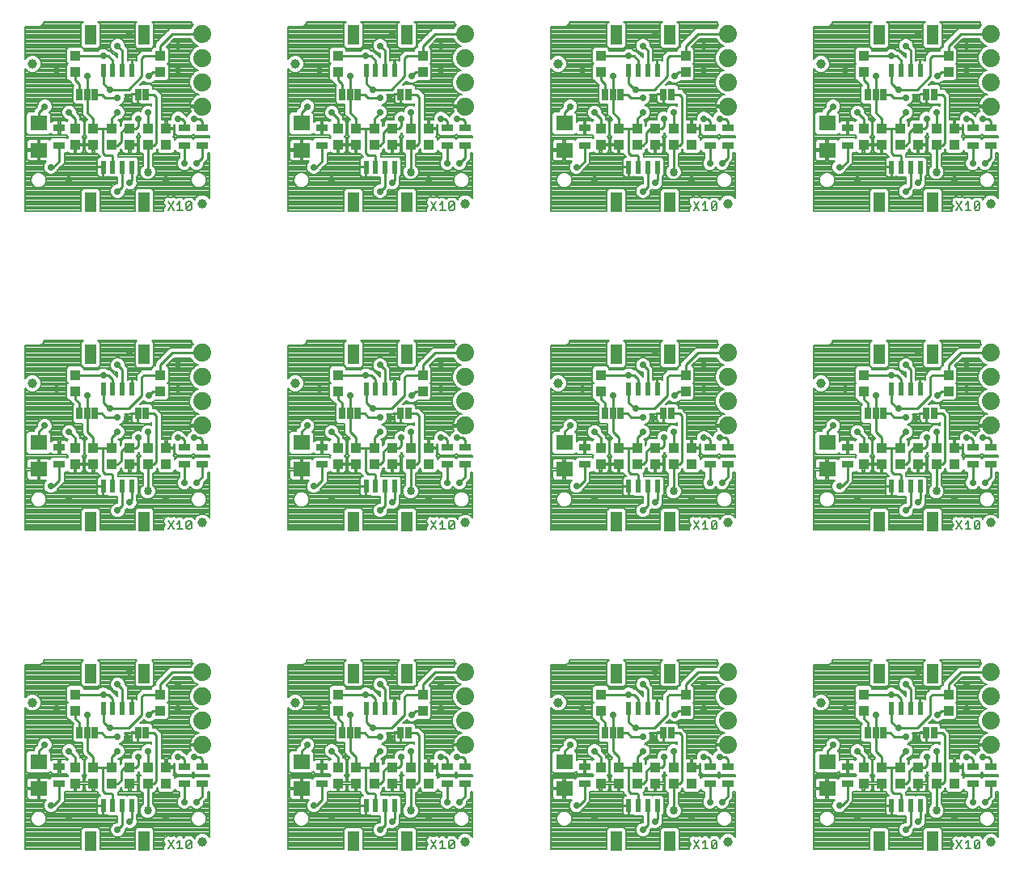
<source format=gtl>
G75*
%MOIN*%
%OFA0B0*%
%FSLAX25Y25*%
%IPPOS*%
%LPD*%
%AMOC8*
5,1,8,0,0,1.08239X$1,22.5*
%
%ADD10C,0.00600*%
%ADD11R,0.04724X0.03150*%
%ADD12R,0.03937X0.04331*%
%ADD13R,0.07087X0.06299*%
%ADD14C,0.03937*%
%ADD15R,0.04724X0.07874*%
%ADD16R,0.02362X0.05315*%
%ADD17C,0.07400*%
%ADD18R,0.02500X0.05000*%
%ADD19C,0.00800*%
%ADD20C,0.02900*%
%ADD21C,0.01000*%
%ADD22C,0.03400*%
D10*
X0076200Y0082637D02*
X0078469Y0086040D01*
X0079883Y0084905D02*
X0081017Y0086040D01*
X0081017Y0082637D01*
X0079883Y0082637D02*
X0082152Y0082637D01*
X0083566Y0083204D02*
X0085835Y0085472D01*
X0085835Y0083204D01*
X0085268Y0082637D01*
X0084133Y0082637D01*
X0083566Y0083204D01*
X0083566Y0085472D01*
X0084133Y0086040D01*
X0085268Y0086040D01*
X0085835Y0085472D01*
X0078469Y0082637D02*
X0076200Y0086040D01*
X0184500Y0086040D02*
X0186769Y0082637D01*
X0188183Y0082637D02*
X0190452Y0082637D01*
X0189317Y0082637D02*
X0189317Y0086040D01*
X0188183Y0084905D01*
X0186769Y0086040D02*
X0184500Y0082637D01*
X0191866Y0083204D02*
X0192433Y0082637D01*
X0193568Y0082637D01*
X0194135Y0083204D01*
X0194135Y0085472D01*
X0191866Y0083204D01*
X0191866Y0085472D01*
X0192433Y0086040D01*
X0193568Y0086040D01*
X0194135Y0085472D01*
X0292800Y0086040D02*
X0295069Y0082637D01*
X0296483Y0082637D02*
X0298752Y0082637D01*
X0297617Y0082637D02*
X0297617Y0086040D01*
X0296483Y0084905D01*
X0295069Y0086040D02*
X0292800Y0082637D01*
X0300166Y0083204D02*
X0302435Y0085472D01*
X0302435Y0083204D01*
X0301868Y0082637D01*
X0300733Y0082637D01*
X0300166Y0083204D01*
X0300166Y0085472D01*
X0300733Y0086040D01*
X0301868Y0086040D01*
X0302435Y0085472D01*
X0401100Y0086040D02*
X0403369Y0082637D01*
X0404783Y0082637D02*
X0407052Y0082637D01*
X0405917Y0082637D02*
X0405917Y0086040D01*
X0404783Y0084905D01*
X0403369Y0086040D02*
X0401100Y0082637D01*
X0408466Y0083204D02*
X0410735Y0085472D01*
X0410735Y0083204D01*
X0410168Y0082637D01*
X0409033Y0082637D01*
X0408466Y0083204D01*
X0408466Y0085472D01*
X0409033Y0086040D01*
X0410168Y0086040D01*
X0410735Y0085472D01*
X0410168Y0214237D02*
X0409033Y0214237D01*
X0408466Y0214804D01*
X0410735Y0217072D01*
X0410735Y0214804D01*
X0410168Y0214237D01*
X0408466Y0214804D02*
X0408466Y0217072D01*
X0409033Y0217640D01*
X0410168Y0217640D01*
X0410735Y0217072D01*
X0407052Y0214237D02*
X0404783Y0214237D01*
X0405917Y0214237D02*
X0405917Y0217640D01*
X0404783Y0216505D01*
X0403369Y0217640D02*
X0401100Y0214237D01*
X0403369Y0214237D02*
X0401100Y0217640D01*
X0302435Y0217072D02*
X0302435Y0214804D01*
X0301868Y0214237D01*
X0300733Y0214237D01*
X0300166Y0214804D01*
X0302435Y0217072D01*
X0301868Y0217640D01*
X0300733Y0217640D01*
X0300166Y0217072D01*
X0300166Y0214804D01*
X0298752Y0214237D02*
X0296483Y0214237D01*
X0297617Y0214237D02*
X0297617Y0217640D01*
X0296483Y0216505D01*
X0295069Y0217640D02*
X0292800Y0214237D01*
X0295069Y0214237D02*
X0292800Y0217640D01*
X0194135Y0217072D02*
X0191866Y0214804D01*
X0192433Y0214237D01*
X0193568Y0214237D01*
X0194135Y0214804D01*
X0194135Y0217072D01*
X0193568Y0217640D01*
X0192433Y0217640D01*
X0191866Y0217072D01*
X0191866Y0214804D01*
X0190452Y0214237D02*
X0188183Y0214237D01*
X0189317Y0214237D02*
X0189317Y0217640D01*
X0188183Y0216505D01*
X0186769Y0217640D02*
X0184500Y0214237D01*
X0186769Y0214237D02*
X0184500Y0217640D01*
X0085835Y0217072D02*
X0083566Y0214804D01*
X0084133Y0214237D01*
X0085268Y0214237D01*
X0085835Y0214804D01*
X0085835Y0217072D01*
X0085268Y0217640D01*
X0084133Y0217640D01*
X0083566Y0217072D01*
X0083566Y0214804D01*
X0082152Y0214237D02*
X0079883Y0214237D01*
X0081017Y0214237D02*
X0081017Y0217640D01*
X0079883Y0216505D01*
X0078469Y0217640D02*
X0076200Y0214237D01*
X0078469Y0214237D02*
X0076200Y0217640D01*
X0076200Y0345837D02*
X0078469Y0349240D01*
X0079883Y0348105D02*
X0081017Y0349240D01*
X0081017Y0345837D01*
X0079883Y0345837D02*
X0082152Y0345837D01*
X0083566Y0346404D02*
X0085835Y0348672D01*
X0085835Y0346404D01*
X0085268Y0345837D01*
X0084133Y0345837D01*
X0083566Y0346404D01*
X0083566Y0348672D01*
X0084133Y0349240D01*
X0085268Y0349240D01*
X0085835Y0348672D01*
X0078469Y0345837D02*
X0076200Y0349240D01*
X0184500Y0349240D02*
X0186769Y0345837D01*
X0188183Y0345837D02*
X0190452Y0345837D01*
X0189317Y0345837D02*
X0189317Y0349240D01*
X0188183Y0348105D01*
X0186769Y0349240D02*
X0184500Y0345837D01*
X0191866Y0346404D02*
X0194135Y0348672D01*
X0194135Y0346404D01*
X0193568Y0345837D01*
X0192433Y0345837D01*
X0191866Y0346404D01*
X0191866Y0348672D01*
X0192433Y0349240D01*
X0193568Y0349240D01*
X0194135Y0348672D01*
X0292800Y0349240D02*
X0295069Y0345837D01*
X0296483Y0345837D02*
X0298752Y0345837D01*
X0297617Y0345837D02*
X0297617Y0349240D01*
X0296483Y0348105D01*
X0295069Y0349240D02*
X0292800Y0345837D01*
X0300166Y0346404D02*
X0302435Y0348672D01*
X0302435Y0346404D01*
X0301868Y0345837D01*
X0300733Y0345837D01*
X0300166Y0346404D01*
X0300166Y0348672D01*
X0300733Y0349240D01*
X0301868Y0349240D01*
X0302435Y0348672D01*
X0401100Y0349240D02*
X0403369Y0345837D01*
X0404783Y0345837D02*
X0407052Y0345837D01*
X0405917Y0345837D02*
X0405917Y0349240D01*
X0404783Y0348105D01*
X0403369Y0349240D02*
X0401100Y0345837D01*
X0408466Y0346404D02*
X0410735Y0348672D01*
X0410735Y0346404D01*
X0410168Y0345837D01*
X0409033Y0345837D01*
X0408466Y0346404D01*
X0408466Y0348672D01*
X0409033Y0349240D01*
X0410168Y0349240D01*
X0410735Y0348672D01*
D11*
X0407800Y0372493D03*
X0407800Y0379580D03*
X0415300Y0379580D03*
X0415300Y0372493D03*
X0356300Y0372493D03*
X0356300Y0379580D03*
X0307000Y0379580D03*
X0307000Y0372493D03*
X0299500Y0372493D03*
X0299500Y0379580D03*
X0248000Y0379580D03*
X0248000Y0372493D03*
X0198700Y0372493D03*
X0198700Y0379580D03*
X0191200Y0379580D03*
X0191200Y0372493D03*
X0139700Y0372493D03*
X0139700Y0379580D03*
X0090400Y0379580D03*
X0082900Y0379580D03*
X0082900Y0372493D03*
X0090400Y0372493D03*
X0031400Y0372493D03*
X0031400Y0379580D03*
X0031400Y0247980D03*
X0031400Y0240893D03*
X0082900Y0240893D03*
X0082900Y0247980D03*
X0090400Y0247980D03*
X0090400Y0240893D03*
X0139700Y0240893D03*
X0139700Y0247980D03*
X0191200Y0247980D03*
X0191200Y0240893D03*
X0198700Y0240893D03*
X0198700Y0247980D03*
X0248000Y0247980D03*
X0248000Y0240893D03*
X0299500Y0240893D03*
X0299500Y0247980D03*
X0307000Y0247980D03*
X0307000Y0240893D03*
X0356300Y0240893D03*
X0356300Y0247980D03*
X0407800Y0247980D03*
X0407800Y0240893D03*
X0415300Y0240893D03*
X0415300Y0247980D03*
X0415300Y0116380D03*
X0415300Y0109293D03*
X0407800Y0109293D03*
X0407800Y0116380D03*
X0356300Y0116380D03*
X0356300Y0109293D03*
X0307000Y0109293D03*
X0307000Y0116380D03*
X0299500Y0116380D03*
X0299500Y0109293D03*
X0248000Y0109293D03*
X0248000Y0116380D03*
X0198700Y0116380D03*
X0198700Y0109293D03*
X0191200Y0109293D03*
X0191200Y0116380D03*
X0139700Y0116380D03*
X0139700Y0109293D03*
X0090400Y0109293D03*
X0082900Y0109293D03*
X0082900Y0116380D03*
X0090400Y0116380D03*
X0031400Y0116380D03*
X0031400Y0109293D03*
D12*
X0037900Y0109490D03*
X0037900Y0116183D03*
X0045400Y0116183D03*
X0045400Y0109490D03*
X0052900Y0109490D03*
X0060400Y0109490D03*
X0060400Y0116183D03*
X0052900Y0116183D03*
X0067900Y0116183D03*
X0067900Y0109490D03*
X0075400Y0109490D03*
X0075400Y0116183D03*
X0072900Y0139490D03*
X0072900Y0146183D03*
X0037900Y0146183D03*
X0037900Y0139490D03*
X0037900Y0241090D03*
X0037900Y0247783D03*
X0045400Y0247783D03*
X0045400Y0241090D03*
X0052900Y0241090D03*
X0052900Y0247783D03*
X0060400Y0247783D03*
X0060400Y0241090D03*
X0067900Y0241090D03*
X0067900Y0247783D03*
X0075400Y0247783D03*
X0075400Y0241090D03*
X0072900Y0271090D03*
X0072900Y0277783D03*
X0037900Y0277783D03*
X0037900Y0271090D03*
X0037900Y0372690D03*
X0037900Y0379383D03*
X0045400Y0379383D03*
X0045400Y0372690D03*
X0052900Y0372690D03*
X0060400Y0372690D03*
X0060400Y0379383D03*
X0052900Y0379383D03*
X0067900Y0379383D03*
X0067900Y0372690D03*
X0075400Y0372690D03*
X0075400Y0379383D03*
X0072900Y0402690D03*
X0072900Y0409383D03*
X0037900Y0409383D03*
X0037900Y0402690D03*
X0146200Y0402690D03*
X0146200Y0409383D03*
X0146200Y0379383D03*
X0146200Y0372690D03*
X0153700Y0372690D03*
X0153700Y0379383D03*
X0161200Y0379383D03*
X0168700Y0379383D03*
X0168700Y0372690D03*
X0161200Y0372690D03*
X0176200Y0372690D03*
X0176200Y0379383D03*
X0183700Y0379383D03*
X0183700Y0372690D03*
X0181200Y0402690D03*
X0181200Y0409383D03*
X0254500Y0409383D03*
X0254500Y0402690D03*
X0254500Y0379383D03*
X0254500Y0372690D03*
X0262000Y0372690D03*
X0269500Y0372690D03*
X0269500Y0379383D03*
X0262000Y0379383D03*
X0277000Y0379383D03*
X0277000Y0372690D03*
X0284500Y0372690D03*
X0284500Y0379383D03*
X0292000Y0379383D03*
X0292000Y0372690D03*
X0289500Y0402690D03*
X0289500Y0409383D03*
X0362800Y0409383D03*
X0362800Y0402690D03*
X0362800Y0379383D03*
X0362800Y0372690D03*
X0370300Y0372690D03*
X0377800Y0372690D03*
X0377800Y0379383D03*
X0370300Y0379383D03*
X0385300Y0379383D03*
X0385300Y0372690D03*
X0392800Y0372690D03*
X0400300Y0372690D03*
X0400300Y0379383D03*
X0392800Y0379383D03*
X0397800Y0402690D03*
X0397800Y0409383D03*
X0397800Y0277783D03*
X0397800Y0271090D03*
X0400300Y0247783D03*
X0400300Y0241090D03*
X0392800Y0241090D03*
X0392800Y0247783D03*
X0385300Y0247783D03*
X0385300Y0241090D03*
X0377800Y0241090D03*
X0377800Y0247783D03*
X0370300Y0247783D03*
X0370300Y0241090D03*
X0362800Y0241090D03*
X0362800Y0247783D03*
X0362800Y0271090D03*
X0362800Y0277783D03*
X0292000Y0247783D03*
X0292000Y0241090D03*
X0284500Y0241090D03*
X0284500Y0247783D03*
X0277000Y0247783D03*
X0277000Y0241090D03*
X0269500Y0241090D03*
X0269500Y0247783D03*
X0262000Y0247783D03*
X0262000Y0241090D03*
X0254500Y0241090D03*
X0254500Y0247783D03*
X0254500Y0271090D03*
X0254500Y0277783D03*
X0289500Y0277783D03*
X0289500Y0271090D03*
X0183700Y0247783D03*
X0183700Y0241090D03*
X0176200Y0241090D03*
X0176200Y0247783D03*
X0168700Y0247783D03*
X0168700Y0241090D03*
X0161200Y0241090D03*
X0161200Y0247783D03*
X0153700Y0247783D03*
X0153700Y0241090D03*
X0146200Y0241090D03*
X0146200Y0247783D03*
X0146200Y0271090D03*
X0146200Y0277783D03*
X0181200Y0277783D03*
X0181200Y0271090D03*
X0181200Y0146183D03*
X0181200Y0139490D03*
X0183700Y0116183D03*
X0183700Y0109490D03*
X0176200Y0109490D03*
X0176200Y0116183D03*
X0168700Y0116183D03*
X0161200Y0116183D03*
X0161200Y0109490D03*
X0168700Y0109490D03*
X0153700Y0109490D03*
X0153700Y0116183D03*
X0146200Y0116183D03*
X0146200Y0109490D03*
X0146200Y0139490D03*
X0146200Y0146183D03*
X0254500Y0146183D03*
X0254500Y0139490D03*
X0254500Y0116183D03*
X0254500Y0109490D03*
X0262000Y0109490D03*
X0269500Y0109490D03*
X0269500Y0116183D03*
X0262000Y0116183D03*
X0277000Y0116183D03*
X0277000Y0109490D03*
X0284500Y0109490D03*
X0284500Y0116183D03*
X0292000Y0116183D03*
X0292000Y0109490D03*
X0289500Y0139490D03*
X0289500Y0146183D03*
X0362800Y0146183D03*
X0362800Y0139490D03*
X0362800Y0116183D03*
X0362800Y0109490D03*
X0370300Y0109490D03*
X0377800Y0109490D03*
X0377800Y0116183D03*
X0370300Y0116183D03*
X0385300Y0116183D03*
X0385300Y0109490D03*
X0392800Y0109490D03*
X0400300Y0109490D03*
X0400300Y0116183D03*
X0392800Y0116183D03*
X0397800Y0139490D03*
X0397800Y0146183D03*
D13*
X0347800Y0118348D03*
X0347800Y0107325D03*
X0239500Y0107325D03*
X0239500Y0118348D03*
X0131200Y0118348D03*
X0131200Y0107325D03*
X0022900Y0107325D03*
X0022900Y0118348D03*
X0022900Y0238925D03*
X0022900Y0249948D03*
X0131200Y0249948D03*
X0131200Y0238925D03*
X0239500Y0238925D03*
X0239500Y0249948D03*
X0347800Y0249948D03*
X0347800Y0238925D03*
X0347800Y0370525D03*
X0347800Y0381548D03*
X0239500Y0381548D03*
X0239500Y0370525D03*
X0131200Y0370525D03*
X0131200Y0381548D03*
X0022900Y0381548D03*
X0022900Y0370525D03*
D14*
X0020400Y0406037D03*
X0090400Y0348537D03*
X0128700Y0406037D03*
X0198700Y0348537D03*
X0237000Y0406037D03*
X0307000Y0348537D03*
X0345300Y0406037D03*
X0415300Y0348537D03*
X0345300Y0274437D03*
X0307000Y0216937D03*
X0237000Y0274437D03*
X0198700Y0216937D03*
X0128700Y0274437D03*
X0090400Y0216937D03*
X0020400Y0274437D03*
X0020400Y0142837D03*
X0090400Y0085337D03*
X0128700Y0142837D03*
X0198700Y0085337D03*
X0237000Y0142837D03*
X0307000Y0085337D03*
X0345300Y0142837D03*
X0415300Y0085337D03*
X0415300Y0216937D03*
D15*
X0391324Y0217468D03*
X0369276Y0217468D03*
X0369276Y0154805D03*
X0391324Y0154805D03*
X0391324Y0085868D03*
X0369276Y0085868D03*
X0283024Y0085868D03*
X0260976Y0085868D03*
X0260976Y0154805D03*
X0283024Y0154805D03*
X0283024Y0217468D03*
X0260976Y0217468D03*
X0260976Y0286405D03*
X0283024Y0286405D03*
X0283024Y0349068D03*
X0260976Y0349068D03*
X0260976Y0418005D03*
X0283024Y0418005D03*
X0369276Y0418005D03*
X0391324Y0418005D03*
X0391324Y0349068D03*
X0369276Y0349068D03*
X0369276Y0286405D03*
X0391324Y0286405D03*
X0174724Y0286405D03*
X0152676Y0286405D03*
X0152676Y0349068D03*
X0174724Y0349068D03*
X0174724Y0418005D03*
X0152676Y0418005D03*
X0066424Y0418005D03*
X0044376Y0418005D03*
X0044376Y0349068D03*
X0066424Y0349068D03*
X0066424Y0286405D03*
X0044376Y0286405D03*
X0044376Y0217468D03*
X0066424Y0217468D03*
X0066424Y0154805D03*
X0044376Y0154805D03*
X0044376Y0085868D03*
X0066424Y0085868D03*
X0152676Y0085868D03*
X0174724Y0085868D03*
X0174724Y0154805D03*
X0152676Y0154805D03*
X0152676Y0217468D03*
X0174724Y0217468D03*
D16*
X0169606Y0231937D03*
X0165669Y0231937D03*
X0161731Y0231937D03*
X0157794Y0231937D03*
X0157794Y0271937D03*
X0161731Y0271937D03*
X0165669Y0271937D03*
X0169606Y0271937D03*
X0169606Y0363537D03*
X0165669Y0363537D03*
X0161731Y0363537D03*
X0157794Y0363537D03*
X0157794Y0403537D03*
X0161731Y0403537D03*
X0165669Y0403537D03*
X0169606Y0403537D03*
X0266094Y0403537D03*
X0270031Y0403537D03*
X0273969Y0403537D03*
X0277906Y0403537D03*
X0277906Y0363537D03*
X0273969Y0363537D03*
X0270031Y0363537D03*
X0266094Y0363537D03*
X0266094Y0271937D03*
X0270031Y0271937D03*
X0273969Y0271937D03*
X0277906Y0271937D03*
X0277906Y0231937D03*
X0273969Y0231937D03*
X0270031Y0231937D03*
X0266094Y0231937D03*
X0266094Y0140337D03*
X0270031Y0140337D03*
X0273969Y0140337D03*
X0277906Y0140337D03*
X0277906Y0100337D03*
X0273969Y0100337D03*
X0270031Y0100337D03*
X0266094Y0100337D03*
X0169606Y0100337D03*
X0165669Y0100337D03*
X0161731Y0100337D03*
X0157794Y0100337D03*
X0157794Y0140337D03*
X0161731Y0140337D03*
X0165669Y0140337D03*
X0169606Y0140337D03*
X0061306Y0140337D03*
X0057369Y0140337D03*
X0053431Y0140337D03*
X0049494Y0140337D03*
X0049494Y0100337D03*
X0053431Y0100337D03*
X0057369Y0100337D03*
X0061306Y0100337D03*
X0061306Y0231937D03*
X0057369Y0231937D03*
X0053431Y0231937D03*
X0049494Y0231937D03*
X0049494Y0271937D03*
X0053431Y0271937D03*
X0057369Y0271937D03*
X0061306Y0271937D03*
X0061306Y0363537D03*
X0057369Y0363537D03*
X0053431Y0363537D03*
X0049494Y0363537D03*
X0049494Y0403537D03*
X0053431Y0403537D03*
X0057369Y0403537D03*
X0061306Y0403537D03*
X0374394Y0403537D03*
X0378331Y0403537D03*
X0382269Y0403537D03*
X0386206Y0403537D03*
X0386206Y0363537D03*
X0382269Y0363537D03*
X0378331Y0363537D03*
X0374394Y0363537D03*
X0374394Y0271937D03*
X0378331Y0271937D03*
X0382269Y0271937D03*
X0386206Y0271937D03*
X0386206Y0231937D03*
X0382269Y0231937D03*
X0378331Y0231937D03*
X0374394Y0231937D03*
X0374394Y0140337D03*
X0378331Y0140337D03*
X0382269Y0140337D03*
X0386206Y0140337D03*
X0386206Y0100337D03*
X0382269Y0100337D03*
X0378331Y0100337D03*
X0374394Y0100337D03*
D17*
X0415300Y0125337D03*
X0415300Y0135337D03*
X0415300Y0145337D03*
X0415300Y0155337D03*
X0415300Y0256937D03*
X0415300Y0266937D03*
X0415300Y0276937D03*
X0415300Y0286937D03*
X0415300Y0388537D03*
X0415300Y0398537D03*
X0415300Y0408537D03*
X0415300Y0418537D03*
X0307000Y0418537D03*
X0307000Y0408537D03*
X0307000Y0398537D03*
X0307000Y0388537D03*
X0307000Y0286937D03*
X0307000Y0276937D03*
X0307000Y0266937D03*
X0307000Y0256937D03*
X0307000Y0155337D03*
X0307000Y0145337D03*
X0307000Y0135337D03*
X0307000Y0125337D03*
X0198700Y0125337D03*
X0198700Y0135337D03*
X0198700Y0145337D03*
X0198700Y0155337D03*
X0198700Y0256937D03*
X0198700Y0266937D03*
X0198700Y0276937D03*
X0198700Y0286937D03*
X0198700Y0388537D03*
X0198700Y0398537D03*
X0198700Y0408537D03*
X0198700Y0418537D03*
X0090400Y0418537D03*
X0090400Y0408537D03*
X0090400Y0398537D03*
X0090400Y0388537D03*
X0090400Y0286937D03*
X0090400Y0276937D03*
X0090400Y0266937D03*
X0090400Y0256937D03*
X0090400Y0155337D03*
X0090400Y0145337D03*
X0090400Y0135337D03*
X0090400Y0125337D03*
D18*
X0067000Y0130337D03*
X0063800Y0130337D03*
X0046100Y0130337D03*
X0042900Y0130337D03*
X0039700Y0130337D03*
X0148000Y0130337D03*
X0151200Y0130337D03*
X0154400Y0130337D03*
X0172100Y0130337D03*
X0175300Y0130337D03*
X0256300Y0130337D03*
X0259500Y0130337D03*
X0262700Y0130337D03*
X0280400Y0130337D03*
X0283600Y0130337D03*
X0364600Y0130337D03*
X0367800Y0130337D03*
X0371000Y0130337D03*
X0388700Y0130337D03*
X0391900Y0130337D03*
X0391900Y0261937D03*
X0388700Y0261937D03*
X0371000Y0261937D03*
X0367800Y0261937D03*
X0364600Y0261937D03*
X0283600Y0261937D03*
X0280400Y0261937D03*
X0262700Y0261937D03*
X0259500Y0261937D03*
X0256300Y0261937D03*
X0175300Y0261937D03*
X0172100Y0261937D03*
X0154400Y0261937D03*
X0151200Y0261937D03*
X0148000Y0261937D03*
X0067000Y0261937D03*
X0063800Y0261937D03*
X0046100Y0261937D03*
X0042900Y0261937D03*
X0039700Y0261937D03*
X0039700Y0393537D03*
X0042900Y0393537D03*
X0046100Y0393537D03*
X0063800Y0393537D03*
X0067000Y0393537D03*
X0148000Y0393537D03*
X0151200Y0393537D03*
X0154400Y0393537D03*
X0172100Y0393537D03*
X0175300Y0393537D03*
X0256300Y0393537D03*
X0259500Y0393537D03*
X0262700Y0393537D03*
X0280400Y0393537D03*
X0283600Y0393537D03*
X0364600Y0393537D03*
X0367800Y0393537D03*
X0371000Y0393537D03*
X0388700Y0393537D03*
X0391900Y0393537D03*
D19*
X0017400Y0140790D02*
X0017400Y0082337D01*
X0040414Y0082337D01*
X0040414Y0090468D01*
X0041351Y0091405D01*
X0047401Y0091405D01*
X0048339Y0090468D01*
X0048339Y0082337D01*
X0062461Y0082337D01*
X0062461Y0090468D01*
X0063399Y0091405D01*
X0069449Y0091405D01*
X0070386Y0090468D01*
X0070386Y0082337D01*
X0074322Y0082337D01*
X0074183Y0083036D01*
X0075051Y0084338D01*
X0074183Y0085640D01*
X0074491Y0087184D01*
X0075801Y0088057D01*
X0077334Y0087750D01*
X0078868Y0088057D01*
X0079756Y0087465D01*
X0080230Y0087940D01*
X0081804Y0087940D01*
X0082575Y0087169D01*
X0083346Y0087940D01*
X0086055Y0087940D01*
X0086622Y0087372D01*
X0087158Y0086836D01*
X0087375Y0087358D01*
X0088379Y0088362D01*
X0089690Y0088905D01*
X0091110Y0088905D01*
X0092421Y0088362D01*
X0093400Y0087383D01*
X0093400Y0106119D01*
X0092500Y0106119D01*
X0092500Y0103467D01*
X0091270Y0102237D01*
X0090950Y0101917D01*
X0090950Y0101230D01*
X0090486Y0100109D01*
X0089628Y0099251D01*
X0088507Y0098787D01*
X0087293Y0098787D01*
X0086172Y0099251D01*
X0085400Y0100023D01*
X0084628Y0099251D01*
X0083507Y0098787D01*
X0082293Y0098787D01*
X0081172Y0099251D01*
X0080314Y0100109D01*
X0079850Y0101230D01*
X0079850Y0102443D01*
X0080314Y0103564D01*
X0070000Y0103564D01*
X0070000Y0104362D02*
X0080800Y0104362D01*
X0080800Y0104050D02*
X0080314Y0103564D01*
X0080800Y0104050D02*
X0080800Y0106119D01*
X0079875Y0106119D01*
X0078968Y0107025D01*
X0078968Y0106662D01*
X0078031Y0105725D01*
X0072769Y0105725D01*
X0071831Y0106662D01*
X0071831Y0107798D01*
X0071468Y0107435D01*
X0071468Y0106662D01*
X0070531Y0105725D01*
X0070000Y0105725D01*
X0070000Y0100903D01*
X0070698Y0100206D01*
X0071200Y0098993D01*
X0071200Y0097680D01*
X0070698Y0096467D01*
X0069769Y0095539D01*
X0068556Y0095037D01*
X0067244Y0095037D01*
X0066031Y0095539D01*
X0065102Y0096467D01*
X0064600Y0097680D01*
X0064600Y0098993D01*
X0065102Y0100206D01*
X0065800Y0100903D01*
X0065800Y0105725D01*
X0065269Y0105725D01*
X0064331Y0106662D01*
X0064331Y0112318D01*
X0064850Y0112837D01*
X0064331Y0113355D01*
X0064331Y0114498D01*
X0063968Y0114135D01*
X0063968Y0113355D01*
X0063309Y0112695D01*
X0063489Y0112515D01*
X0063673Y0112196D01*
X0063768Y0111840D01*
X0063768Y0109890D01*
X0060800Y0109890D01*
X0060800Y0109090D01*
X0060800Y0105925D01*
X0062553Y0105925D01*
X0062909Y0106020D01*
X0063228Y0106205D01*
X0063489Y0106465D01*
X0063673Y0106784D01*
X0063768Y0107140D01*
X0063768Y0109090D01*
X0060800Y0109090D01*
X0060000Y0109090D01*
X0060000Y0105925D01*
X0058247Y0105925D01*
X0057891Y0106020D01*
X0057572Y0106205D01*
X0057311Y0106465D01*
X0057127Y0106784D01*
X0057031Y0107140D01*
X0057031Y0107998D01*
X0056468Y0107435D01*
X0056468Y0106662D01*
X0055531Y0105725D01*
X0055482Y0105725D01*
X0055531Y0105675D01*
X0055531Y0104594D01*
X0059212Y0104594D01*
X0059337Y0104469D01*
X0059462Y0104594D01*
X0063149Y0104594D01*
X0064087Y0103657D01*
X0064087Y0097016D01*
X0063405Y0096335D01*
X0063405Y0094551D01*
X0063450Y0094443D01*
X0063450Y0093230D01*
X0062986Y0092109D01*
X0062128Y0091251D01*
X0061007Y0090787D01*
X0059793Y0090787D01*
X0059105Y0091072D01*
X0058450Y0090417D01*
X0058450Y0089730D01*
X0057986Y0088609D01*
X0057128Y0087751D01*
X0056007Y0087287D01*
X0054793Y0087287D01*
X0053672Y0087751D01*
X0052814Y0088609D01*
X0052350Y0089730D01*
X0052350Y0090943D01*
X0052814Y0092064D01*
X0053672Y0092922D01*
X0054793Y0093387D01*
X0055269Y0093387D01*
X0055269Y0096079D01*
X0051588Y0096079D01*
X0051264Y0096402D01*
X0051216Y0096375D01*
X0050860Y0096279D01*
X0049685Y0096279D01*
X0049685Y0100146D01*
X0049304Y0100146D01*
X0049304Y0096279D01*
X0048129Y0096279D01*
X0047773Y0096375D01*
X0047454Y0096559D01*
X0047193Y0096820D01*
X0047009Y0097139D01*
X0046913Y0097495D01*
X0046913Y0100146D01*
X0049304Y0100146D01*
X0049304Y0100527D01*
X0046913Y0100527D01*
X0046913Y0103178D01*
X0047009Y0103534D01*
X0047193Y0103854D01*
X0047454Y0104114D01*
X0047773Y0104299D01*
X0048129Y0104394D01*
X0048373Y0104394D01*
X0047300Y0105467D01*
X0047300Y0105925D01*
X0045800Y0105925D01*
X0045800Y0109090D01*
X0045000Y0109090D01*
X0045000Y0105925D01*
X0043247Y0105925D01*
X0042891Y0106020D01*
X0042572Y0106205D01*
X0042311Y0106465D01*
X0042127Y0106784D01*
X0042031Y0107140D01*
X0042031Y0109090D01*
X0045000Y0109090D01*
X0045000Y0109890D01*
X0042031Y0109890D01*
X0042031Y0111840D01*
X0042127Y0112196D01*
X0042311Y0112515D01*
X0042491Y0112695D01*
X0041831Y0113355D01*
X0041831Y0119011D01*
X0042769Y0119948D01*
X0042818Y0119948D01*
X0042030Y0120737D01*
X0040800Y0121967D01*
X0040800Y0126237D01*
X0037787Y0126237D01*
X0036850Y0127174D01*
X0036850Y0133499D01*
X0037309Y0133958D01*
X0035800Y0135467D01*
X0035800Y0135725D01*
X0035269Y0135725D01*
X0034331Y0136662D01*
X0034331Y0142318D01*
X0034850Y0142837D01*
X0034331Y0143355D01*
X0034331Y0149011D01*
X0035269Y0149948D01*
X0040531Y0149948D01*
X0041468Y0149011D01*
X0041468Y0148283D01*
X0047242Y0148283D01*
X0047727Y0148769D01*
X0048848Y0149233D01*
X0050062Y0149233D01*
X0051183Y0148769D01*
X0051668Y0148283D01*
X0052423Y0148283D01*
X0054301Y0146405D01*
X0054301Y0146405D01*
X0055269Y0145438D01*
X0055269Y0147287D01*
X0054793Y0147287D01*
X0053672Y0147751D01*
X0052814Y0148609D01*
X0052350Y0149730D01*
X0052350Y0150943D01*
X0052814Y0152064D01*
X0053672Y0152922D01*
X0054793Y0153387D01*
X0056007Y0153387D01*
X0057128Y0152922D01*
X0057986Y0152064D01*
X0058450Y0150943D01*
X0058450Y0150256D01*
X0059468Y0149238D01*
X0059468Y0144338D01*
X0059536Y0144271D01*
X0059584Y0144299D01*
X0059940Y0144394D01*
X0061115Y0144394D01*
X0061115Y0140527D01*
X0061496Y0140527D01*
X0061496Y0144394D01*
X0062671Y0144394D01*
X0063027Y0144299D01*
X0063300Y0144141D01*
X0063300Y0146206D01*
X0064530Y0147437D01*
X0065377Y0148283D01*
X0069331Y0148283D01*
X0069331Y0149011D01*
X0070269Y0149948D01*
X0070800Y0149948D01*
X0070800Y0151206D01*
X0072030Y0152437D01*
X0077030Y0157437D01*
X0085533Y0157437D01*
X0085907Y0158339D01*
X0086488Y0158920D01*
X0085900Y0159508D01*
X0085900Y0160337D01*
X0069454Y0160337D01*
X0070386Y0159405D01*
X0070386Y0150205D01*
X0069449Y0149268D01*
X0063399Y0149268D01*
X0062461Y0150205D01*
X0062461Y0159405D01*
X0063393Y0160337D01*
X0047407Y0160337D01*
X0048339Y0159405D01*
X0048339Y0150205D01*
X0047401Y0149268D01*
X0041351Y0149268D01*
X0040414Y0150205D01*
X0040414Y0159405D01*
X0041346Y0160337D01*
X0024900Y0160337D01*
X0024900Y0159508D01*
X0023728Y0158337D01*
X0017400Y0158337D01*
X0017400Y0144883D01*
X0018379Y0145862D01*
X0019690Y0146405D01*
X0021110Y0146405D01*
X0022421Y0145862D01*
X0023425Y0144858D01*
X0023968Y0143546D01*
X0023968Y0142127D01*
X0023425Y0140815D01*
X0022421Y0139811D01*
X0021110Y0139268D01*
X0019690Y0139268D01*
X0018379Y0139811D01*
X0017400Y0140790D01*
X0017400Y0140295D02*
X0017895Y0140295D01*
X0017400Y0139497D02*
X0019138Y0139497D01*
X0017400Y0138698D02*
X0034331Y0138698D01*
X0034331Y0137900D02*
X0017400Y0137900D01*
X0017400Y0137101D02*
X0034331Y0137101D01*
X0034691Y0136303D02*
X0017400Y0136303D01*
X0017400Y0135504D02*
X0035800Y0135504D01*
X0036561Y0134706D02*
X0017400Y0134706D01*
X0017400Y0133907D02*
X0037258Y0133907D01*
X0036850Y0133109D02*
X0017400Y0133109D01*
X0017400Y0132310D02*
X0036850Y0132310D01*
X0036850Y0131512D02*
X0017400Y0131512D01*
X0017400Y0130713D02*
X0036850Y0130713D01*
X0036850Y0129915D02*
X0017400Y0129915D01*
X0017400Y0129116D02*
X0036850Y0129116D01*
X0036850Y0128318D02*
X0026173Y0128318D01*
X0026007Y0128387D02*
X0027128Y0127922D01*
X0027986Y0127064D01*
X0028450Y0125943D01*
X0028450Y0124730D01*
X0027986Y0123609D01*
X0027290Y0122914D01*
X0028043Y0122161D01*
X0028043Y0118940D01*
X0028178Y0119075D01*
X0028497Y0119259D01*
X0028853Y0119355D01*
X0031013Y0119355D01*
X0031013Y0116767D01*
X0031787Y0116767D01*
X0031787Y0119355D01*
X0033947Y0119355D01*
X0034303Y0119259D01*
X0034478Y0119158D01*
X0035107Y0119787D01*
X0034793Y0119787D01*
X0033672Y0120251D01*
X0032814Y0121109D01*
X0032350Y0122230D01*
X0032350Y0123443D01*
X0032814Y0124564D01*
X0033672Y0125422D01*
X0034793Y0125887D01*
X0036007Y0125887D01*
X0037128Y0125422D01*
X0037986Y0124564D01*
X0038450Y0123443D01*
X0038450Y0122756D01*
X0040000Y0121206D01*
X0040000Y0119948D01*
X0040531Y0119948D01*
X0041468Y0119011D01*
X0041468Y0113355D01*
X0040809Y0112695D01*
X0040989Y0112515D01*
X0041173Y0112196D01*
X0041268Y0111840D01*
X0041268Y0109890D01*
X0038300Y0109890D01*
X0038300Y0109090D01*
X0038300Y0105925D01*
X0040053Y0105925D01*
X0040409Y0106020D01*
X0040728Y0106205D01*
X0040989Y0106465D01*
X0041173Y0106784D01*
X0041268Y0107140D01*
X0041268Y0109090D01*
X0038300Y0109090D01*
X0037500Y0109090D01*
X0037500Y0105925D01*
X0035747Y0105925D01*
X0035391Y0106020D01*
X0035072Y0106205D01*
X0034811Y0106465D01*
X0034797Y0106490D01*
X0034425Y0106119D01*
X0033500Y0106119D01*
X0033500Y0101967D01*
X0031000Y0099467D01*
X0030729Y0099195D01*
X0030486Y0098609D01*
X0029628Y0097751D01*
X0028507Y0097287D01*
X0027293Y0097287D01*
X0026172Y0097751D01*
X0025314Y0098609D01*
X0024850Y0099730D01*
X0024850Y0100943D01*
X0025314Y0102064D01*
X0026025Y0102775D01*
X0023300Y0102775D01*
X0023300Y0106925D01*
X0022500Y0106925D01*
X0017957Y0106925D01*
X0017957Y0103991D01*
X0018052Y0103635D01*
X0018236Y0103316D01*
X0018497Y0103055D01*
X0018816Y0102871D01*
X0019172Y0102775D01*
X0022500Y0102775D01*
X0022500Y0106925D01*
X0022500Y0107725D01*
X0022500Y0111874D01*
X0019172Y0111874D01*
X0018816Y0111779D01*
X0018497Y0111595D01*
X0018236Y0111334D01*
X0018052Y0111015D01*
X0017957Y0110659D01*
X0017957Y0107725D01*
X0022500Y0107725D01*
X0023300Y0107725D01*
X0023300Y0111874D01*
X0026628Y0111874D01*
X0026984Y0111779D01*
X0027303Y0111595D01*
X0027438Y0111460D01*
X0027438Y0111531D01*
X0028375Y0112468D01*
X0034425Y0112468D01*
X0034653Y0112240D01*
X0034811Y0112515D01*
X0034991Y0112695D01*
X0034331Y0113355D01*
X0034331Y0113517D01*
X0034303Y0113501D01*
X0033947Y0113405D01*
X0031787Y0113405D01*
X0031787Y0115992D01*
X0031013Y0115992D01*
X0031013Y0113405D01*
X0028853Y0113405D01*
X0028497Y0113501D01*
X0028178Y0113685D01*
X0027918Y0113945D01*
X0027747Y0114240D01*
X0027106Y0113599D01*
X0018694Y0113599D01*
X0017757Y0114536D01*
X0017757Y0122161D01*
X0018694Y0123098D01*
X0020800Y0123098D01*
X0020800Y0123706D01*
X0022350Y0125256D01*
X0022350Y0125943D01*
X0022814Y0127064D01*
X0023672Y0127922D01*
X0024793Y0128387D01*
X0026007Y0128387D01*
X0024627Y0128318D02*
X0017400Y0128318D01*
X0017400Y0127519D02*
X0023269Y0127519D01*
X0022672Y0126720D02*
X0017400Y0126720D01*
X0017400Y0125922D02*
X0022350Y0125922D01*
X0022217Y0125123D02*
X0017400Y0125123D01*
X0017400Y0124325D02*
X0021419Y0124325D01*
X0020800Y0123526D02*
X0017400Y0123526D01*
X0017400Y0122728D02*
X0018324Y0122728D01*
X0017757Y0121929D02*
X0017400Y0121929D01*
X0017400Y0121131D02*
X0017757Y0121131D01*
X0017757Y0120332D02*
X0017400Y0120332D01*
X0017400Y0119534D02*
X0017757Y0119534D01*
X0017757Y0118735D02*
X0017400Y0118735D01*
X0017400Y0117937D02*
X0017757Y0117937D01*
X0017757Y0117138D02*
X0017400Y0117138D01*
X0017400Y0116340D02*
X0017757Y0116340D01*
X0017757Y0115541D02*
X0017400Y0115541D01*
X0017400Y0114743D02*
X0017757Y0114743D01*
X0017400Y0113944D02*
X0018348Y0113944D01*
X0017400Y0113146D02*
X0034541Y0113146D01*
X0034546Y0112347D02*
X0034714Y0112347D01*
X0031787Y0113944D02*
X0031013Y0113944D01*
X0031013Y0114743D02*
X0031787Y0114743D01*
X0031787Y0115541D02*
X0031013Y0115541D01*
X0031013Y0117138D02*
X0031787Y0117138D01*
X0031787Y0117937D02*
X0031013Y0117937D01*
X0031013Y0118735D02*
X0031787Y0118735D01*
X0033591Y0120332D02*
X0028043Y0120332D01*
X0028043Y0119534D02*
X0034854Y0119534D01*
X0032805Y0121131D02*
X0028043Y0121131D01*
X0028043Y0121929D02*
X0032474Y0121929D01*
X0032350Y0122728D02*
X0027476Y0122728D01*
X0027903Y0123526D02*
X0032384Y0123526D01*
X0032715Y0124325D02*
X0028282Y0124325D01*
X0028450Y0125123D02*
X0033374Y0125123D01*
X0037426Y0125123D02*
X0040800Y0125123D01*
X0040800Y0124325D02*
X0038085Y0124325D01*
X0038416Y0123526D02*
X0040800Y0123526D01*
X0040800Y0122728D02*
X0038479Y0122728D01*
X0039277Y0121929D02*
X0040837Y0121929D01*
X0041636Y0121131D02*
X0040000Y0121131D01*
X0040000Y0120332D02*
X0042434Y0120332D01*
X0042354Y0119534D02*
X0040946Y0119534D01*
X0041468Y0118735D02*
X0041831Y0118735D01*
X0041831Y0117937D02*
X0041468Y0117937D01*
X0041468Y0117138D02*
X0041831Y0117138D01*
X0041831Y0116340D02*
X0041468Y0116340D01*
X0041468Y0115541D02*
X0041831Y0115541D01*
X0041831Y0114743D02*
X0041468Y0114743D01*
X0041468Y0113944D02*
X0041831Y0113944D01*
X0042041Y0113146D02*
X0041259Y0113146D01*
X0041086Y0112347D02*
X0042214Y0112347D01*
X0042031Y0111549D02*
X0041268Y0111549D01*
X0041268Y0110750D02*
X0042031Y0110750D01*
X0042031Y0109952D02*
X0041268Y0109952D01*
X0041268Y0108355D02*
X0042031Y0108355D01*
X0042031Y0107556D02*
X0041268Y0107556D01*
X0041158Y0106758D02*
X0042142Y0106758D01*
X0043119Y0105959D02*
X0040181Y0105959D01*
X0038300Y0105959D02*
X0037500Y0105959D01*
X0037500Y0106758D02*
X0038300Y0106758D01*
X0038300Y0107556D02*
X0037500Y0107556D01*
X0037500Y0108355D02*
X0038300Y0108355D01*
X0038300Y0109153D02*
X0045000Y0109153D01*
X0045000Y0108355D02*
X0045800Y0108355D01*
X0045800Y0107556D02*
X0045000Y0107556D01*
X0045000Y0106758D02*
X0045800Y0106758D01*
X0045800Y0105959D02*
X0045000Y0105959D01*
X0047606Y0105161D02*
X0033500Y0105161D01*
X0033500Y0105959D02*
X0035619Y0105959D01*
X0033500Y0104362D02*
X0048010Y0104362D01*
X0047026Y0103564D02*
X0033500Y0103564D01*
X0033500Y0102765D02*
X0046913Y0102765D01*
X0046913Y0101967D02*
X0033500Y0101967D01*
X0032701Y0101168D02*
X0046913Y0101168D01*
X0046913Y0099571D02*
X0031104Y0099571D01*
X0030553Y0098773D02*
X0046913Y0098773D01*
X0046913Y0097974D02*
X0029851Y0097974D01*
X0031903Y0100370D02*
X0049304Y0100370D01*
X0049304Y0099571D02*
X0049685Y0099571D01*
X0049685Y0098773D02*
X0049304Y0098773D01*
X0049304Y0097974D02*
X0049685Y0097974D01*
X0049685Y0097176D02*
X0049304Y0097176D01*
X0049304Y0096377D02*
X0049685Y0096377D01*
X0051220Y0096377D02*
X0051290Y0096377D01*
X0047769Y0096377D02*
X0025726Y0096377D01*
X0025572Y0096749D02*
X0024679Y0097642D01*
X0023512Y0098126D01*
X0022249Y0098126D01*
X0021082Y0097642D01*
X0020189Y0096749D01*
X0019706Y0095582D01*
X0019706Y0094319D01*
X0020189Y0093152D01*
X0021082Y0092259D01*
X0022249Y0091776D01*
X0023512Y0091776D01*
X0024679Y0092259D01*
X0025572Y0093152D01*
X0026055Y0094319D01*
X0026055Y0095582D01*
X0025572Y0096749D01*
X0025145Y0097176D02*
X0046999Y0097176D01*
X0048019Y0090787D02*
X0052350Y0090787D01*
X0052350Y0089989D02*
X0048339Y0089989D01*
X0048339Y0089190D02*
X0052573Y0089190D01*
X0053031Y0088392D02*
X0048339Y0088392D01*
X0048339Y0087593D02*
X0054053Y0087593D01*
X0056747Y0087593D02*
X0062461Y0087593D01*
X0062461Y0086795D02*
X0048339Y0086795D01*
X0048339Y0085996D02*
X0062461Y0085996D01*
X0062461Y0085198D02*
X0048339Y0085198D01*
X0048339Y0084399D02*
X0062461Y0084399D01*
X0062461Y0083601D02*
X0048339Y0083601D01*
X0048339Y0082802D02*
X0062461Y0082802D01*
X0062461Y0088392D02*
X0057769Y0088392D01*
X0058227Y0089190D02*
X0062461Y0089190D01*
X0062461Y0089989D02*
X0058450Y0089989D01*
X0058821Y0090787D02*
X0059791Y0090787D01*
X0061009Y0090787D02*
X0062781Y0090787D01*
X0062463Y0091586D02*
X0093400Y0091586D01*
X0093400Y0090787D02*
X0070066Y0090787D01*
X0070386Y0089989D02*
X0093400Y0089989D01*
X0093400Y0089190D02*
X0070386Y0089190D01*
X0070386Y0088392D02*
X0088451Y0088392D01*
X0087610Y0087593D02*
X0086401Y0087593D01*
X0083000Y0087593D02*
X0082151Y0087593D01*
X0079884Y0087593D02*
X0079563Y0087593D01*
X0075106Y0087593D02*
X0070386Y0087593D01*
X0070386Y0086795D02*
X0074413Y0086795D01*
X0074254Y0085996D02*
X0070386Y0085996D01*
X0070386Y0085198D02*
X0074478Y0085198D01*
X0075010Y0084399D02*
X0070386Y0084399D01*
X0070386Y0083601D02*
X0074559Y0083601D01*
X0074229Y0082802D02*
X0070386Y0082802D01*
X0063100Y0092385D02*
X0086902Y0092385D01*
X0087027Y0092259D02*
X0088194Y0091776D01*
X0089457Y0091776D01*
X0090624Y0092259D01*
X0091517Y0093152D01*
X0092000Y0094319D01*
X0092000Y0095582D01*
X0091517Y0096749D01*
X0090624Y0097642D01*
X0089457Y0098126D01*
X0088194Y0098126D01*
X0087027Y0097642D01*
X0086134Y0096749D01*
X0085650Y0095582D01*
X0085650Y0094319D01*
X0086134Y0093152D01*
X0087027Y0092259D01*
X0086121Y0093183D02*
X0063431Y0093183D01*
X0063450Y0093982D02*
X0085790Y0093982D01*
X0085650Y0094780D02*
X0063405Y0094780D01*
X0063405Y0095579D02*
X0065991Y0095579D01*
X0065193Y0096377D02*
X0063447Y0096377D01*
X0064087Y0097176D02*
X0064809Y0097176D01*
X0064600Y0097974D02*
X0064087Y0097974D01*
X0064087Y0098773D02*
X0064600Y0098773D01*
X0064839Y0099571D02*
X0064087Y0099571D01*
X0064087Y0100370D02*
X0065266Y0100370D01*
X0065800Y0101168D02*
X0064087Y0101168D01*
X0064087Y0101967D02*
X0065800Y0101967D01*
X0065800Y0102765D02*
X0064087Y0102765D01*
X0064087Y0103564D02*
X0065800Y0103564D01*
X0065800Y0104362D02*
X0063381Y0104362D01*
X0062681Y0105959D02*
X0065034Y0105959D01*
X0064331Y0106758D02*
X0063658Y0106758D01*
X0063768Y0107556D02*
X0064331Y0107556D01*
X0064331Y0108355D02*
X0063768Y0108355D01*
X0064331Y0109153D02*
X0060800Y0109153D01*
X0060800Y0108355D02*
X0060000Y0108355D01*
X0060000Y0107556D02*
X0060800Y0107556D01*
X0060800Y0106758D02*
X0060000Y0106758D01*
X0060000Y0105959D02*
X0060800Y0105959D01*
X0058119Y0105959D02*
X0055766Y0105959D01*
X0055531Y0105161D02*
X0065800Y0105161D01*
X0070000Y0105161D02*
X0080800Y0105161D01*
X0080800Y0105959D02*
X0078266Y0105959D01*
X0078968Y0106758D02*
X0079236Y0106758D01*
X0079983Y0102765D02*
X0070000Y0102765D01*
X0070000Y0101967D02*
X0079850Y0101967D01*
X0079876Y0101168D02*
X0070000Y0101168D01*
X0070534Y0100370D02*
X0080206Y0100370D01*
X0080852Y0099571D02*
X0070961Y0099571D01*
X0071200Y0098773D02*
X0093400Y0098773D01*
X0093400Y0099571D02*
X0089948Y0099571D01*
X0090594Y0100370D02*
X0093400Y0100370D01*
X0093400Y0101168D02*
X0090924Y0101168D01*
X0091000Y0101967D02*
X0093400Y0101967D01*
X0093400Y0102765D02*
X0091798Y0102765D01*
X0092500Y0103564D02*
X0093400Y0103564D01*
X0093400Y0104362D02*
X0092500Y0104362D01*
X0092500Y0105161D02*
X0093400Y0105161D01*
X0093400Y0105959D02*
X0092500Y0105959D01*
X0093400Y0097974D02*
X0089822Y0097974D01*
X0091090Y0097176D02*
X0093400Y0097176D01*
X0093400Y0096377D02*
X0091671Y0096377D01*
X0092000Y0095579D02*
X0093400Y0095579D01*
X0093400Y0094780D02*
X0092000Y0094780D01*
X0091860Y0093982D02*
X0093400Y0093982D01*
X0093400Y0093183D02*
X0091529Y0093183D01*
X0090749Y0092385D02*
X0093400Y0092385D01*
X0093400Y0088392D02*
X0092349Y0088392D01*
X0093190Y0087593D02*
X0093400Y0087593D01*
X0085650Y0095579D02*
X0069809Y0095579D01*
X0070607Y0096377D02*
X0085980Y0096377D01*
X0086560Y0097176D02*
X0070991Y0097176D01*
X0071200Y0097974D02*
X0087828Y0097974D01*
X0085852Y0099571D02*
X0084948Y0099571D01*
X0086650Y0111743D02*
X0085925Y0112468D01*
X0079875Y0112468D01*
X0078968Y0111562D01*
X0078968Y0112318D01*
X0078309Y0112978D01*
X0078489Y0113158D01*
X0078673Y0113477D01*
X0078768Y0113833D01*
X0078768Y0115783D01*
X0075800Y0115783D01*
X0075800Y0116583D01*
X0078768Y0116583D01*
X0078768Y0117711D01*
X0078938Y0117641D01*
X0078938Y0114142D01*
X0079875Y0113205D01*
X0085925Y0113205D01*
X0086650Y0113930D01*
X0087375Y0113205D01*
X0093400Y0113205D01*
X0093400Y0112468D01*
X0087375Y0112468D01*
X0086650Y0111743D01*
X0086046Y0112347D02*
X0087254Y0112347D01*
X0093400Y0113146D02*
X0078476Y0113146D01*
X0078768Y0113944D02*
X0079136Y0113944D01*
X0078938Y0114743D02*
X0078768Y0114743D01*
X0078768Y0115541D02*
X0078938Y0115541D01*
X0078938Y0116340D02*
X0075800Y0116340D01*
X0075800Y0116583D02*
X0075000Y0116583D01*
X0075000Y0119748D01*
X0073500Y0119748D01*
X0073500Y0130206D01*
X0072500Y0131206D01*
X0071270Y0132437D01*
X0069850Y0132437D01*
X0069850Y0133499D01*
X0068913Y0134437D01*
X0065087Y0134437D01*
X0064887Y0134237D01*
X0064770Y0134237D01*
X0066228Y0135695D01*
X0066672Y0135251D01*
X0067793Y0134787D01*
X0069007Y0134787D01*
X0070128Y0135251D01*
X0070602Y0135725D01*
X0075531Y0135725D01*
X0076468Y0136662D01*
X0076468Y0142318D01*
X0075950Y0142837D01*
X0076468Y0143355D01*
X0076468Y0149011D01*
X0075531Y0149948D01*
X0075482Y0149948D01*
X0078770Y0153237D01*
X0085533Y0153237D01*
X0085907Y0152334D01*
X0087398Y0150843D01*
X0088622Y0150337D01*
X0087398Y0149830D01*
X0085907Y0148339D01*
X0085100Y0146391D01*
X0085100Y0144282D01*
X0085907Y0142334D01*
X0087398Y0140843D01*
X0088622Y0140337D01*
X0087398Y0139830D01*
X0085907Y0138339D01*
X0085100Y0136391D01*
X0085100Y0134282D01*
X0085907Y0132334D01*
X0087398Y0130843D01*
X0088913Y0130216D01*
X0088442Y0130063D01*
X0087727Y0129699D01*
X0087078Y0129227D01*
X0086510Y0128659D01*
X0086038Y0128010D01*
X0085674Y0127294D01*
X0085426Y0126531D01*
X0085300Y0125738D01*
X0085300Y0125737D01*
X0090000Y0125737D01*
X0090000Y0124937D01*
X0085300Y0124937D01*
X0085300Y0124935D01*
X0085426Y0124142D01*
X0085674Y0123379D01*
X0085778Y0123173D01*
X0085172Y0122922D01*
X0084314Y0122064D01*
X0083971Y0121235D01*
X0082770Y0122437D01*
X0082613Y0122437D01*
X0082128Y0122922D01*
X0081007Y0123387D01*
X0079793Y0123387D01*
X0078672Y0122922D01*
X0077814Y0122064D01*
X0077350Y0120943D01*
X0077350Y0119748D01*
X0075800Y0119748D01*
X0075800Y0116583D01*
X0075800Y0117138D02*
X0075000Y0117138D01*
X0075000Y0117937D02*
X0075800Y0117937D01*
X0075800Y0118735D02*
X0075000Y0118735D01*
X0075000Y0119534D02*
X0075800Y0119534D01*
X0077350Y0120332D02*
X0073500Y0120332D01*
X0073500Y0121131D02*
X0077428Y0121131D01*
X0077758Y0121929D02*
X0073500Y0121929D01*
X0073500Y0122728D02*
X0078478Y0122728D01*
X0082322Y0122728D02*
X0084978Y0122728D01*
X0085626Y0123526D02*
X0073500Y0123526D01*
X0073500Y0124325D02*
X0085397Y0124325D01*
X0085329Y0125922D02*
X0073500Y0125922D01*
X0073500Y0126720D02*
X0085487Y0126720D01*
X0085788Y0127519D02*
X0073500Y0127519D01*
X0073500Y0128318D02*
X0086262Y0128318D01*
X0086967Y0129116D02*
X0073500Y0129116D01*
X0073500Y0129915D02*
X0088151Y0129915D01*
X0087713Y0130713D02*
X0072993Y0130713D01*
X0072195Y0131512D02*
X0086730Y0131512D01*
X0085931Y0132310D02*
X0071396Y0132310D01*
X0069850Y0133109D02*
X0085586Y0133109D01*
X0085255Y0133907D02*
X0069442Y0133907D01*
X0070381Y0135504D02*
X0085100Y0135504D01*
X0085100Y0134706D02*
X0065239Y0134706D01*
X0066037Y0135504D02*
X0066419Y0135504D01*
X0063575Y0130562D02*
X0063575Y0130112D01*
X0061150Y0130112D01*
X0061150Y0127652D01*
X0061245Y0127296D01*
X0061430Y0126977D01*
X0061690Y0126716D01*
X0062010Y0126532D01*
X0062366Y0126437D01*
X0063575Y0126437D01*
X0063575Y0130112D01*
X0064025Y0130112D01*
X0064025Y0126437D01*
X0064887Y0126437D01*
X0065087Y0126237D01*
X0068913Y0126237D01*
X0069300Y0126624D01*
X0069300Y0125558D01*
X0068507Y0125887D01*
X0067293Y0125887D01*
X0066172Y0125422D01*
X0065314Y0124564D01*
X0064850Y0123443D01*
X0064850Y0123244D01*
X0064507Y0123387D01*
X0063293Y0123387D01*
X0062172Y0122922D01*
X0061314Y0122064D01*
X0060850Y0120943D01*
X0060850Y0119948D01*
X0057769Y0119948D01*
X0056831Y0119011D01*
X0056831Y0117638D01*
X0056468Y0117275D01*
X0056468Y0119011D01*
X0055693Y0119787D01*
X0056007Y0119787D01*
X0057128Y0120251D01*
X0057986Y0121109D01*
X0058450Y0122230D01*
X0058450Y0123443D01*
X0057986Y0124564D01*
X0057128Y0125422D01*
X0056127Y0125837D01*
X0057128Y0126251D01*
X0057986Y0127109D01*
X0058450Y0128230D01*
X0058450Y0129443D01*
X0058121Y0130237D01*
X0060770Y0130237D01*
X0061150Y0130617D01*
X0061150Y0130562D01*
X0063575Y0130562D01*
X0063575Y0129915D02*
X0064025Y0129915D01*
X0064025Y0129116D02*
X0063575Y0129116D01*
X0063575Y0128318D02*
X0064025Y0128318D01*
X0064025Y0127519D02*
X0063575Y0127519D01*
X0063575Y0126720D02*
X0064025Y0126720D01*
X0061686Y0126720D02*
X0057597Y0126720D01*
X0058156Y0127519D02*
X0061186Y0127519D01*
X0061150Y0128318D02*
X0058450Y0128318D01*
X0058450Y0129116D02*
X0061150Y0129116D01*
X0061150Y0129915D02*
X0058255Y0129915D01*
X0056333Y0125922D02*
X0069300Y0125922D01*
X0065874Y0125123D02*
X0057426Y0125123D01*
X0058085Y0124325D02*
X0065215Y0124325D01*
X0064884Y0123526D02*
X0058416Y0123526D01*
X0058450Y0122728D02*
X0061978Y0122728D01*
X0061258Y0121929D02*
X0058326Y0121929D01*
X0057995Y0121131D02*
X0060928Y0121131D01*
X0060850Y0120332D02*
X0057209Y0120332D01*
X0057354Y0119534D02*
X0055946Y0119534D01*
X0056468Y0118735D02*
X0056831Y0118735D01*
X0056831Y0117937D02*
X0056468Y0117937D01*
X0063968Y0113944D02*
X0064331Y0113944D01*
X0064541Y0113146D02*
X0063759Y0113146D01*
X0063586Y0112347D02*
X0064361Y0112347D01*
X0064331Y0111549D02*
X0063768Y0111549D01*
X0063768Y0110750D02*
X0064331Y0110750D01*
X0064331Y0109952D02*
X0063768Y0109952D01*
X0057031Y0107556D02*
X0056589Y0107556D01*
X0056468Y0106758D02*
X0057142Y0106758D01*
X0055269Y0095579D02*
X0026055Y0095579D01*
X0026055Y0094780D02*
X0055269Y0094780D01*
X0055269Y0093982D02*
X0025915Y0093982D01*
X0025584Y0093183D02*
X0054302Y0093183D01*
X0053135Y0092385D02*
X0024804Y0092385D01*
X0020957Y0092385D02*
X0017400Y0092385D01*
X0017400Y0093183D02*
X0020176Y0093183D01*
X0019845Y0093982D02*
X0017400Y0093982D01*
X0017400Y0094780D02*
X0019706Y0094780D01*
X0019706Y0095579D02*
X0017400Y0095579D01*
X0017400Y0096377D02*
X0020035Y0096377D01*
X0020615Y0097176D02*
X0017400Y0097176D01*
X0017400Y0097974D02*
X0021883Y0097974D01*
X0023878Y0097974D02*
X0025949Y0097974D01*
X0025247Y0098773D02*
X0017400Y0098773D01*
X0017400Y0099571D02*
X0024916Y0099571D01*
X0024850Y0100370D02*
X0017400Y0100370D01*
X0017400Y0101168D02*
X0024943Y0101168D01*
X0025274Y0101967D02*
X0017400Y0101967D01*
X0017400Y0102765D02*
X0026015Y0102765D01*
X0023300Y0103564D02*
X0022500Y0103564D01*
X0022500Y0104362D02*
X0023300Y0104362D01*
X0023300Y0105161D02*
X0022500Y0105161D01*
X0022500Y0105959D02*
X0023300Y0105959D01*
X0023300Y0106758D02*
X0022500Y0106758D01*
X0022500Y0107556D02*
X0017400Y0107556D01*
X0017400Y0106758D02*
X0017957Y0106758D01*
X0017957Y0105959D02*
X0017400Y0105959D01*
X0017400Y0105161D02*
X0017957Y0105161D01*
X0017957Y0104362D02*
X0017400Y0104362D01*
X0017400Y0103564D02*
X0018093Y0103564D01*
X0017957Y0108355D02*
X0017400Y0108355D01*
X0017400Y0109153D02*
X0017957Y0109153D01*
X0017957Y0109952D02*
X0017400Y0109952D01*
X0017400Y0110750D02*
X0017981Y0110750D01*
X0018451Y0111549D02*
X0017400Y0111549D01*
X0017400Y0112347D02*
X0028254Y0112347D01*
X0027456Y0111549D02*
X0027349Y0111549D01*
X0027452Y0113944D02*
X0027919Y0113944D01*
X0023300Y0111549D02*
X0022500Y0111549D01*
X0022500Y0110750D02*
X0023300Y0110750D01*
X0023300Y0109952D02*
X0022500Y0109952D01*
X0022500Y0109153D02*
X0023300Y0109153D01*
X0023300Y0108355D02*
X0022500Y0108355D01*
X0017400Y0091586D02*
X0052616Y0091586D01*
X0040734Y0090787D02*
X0017400Y0090787D01*
X0017400Y0089989D02*
X0040414Y0089989D01*
X0040414Y0089190D02*
X0017400Y0089190D01*
X0017400Y0088392D02*
X0040414Y0088392D01*
X0040414Y0087593D02*
X0017400Y0087593D01*
X0017400Y0086795D02*
X0040414Y0086795D01*
X0040414Y0085996D02*
X0017400Y0085996D01*
X0017400Y0085198D02*
X0040414Y0085198D01*
X0040414Y0084399D02*
X0017400Y0084399D01*
X0017400Y0083601D02*
X0040414Y0083601D01*
X0040414Y0082802D02*
X0017400Y0082802D01*
X0028450Y0125922D02*
X0040800Y0125922D01*
X0037303Y0126720D02*
X0028128Y0126720D01*
X0027531Y0127519D02*
X0036850Y0127519D01*
X0034331Y0139497D02*
X0021662Y0139497D01*
X0022905Y0140295D02*
X0034331Y0140295D01*
X0034331Y0141094D02*
X0023541Y0141094D01*
X0023871Y0141892D02*
X0034331Y0141892D01*
X0034704Y0142691D02*
X0023968Y0142691D01*
X0023968Y0143489D02*
X0034331Y0143489D01*
X0034331Y0144288D02*
X0023661Y0144288D01*
X0023197Y0145086D02*
X0034331Y0145086D01*
X0034331Y0145885D02*
X0022366Y0145885D01*
X0018434Y0145885D02*
X0017400Y0145885D01*
X0017400Y0146683D02*
X0034331Y0146683D01*
X0034331Y0147482D02*
X0017400Y0147482D01*
X0017400Y0148280D02*
X0034331Y0148280D01*
X0034399Y0149079D02*
X0017400Y0149079D01*
X0017400Y0149877D02*
X0035198Y0149877D01*
X0040414Y0150676D02*
X0017400Y0150676D01*
X0017400Y0151474D02*
X0040414Y0151474D01*
X0040414Y0152273D02*
X0017400Y0152273D01*
X0017400Y0153071D02*
X0040414Y0153071D01*
X0040414Y0153870D02*
X0017400Y0153870D01*
X0017400Y0154668D02*
X0040414Y0154668D01*
X0040414Y0155467D02*
X0017400Y0155467D01*
X0017400Y0156265D02*
X0040414Y0156265D01*
X0040414Y0157064D02*
X0017400Y0157064D01*
X0017400Y0157862D02*
X0040414Y0157862D01*
X0040414Y0158661D02*
X0024053Y0158661D01*
X0024851Y0159459D02*
X0040469Y0159459D01*
X0041267Y0160258D02*
X0024900Y0160258D01*
X0017603Y0145086D02*
X0017400Y0145086D01*
X0040602Y0149877D02*
X0040742Y0149877D01*
X0041401Y0149079D02*
X0048476Y0149079D01*
X0048011Y0149877D02*
X0052350Y0149877D01*
X0052350Y0150676D02*
X0048339Y0150676D01*
X0048339Y0151474D02*
X0052570Y0151474D01*
X0053023Y0152273D02*
X0048339Y0152273D01*
X0048339Y0153071D02*
X0054032Y0153071D01*
X0056768Y0153071D02*
X0062461Y0153071D01*
X0062461Y0152273D02*
X0057777Y0152273D01*
X0058230Y0151474D02*
X0062461Y0151474D01*
X0062461Y0150676D02*
X0058450Y0150676D01*
X0058829Y0149877D02*
X0062789Y0149877D01*
X0064575Y0147482D02*
X0059468Y0147482D01*
X0059468Y0148280D02*
X0065374Y0148280D01*
X0063777Y0146683D02*
X0059468Y0146683D01*
X0059468Y0145885D02*
X0063300Y0145885D01*
X0063300Y0145086D02*
X0059468Y0145086D01*
X0059519Y0144288D02*
X0059565Y0144288D01*
X0061115Y0144288D02*
X0061496Y0144288D01*
X0061496Y0143489D02*
X0061115Y0143489D01*
X0061115Y0142691D02*
X0061496Y0142691D01*
X0061496Y0141892D02*
X0061115Y0141892D01*
X0061115Y0141094D02*
X0061496Y0141094D01*
X0063046Y0144288D02*
X0063300Y0144288D01*
X0059468Y0149079D02*
X0069399Y0149079D01*
X0070058Y0149877D02*
X0070198Y0149877D01*
X0070386Y0150676D02*
X0070800Y0150676D01*
X0071068Y0151474D02*
X0070386Y0151474D01*
X0070386Y0152273D02*
X0071866Y0152273D01*
X0072665Y0153071D02*
X0070386Y0153071D01*
X0070386Y0153870D02*
X0073463Y0153870D01*
X0074262Y0154668D02*
X0070386Y0154668D01*
X0070386Y0155467D02*
X0075060Y0155467D01*
X0075859Y0156265D02*
X0070386Y0156265D01*
X0070386Y0157064D02*
X0076657Y0157064D01*
X0078605Y0153071D02*
X0085602Y0153071D01*
X0085968Y0152273D02*
X0077806Y0152273D01*
X0077008Y0151474D02*
X0086767Y0151474D01*
X0087803Y0150676D02*
X0076209Y0150676D01*
X0075602Y0149877D02*
X0087513Y0149877D01*
X0086647Y0149079D02*
X0076401Y0149079D01*
X0076468Y0148280D02*
X0085883Y0148280D01*
X0085552Y0147482D02*
X0076468Y0147482D01*
X0076468Y0146683D02*
X0085221Y0146683D01*
X0085100Y0145885D02*
X0076468Y0145885D01*
X0076468Y0145086D02*
X0085100Y0145086D01*
X0085100Y0144288D02*
X0076468Y0144288D01*
X0076468Y0143489D02*
X0085429Y0143489D01*
X0085759Y0142691D02*
X0076096Y0142691D01*
X0076468Y0141892D02*
X0086349Y0141892D01*
X0087148Y0141094D02*
X0076468Y0141094D01*
X0076468Y0140295D02*
X0088522Y0140295D01*
X0087065Y0139497D02*
X0076468Y0139497D01*
X0076468Y0138698D02*
X0086266Y0138698D01*
X0085725Y0137900D02*
X0076468Y0137900D01*
X0076468Y0137101D02*
X0085394Y0137101D01*
X0085100Y0136303D02*
X0076109Y0136303D01*
X0073500Y0125123D02*
X0090000Y0125123D01*
X0084258Y0121929D02*
X0083277Y0121929D01*
X0078938Y0117138D02*
X0078768Y0117138D01*
X0078939Y0112347D02*
X0079754Y0112347D01*
X0071831Y0107556D02*
X0071589Y0107556D01*
X0071468Y0106758D02*
X0071831Y0106758D01*
X0072534Y0105959D02*
X0070766Y0105959D01*
X0055269Y0145885D02*
X0054822Y0145885D01*
X0055269Y0146683D02*
X0054023Y0146683D01*
X0054322Y0147482D02*
X0053225Y0147482D01*
X0053143Y0148280D02*
X0052426Y0148280D01*
X0052620Y0149079D02*
X0050434Y0149079D01*
X0048339Y0153870D02*
X0062461Y0153870D01*
X0062461Y0154668D02*
X0048339Y0154668D01*
X0048339Y0155467D02*
X0062461Y0155467D01*
X0062461Y0156265D02*
X0048339Y0156265D01*
X0048339Y0157064D02*
X0062461Y0157064D01*
X0062461Y0157862D02*
X0048339Y0157862D01*
X0048339Y0158661D02*
X0062461Y0158661D01*
X0062516Y0159459D02*
X0048284Y0159459D01*
X0047485Y0160258D02*
X0063315Y0160258D01*
X0069533Y0160258D02*
X0085900Y0160258D01*
X0085949Y0159459D02*
X0070331Y0159459D01*
X0070386Y0158661D02*
X0086229Y0158661D01*
X0085710Y0157862D02*
X0070386Y0157862D01*
X0125700Y0157862D02*
X0148714Y0157862D01*
X0148714Y0157064D02*
X0125700Y0157064D01*
X0125700Y0156265D02*
X0148714Y0156265D01*
X0148714Y0155467D02*
X0125700Y0155467D01*
X0125700Y0154668D02*
X0148714Y0154668D01*
X0148714Y0153870D02*
X0125700Y0153870D01*
X0125700Y0153071D02*
X0148714Y0153071D01*
X0148714Y0152273D02*
X0125700Y0152273D01*
X0125700Y0151474D02*
X0148714Y0151474D01*
X0148714Y0150676D02*
X0125700Y0150676D01*
X0125700Y0149877D02*
X0143498Y0149877D01*
X0143569Y0149948D02*
X0142631Y0149011D01*
X0142631Y0143355D01*
X0143150Y0142837D01*
X0142631Y0142318D01*
X0142631Y0136662D01*
X0143569Y0135725D01*
X0144100Y0135725D01*
X0144100Y0135467D01*
X0145609Y0133958D01*
X0145150Y0133499D01*
X0145150Y0127174D01*
X0146087Y0126237D01*
X0149100Y0126237D01*
X0149100Y0121967D01*
X0150330Y0120737D01*
X0151118Y0119948D01*
X0151069Y0119948D01*
X0150131Y0119011D01*
X0150131Y0113355D01*
X0150791Y0112695D01*
X0150611Y0112515D01*
X0150427Y0112196D01*
X0150331Y0111840D01*
X0150331Y0109890D01*
X0153300Y0109890D01*
X0153300Y0109090D01*
X0154100Y0109090D01*
X0154100Y0105925D01*
X0155600Y0105925D01*
X0155600Y0105467D01*
X0156673Y0104394D01*
X0156429Y0104394D01*
X0156073Y0104299D01*
X0155754Y0104114D01*
X0155493Y0103854D01*
X0155309Y0103534D01*
X0155213Y0103178D01*
X0155213Y0100527D01*
X0157604Y0100527D01*
X0157604Y0100146D01*
X0157985Y0100146D01*
X0157985Y0096279D01*
X0159160Y0096279D01*
X0159516Y0096375D01*
X0159564Y0096402D01*
X0159888Y0096079D01*
X0163569Y0096079D01*
X0163569Y0093387D01*
X0163093Y0093387D01*
X0161972Y0092922D01*
X0161114Y0092064D01*
X0160650Y0090943D01*
X0160650Y0089730D01*
X0161114Y0088609D01*
X0161972Y0087751D01*
X0163093Y0087287D01*
X0164307Y0087287D01*
X0165428Y0087751D01*
X0166286Y0088609D01*
X0166750Y0089730D01*
X0166750Y0090417D01*
X0167405Y0091072D01*
X0168093Y0090787D01*
X0169307Y0090787D01*
X0170428Y0091251D01*
X0171286Y0092109D01*
X0171750Y0093230D01*
X0171750Y0094443D01*
X0171705Y0094551D01*
X0171705Y0096335D01*
X0172387Y0097016D01*
X0172387Y0103657D01*
X0171449Y0104594D01*
X0167762Y0104594D01*
X0167637Y0104469D01*
X0167512Y0104594D01*
X0163831Y0104594D01*
X0163831Y0105675D01*
X0163782Y0105725D01*
X0163831Y0105725D01*
X0164768Y0106662D01*
X0164768Y0107435D01*
X0165331Y0107998D01*
X0165331Y0107140D01*
X0165427Y0106784D01*
X0165611Y0106465D01*
X0165872Y0106205D01*
X0166191Y0106020D01*
X0166547Y0105925D01*
X0168300Y0105925D01*
X0168300Y0109090D01*
X0169100Y0109090D01*
X0169100Y0105925D01*
X0170853Y0105925D01*
X0171209Y0106020D01*
X0171528Y0106205D01*
X0171789Y0106465D01*
X0171973Y0106784D01*
X0172068Y0107140D01*
X0172068Y0109090D01*
X0169100Y0109090D01*
X0169100Y0109890D01*
X0172068Y0109890D01*
X0172068Y0111840D01*
X0171973Y0112196D01*
X0171789Y0112515D01*
X0171609Y0112695D01*
X0172268Y0113355D01*
X0172268Y0114135D01*
X0172631Y0114498D01*
X0172631Y0113355D01*
X0173150Y0112837D01*
X0172631Y0112318D01*
X0172631Y0106662D01*
X0173569Y0105725D01*
X0174100Y0105725D01*
X0174100Y0100903D01*
X0173402Y0100206D01*
X0172900Y0098993D01*
X0172900Y0097680D01*
X0173402Y0096467D01*
X0174331Y0095539D01*
X0175544Y0095037D01*
X0176856Y0095037D01*
X0178069Y0095539D01*
X0178998Y0096467D01*
X0179500Y0097680D01*
X0179500Y0098993D01*
X0178998Y0100206D01*
X0178300Y0100903D01*
X0178300Y0105725D01*
X0178831Y0105725D01*
X0179768Y0106662D01*
X0179768Y0107435D01*
X0180131Y0107798D01*
X0180131Y0106662D01*
X0181069Y0105725D01*
X0186331Y0105725D01*
X0187268Y0106662D01*
X0187268Y0107025D01*
X0188175Y0106119D01*
X0189100Y0106119D01*
X0189100Y0104050D01*
X0188614Y0103564D01*
X0178300Y0103564D01*
X0178300Y0104362D02*
X0189100Y0104362D01*
X0189100Y0105161D02*
X0178300Y0105161D01*
X0179066Y0105959D02*
X0180834Y0105959D01*
X0180131Y0106758D02*
X0179768Y0106758D01*
X0179889Y0107556D02*
X0180131Y0107556D01*
X0178300Y0102765D02*
X0188283Y0102765D01*
X0188150Y0102443D02*
X0188150Y0101230D01*
X0188614Y0100109D01*
X0189472Y0099251D01*
X0190593Y0098787D01*
X0191807Y0098787D01*
X0192928Y0099251D01*
X0193700Y0100023D01*
X0194472Y0099251D01*
X0195593Y0098787D01*
X0196807Y0098787D01*
X0197928Y0099251D01*
X0198786Y0100109D01*
X0199250Y0101230D01*
X0199250Y0101917D01*
X0199570Y0102237D01*
X0200800Y0103467D01*
X0200800Y0106119D01*
X0201700Y0106119D01*
X0201700Y0087383D01*
X0200721Y0088362D01*
X0199410Y0088905D01*
X0197990Y0088905D01*
X0196679Y0088362D01*
X0195675Y0087358D01*
X0195458Y0086836D01*
X0194922Y0087372D01*
X0194355Y0087940D01*
X0191646Y0087940D01*
X0190875Y0087169D01*
X0190104Y0087940D01*
X0188530Y0087940D01*
X0188056Y0087465D01*
X0187168Y0088057D01*
X0185634Y0087750D01*
X0184101Y0088057D01*
X0182791Y0087184D01*
X0182483Y0085640D01*
X0183351Y0084338D01*
X0182483Y0083036D01*
X0182622Y0082337D01*
X0178686Y0082337D01*
X0178686Y0090468D01*
X0177749Y0091405D01*
X0171699Y0091405D01*
X0170761Y0090468D01*
X0170761Y0082337D01*
X0156639Y0082337D01*
X0156639Y0090468D01*
X0155701Y0091405D01*
X0149651Y0091405D01*
X0148714Y0090468D01*
X0148714Y0082337D01*
X0125700Y0082337D01*
X0125700Y0140790D01*
X0126679Y0139811D01*
X0127990Y0139268D01*
X0129410Y0139268D01*
X0130721Y0139811D01*
X0131725Y0140815D01*
X0132268Y0142127D01*
X0132268Y0143546D01*
X0131725Y0144858D01*
X0130721Y0145862D01*
X0129410Y0146405D01*
X0127990Y0146405D01*
X0126679Y0145862D01*
X0125700Y0144883D01*
X0125700Y0158337D01*
X0132028Y0158337D01*
X0133200Y0159508D01*
X0133200Y0160337D01*
X0149646Y0160337D01*
X0148714Y0159405D01*
X0148714Y0150205D01*
X0149651Y0149268D01*
X0155701Y0149268D01*
X0156639Y0150205D01*
X0156639Y0159405D01*
X0155707Y0160337D01*
X0171693Y0160337D01*
X0170761Y0159405D01*
X0170761Y0150205D01*
X0171699Y0149268D01*
X0177749Y0149268D01*
X0178686Y0150205D01*
X0178686Y0159405D01*
X0177754Y0160337D01*
X0194200Y0160337D01*
X0194200Y0159508D01*
X0194788Y0158920D01*
X0194207Y0158339D01*
X0193833Y0157437D01*
X0185330Y0157437D01*
X0180330Y0152437D01*
X0179100Y0151206D01*
X0179100Y0149948D01*
X0178569Y0149948D01*
X0177631Y0149011D01*
X0177631Y0148283D01*
X0173677Y0148283D01*
X0172830Y0147437D01*
X0171600Y0146206D01*
X0171600Y0144141D01*
X0171327Y0144299D01*
X0170971Y0144394D01*
X0169796Y0144394D01*
X0169796Y0140527D01*
X0169415Y0140527D01*
X0169415Y0144394D01*
X0168240Y0144394D01*
X0167884Y0144299D01*
X0167836Y0144271D01*
X0167768Y0144338D01*
X0167768Y0149238D01*
X0166750Y0150256D01*
X0166750Y0150943D01*
X0166286Y0152064D01*
X0165428Y0152922D01*
X0164307Y0153387D01*
X0163093Y0153387D01*
X0161972Y0152922D01*
X0161114Y0152064D01*
X0160650Y0150943D01*
X0160650Y0149730D01*
X0161114Y0148609D01*
X0161972Y0147751D01*
X0163093Y0147287D01*
X0163569Y0147287D01*
X0163569Y0145438D01*
X0160723Y0148283D01*
X0159968Y0148283D01*
X0159483Y0148769D01*
X0158362Y0149233D01*
X0157148Y0149233D01*
X0156027Y0148769D01*
X0155542Y0148283D01*
X0149768Y0148283D01*
X0149768Y0149011D01*
X0148831Y0149948D01*
X0143569Y0149948D01*
X0142699Y0149079D02*
X0125700Y0149079D01*
X0125700Y0148280D02*
X0142631Y0148280D01*
X0142631Y0147482D02*
X0125700Y0147482D01*
X0125700Y0146683D02*
X0142631Y0146683D01*
X0142631Y0145885D02*
X0130666Y0145885D01*
X0131497Y0145086D02*
X0142631Y0145086D01*
X0142631Y0144288D02*
X0131961Y0144288D01*
X0132268Y0143489D02*
X0142631Y0143489D01*
X0143004Y0142691D02*
X0132268Y0142691D01*
X0132171Y0141892D02*
X0142631Y0141892D01*
X0142631Y0141094D02*
X0131841Y0141094D01*
X0131205Y0140295D02*
X0142631Y0140295D01*
X0142631Y0139497D02*
X0129962Y0139497D01*
X0127438Y0139497D02*
X0125700Y0139497D01*
X0125700Y0140295D02*
X0126195Y0140295D01*
X0125700Y0138698D02*
X0142631Y0138698D01*
X0142631Y0137900D02*
X0125700Y0137900D01*
X0125700Y0137101D02*
X0142631Y0137101D01*
X0142991Y0136303D02*
X0125700Y0136303D01*
X0125700Y0135504D02*
X0144100Y0135504D01*
X0144861Y0134706D02*
X0125700Y0134706D01*
X0125700Y0133907D02*
X0145558Y0133907D01*
X0145150Y0133109D02*
X0125700Y0133109D01*
X0125700Y0132310D02*
X0145150Y0132310D01*
X0145150Y0131512D02*
X0125700Y0131512D01*
X0125700Y0130713D02*
X0145150Y0130713D01*
X0145150Y0129915D02*
X0125700Y0129915D01*
X0125700Y0129116D02*
X0145150Y0129116D01*
X0145150Y0128318D02*
X0134473Y0128318D01*
X0134307Y0128387D02*
X0133093Y0128387D01*
X0131972Y0127922D01*
X0131114Y0127064D01*
X0130650Y0125943D01*
X0130650Y0125256D01*
X0129100Y0123706D01*
X0129100Y0123098D01*
X0126994Y0123098D01*
X0126057Y0122161D01*
X0126057Y0114536D01*
X0126994Y0113599D01*
X0135406Y0113599D01*
X0136047Y0114240D01*
X0136218Y0113945D01*
X0136478Y0113685D01*
X0136797Y0113501D01*
X0137153Y0113405D01*
X0139313Y0113405D01*
X0139313Y0115992D01*
X0140087Y0115992D01*
X0140087Y0113405D01*
X0142247Y0113405D01*
X0142603Y0113501D01*
X0142631Y0113517D01*
X0142631Y0113355D01*
X0143291Y0112695D01*
X0143111Y0112515D01*
X0142953Y0112240D01*
X0142725Y0112468D01*
X0136675Y0112468D01*
X0135738Y0111531D01*
X0135738Y0111460D01*
X0135603Y0111595D01*
X0135284Y0111779D01*
X0134928Y0111874D01*
X0131600Y0111874D01*
X0131600Y0107725D01*
X0130800Y0107725D01*
X0130800Y0111874D01*
X0127472Y0111874D01*
X0127116Y0111779D01*
X0126797Y0111595D01*
X0126536Y0111334D01*
X0126352Y0111015D01*
X0126257Y0110659D01*
X0126257Y0107725D01*
X0130800Y0107725D01*
X0130800Y0106925D01*
X0126257Y0106925D01*
X0126257Y0103991D01*
X0126352Y0103635D01*
X0126536Y0103316D01*
X0126797Y0103055D01*
X0127116Y0102871D01*
X0127472Y0102775D01*
X0130800Y0102775D01*
X0130800Y0106925D01*
X0131600Y0106925D01*
X0131600Y0102775D01*
X0134325Y0102775D01*
X0133614Y0102064D01*
X0133150Y0100943D01*
X0133150Y0099730D01*
X0133614Y0098609D01*
X0134472Y0097751D01*
X0135593Y0097287D01*
X0136807Y0097287D01*
X0137928Y0097751D01*
X0138786Y0098609D01*
X0139029Y0099195D01*
X0139300Y0099467D01*
X0141800Y0101967D01*
X0141800Y0106119D01*
X0142725Y0106119D01*
X0143097Y0106490D01*
X0143111Y0106465D01*
X0143372Y0106205D01*
X0143691Y0106020D01*
X0144047Y0105925D01*
X0145800Y0105925D01*
X0145800Y0109090D01*
X0146600Y0109090D01*
X0146600Y0105925D01*
X0148353Y0105925D01*
X0148709Y0106020D01*
X0149028Y0106205D01*
X0149289Y0106465D01*
X0149473Y0106784D01*
X0149568Y0107140D01*
X0149568Y0109090D01*
X0146600Y0109090D01*
X0146600Y0109890D01*
X0149568Y0109890D01*
X0149568Y0111840D01*
X0149473Y0112196D01*
X0149289Y0112515D01*
X0149109Y0112695D01*
X0149768Y0113355D01*
X0149768Y0119011D01*
X0148831Y0119948D01*
X0148300Y0119948D01*
X0148300Y0121206D01*
X0146750Y0122756D01*
X0146750Y0123443D01*
X0146286Y0124564D01*
X0145428Y0125422D01*
X0144307Y0125887D01*
X0143093Y0125887D01*
X0141972Y0125422D01*
X0141114Y0124564D01*
X0140650Y0123443D01*
X0140650Y0122230D01*
X0141114Y0121109D01*
X0141972Y0120251D01*
X0143093Y0119787D01*
X0143407Y0119787D01*
X0142778Y0119158D01*
X0142603Y0119259D01*
X0142247Y0119355D01*
X0140087Y0119355D01*
X0140087Y0116767D01*
X0139313Y0116767D01*
X0139313Y0119355D01*
X0137153Y0119355D01*
X0136797Y0119259D01*
X0136478Y0119075D01*
X0136343Y0118940D01*
X0136343Y0122161D01*
X0135590Y0122914D01*
X0136286Y0123609D01*
X0136750Y0124730D01*
X0136750Y0125943D01*
X0136286Y0127064D01*
X0135428Y0127922D01*
X0134307Y0128387D01*
X0132927Y0128318D02*
X0125700Y0128318D01*
X0125700Y0127519D02*
X0131569Y0127519D01*
X0130972Y0126720D02*
X0125700Y0126720D01*
X0125700Y0125922D02*
X0130650Y0125922D01*
X0130517Y0125123D02*
X0125700Y0125123D01*
X0125700Y0124325D02*
X0129719Y0124325D01*
X0129100Y0123526D02*
X0125700Y0123526D01*
X0125700Y0122728D02*
X0126624Y0122728D01*
X0126057Y0121929D02*
X0125700Y0121929D01*
X0125700Y0121131D02*
X0126057Y0121131D01*
X0126057Y0120332D02*
X0125700Y0120332D01*
X0125700Y0119534D02*
X0126057Y0119534D01*
X0126057Y0118735D02*
X0125700Y0118735D01*
X0125700Y0117937D02*
X0126057Y0117937D01*
X0126057Y0117138D02*
X0125700Y0117138D01*
X0125700Y0116340D02*
X0126057Y0116340D01*
X0126057Y0115541D02*
X0125700Y0115541D01*
X0125700Y0114743D02*
X0126057Y0114743D01*
X0125700Y0113944D02*
X0126648Y0113944D01*
X0125700Y0113146D02*
X0142841Y0113146D01*
X0142846Y0112347D02*
X0143014Y0112347D01*
X0140087Y0113944D02*
X0139313Y0113944D01*
X0139313Y0114743D02*
X0140087Y0114743D01*
X0140087Y0115541D02*
X0139313Y0115541D01*
X0139313Y0117138D02*
X0140087Y0117138D01*
X0140087Y0117937D02*
X0139313Y0117937D01*
X0139313Y0118735D02*
X0140087Y0118735D01*
X0141891Y0120332D02*
X0136343Y0120332D01*
X0136343Y0119534D02*
X0143154Y0119534D01*
X0141105Y0121131D02*
X0136343Y0121131D01*
X0136343Y0121929D02*
X0140774Y0121929D01*
X0140650Y0122728D02*
X0135776Y0122728D01*
X0136203Y0123526D02*
X0140684Y0123526D01*
X0141015Y0124325D02*
X0136582Y0124325D01*
X0136750Y0125123D02*
X0141674Y0125123D01*
X0145726Y0125123D02*
X0149100Y0125123D01*
X0149100Y0124325D02*
X0146385Y0124325D01*
X0146716Y0123526D02*
X0149100Y0123526D01*
X0149100Y0122728D02*
X0146779Y0122728D01*
X0147577Y0121929D02*
X0149137Y0121929D01*
X0149936Y0121131D02*
X0148300Y0121131D01*
X0148300Y0120332D02*
X0150734Y0120332D01*
X0150654Y0119534D02*
X0149246Y0119534D01*
X0149768Y0118735D02*
X0150131Y0118735D01*
X0150131Y0117937D02*
X0149768Y0117937D01*
X0149768Y0117138D02*
X0150131Y0117138D01*
X0150131Y0116340D02*
X0149768Y0116340D01*
X0149768Y0115541D02*
X0150131Y0115541D01*
X0150131Y0114743D02*
X0149768Y0114743D01*
X0149768Y0113944D02*
X0150131Y0113944D01*
X0150341Y0113146D02*
X0149559Y0113146D01*
X0149386Y0112347D02*
X0150514Y0112347D01*
X0150331Y0111549D02*
X0149568Y0111549D01*
X0149568Y0110750D02*
X0150331Y0110750D01*
X0150331Y0109952D02*
X0149568Y0109952D01*
X0150331Y0109090D02*
X0150331Y0107140D01*
X0150427Y0106784D01*
X0150611Y0106465D01*
X0150872Y0106205D01*
X0151191Y0106020D01*
X0151547Y0105925D01*
X0153300Y0105925D01*
X0153300Y0109090D01*
X0150331Y0109090D01*
X0150331Y0108355D02*
X0149568Y0108355D01*
X0149568Y0107556D02*
X0150331Y0107556D01*
X0150442Y0106758D02*
X0149458Y0106758D01*
X0148481Y0105959D02*
X0151419Y0105959D01*
X0153300Y0105959D02*
X0154100Y0105959D01*
X0154100Y0106758D02*
X0153300Y0106758D01*
X0153300Y0107556D02*
X0154100Y0107556D01*
X0154100Y0108355D02*
X0153300Y0108355D01*
X0153300Y0109153D02*
X0146600Y0109153D01*
X0146600Y0108355D02*
X0145800Y0108355D01*
X0145800Y0107556D02*
X0146600Y0107556D01*
X0146600Y0106758D02*
X0145800Y0106758D01*
X0145800Y0105959D02*
X0146600Y0105959D01*
X0143919Y0105959D02*
X0141800Y0105959D01*
X0141800Y0105161D02*
X0155906Y0105161D01*
X0156310Y0104362D02*
X0141800Y0104362D01*
X0141800Y0103564D02*
X0155326Y0103564D01*
X0155213Y0102765D02*
X0141800Y0102765D01*
X0141800Y0101967D02*
X0155213Y0101967D01*
X0155213Y0101168D02*
X0141001Y0101168D01*
X0140203Y0100370D02*
X0157604Y0100370D01*
X0157604Y0100146D02*
X0155213Y0100146D01*
X0155213Y0097495D01*
X0155309Y0097139D01*
X0155493Y0096820D01*
X0155754Y0096559D01*
X0156073Y0096375D01*
X0156429Y0096279D01*
X0157604Y0096279D01*
X0157604Y0100146D01*
X0157604Y0099571D02*
X0157985Y0099571D01*
X0157985Y0098773D02*
X0157604Y0098773D01*
X0157604Y0097974D02*
X0157985Y0097974D01*
X0157985Y0097176D02*
X0157604Y0097176D01*
X0157604Y0096377D02*
X0157985Y0096377D01*
X0159520Y0096377D02*
X0159590Y0096377D01*
X0156069Y0096377D02*
X0134026Y0096377D01*
X0133872Y0096749D02*
X0132979Y0097642D01*
X0131812Y0098126D01*
X0130549Y0098126D01*
X0129382Y0097642D01*
X0128489Y0096749D01*
X0128006Y0095582D01*
X0128006Y0094319D01*
X0128489Y0093152D01*
X0129382Y0092259D01*
X0130549Y0091776D01*
X0131812Y0091776D01*
X0132979Y0092259D01*
X0133872Y0093152D01*
X0134355Y0094319D01*
X0134355Y0095582D01*
X0133872Y0096749D01*
X0133445Y0097176D02*
X0155299Y0097176D01*
X0155213Y0097974D02*
X0138151Y0097974D01*
X0138853Y0098773D02*
X0155213Y0098773D01*
X0155213Y0099571D02*
X0139404Y0099571D01*
X0134249Y0097974D02*
X0132178Y0097974D01*
X0133547Y0098773D02*
X0125700Y0098773D01*
X0125700Y0099571D02*
X0133216Y0099571D01*
X0133150Y0100370D02*
X0125700Y0100370D01*
X0125700Y0101168D02*
X0133243Y0101168D01*
X0133574Y0101967D02*
X0125700Y0101967D01*
X0125700Y0102765D02*
X0134315Y0102765D01*
X0131600Y0103564D02*
X0130800Y0103564D01*
X0130800Y0104362D02*
X0131600Y0104362D01*
X0131600Y0105161D02*
X0130800Y0105161D01*
X0130800Y0105959D02*
X0131600Y0105959D01*
X0131600Y0106758D02*
X0130800Y0106758D01*
X0130800Y0107556D02*
X0125700Y0107556D01*
X0125700Y0106758D02*
X0126257Y0106758D01*
X0126257Y0105959D02*
X0125700Y0105959D01*
X0125700Y0105161D02*
X0126257Y0105161D01*
X0126257Y0104362D02*
X0125700Y0104362D01*
X0125700Y0103564D02*
X0126393Y0103564D01*
X0126257Y0108355D02*
X0125700Y0108355D01*
X0125700Y0109153D02*
X0126257Y0109153D01*
X0126257Y0109952D02*
X0125700Y0109952D01*
X0125700Y0110750D02*
X0126281Y0110750D01*
X0126751Y0111549D02*
X0125700Y0111549D01*
X0125700Y0112347D02*
X0136554Y0112347D01*
X0135756Y0111549D02*
X0135649Y0111549D01*
X0135752Y0113944D02*
X0136219Y0113944D01*
X0131600Y0111549D02*
X0130800Y0111549D01*
X0130800Y0110750D02*
X0131600Y0110750D01*
X0131600Y0109952D02*
X0130800Y0109952D01*
X0130800Y0109153D02*
X0131600Y0109153D01*
X0131600Y0108355D02*
X0130800Y0108355D01*
X0130183Y0097974D02*
X0125700Y0097974D01*
X0125700Y0097176D02*
X0128915Y0097176D01*
X0128335Y0096377D02*
X0125700Y0096377D01*
X0125700Y0095579D02*
X0128006Y0095579D01*
X0128006Y0094780D02*
X0125700Y0094780D01*
X0125700Y0093982D02*
X0128145Y0093982D01*
X0128476Y0093183D02*
X0125700Y0093183D01*
X0125700Y0092385D02*
X0129257Y0092385D01*
X0125700Y0091586D02*
X0160916Y0091586D01*
X0160650Y0090787D02*
X0156319Y0090787D01*
X0156639Y0089989D02*
X0160650Y0089989D01*
X0160873Y0089190D02*
X0156639Y0089190D01*
X0156639Y0088392D02*
X0161331Y0088392D01*
X0162353Y0087593D02*
X0156639Y0087593D01*
X0156639Y0086795D02*
X0170761Y0086795D01*
X0170761Y0087593D02*
X0165047Y0087593D01*
X0166069Y0088392D02*
X0170761Y0088392D01*
X0170761Y0089190D02*
X0166527Y0089190D01*
X0166750Y0089989D02*
X0170761Y0089989D01*
X0171081Y0090787D02*
X0169309Y0090787D01*
X0168091Y0090787D02*
X0167121Y0090787D01*
X0170763Y0091586D02*
X0201700Y0091586D01*
X0201700Y0090787D02*
X0178366Y0090787D01*
X0178686Y0089989D02*
X0201700Y0089989D01*
X0201700Y0089190D02*
X0178686Y0089190D01*
X0178686Y0088392D02*
X0196751Y0088392D01*
X0195910Y0087593D02*
X0194701Y0087593D01*
X0191300Y0087593D02*
X0190451Y0087593D01*
X0188184Y0087593D02*
X0187863Y0087593D01*
X0183406Y0087593D02*
X0178686Y0087593D01*
X0178686Y0086795D02*
X0182713Y0086795D01*
X0182554Y0085996D02*
X0178686Y0085996D01*
X0178686Y0085198D02*
X0182778Y0085198D01*
X0183310Y0084399D02*
X0178686Y0084399D01*
X0178686Y0083601D02*
X0182859Y0083601D01*
X0182529Y0082802D02*
X0178686Y0082802D01*
X0170761Y0082802D02*
X0156639Y0082802D01*
X0156639Y0083601D02*
X0170761Y0083601D01*
X0170761Y0084399D02*
X0156639Y0084399D01*
X0156639Y0085198D02*
X0170761Y0085198D01*
X0170761Y0085996D02*
X0156639Y0085996D01*
X0148714Y0085996D02*
X0125700Y0085996D01*
X0125700Y0085198D02*
X0148714Y0085198D01*
X0148714Y0084399D02*
X0125700Y0084399D01*
X0125700Y0083601D02*
X0148714Y0083601D01*
X0148714Y0082802D02*
X0125700Y0082802D01*
X0125700Y0086795D02*
X0148714Y0086795D01*
X0148714Y0087593D02*
X0125700Y0087593D01*
X0125700Y0088392D02*
X0148714Y0088392D01*
X0148714Y0089190D02*
X0125700Y0089190D01*
X0125700Y0089989D02*
X0148714Y0089989D01*
X0149034Y0090787D02*
X0125700Y0090787D01*
X0133104Y0092385D02*
X0161435Y0092385D01*
X0162602Y0093183D02*
X0133884Y0093183D01*
X0134215Y0093982D02*
X0163569Y0093982D01*
X0163569Y0094780D02*
X0134355Y0094780D01*
X0134355Y0095579D02*
X0163569Y0095579D01*
X0171705Y0095579D02*
X0174291Y0095579D01*
X0173493Y0096377D02*
X0171747Y0096377D01*
X0172387Y0097176D02*
X0173109Y0097176D01*
X0172900Y0097974D02*
X0172387Y0097974D01*
X0172387Y0098773D02*
X0172900Y0098773D01*
X0173139Y0099571D02*
X0172387Y0099571D01*
X0172387Y0100370D02*
X0173566Y0100370D01*
X0174100Y0101168D02*
X0172387Y0101168D01*
X0172387Y0101967D02*
X0174100Y0101967D01*
X0174100Y0102765D02*
X0172387Y0102765D01*
X0172387Y0103564D02*
X0174100Y0103564D01*
X0174100Y0104362D02*
X0171681Y0104362D01*
X0170981Y0105959D02*
X0173334Y0105959D01*
X0172631Y0106758D02*
X0171958Y0106758D01*
X0172068Y0107556D02*
X0172631Y0107556D01*
X0172631Y0108355D02*
X0172068Y0108355D01*
X0172631Y0109153D02*
X0169100Y0109153D01*
X0169100Y0108355D02*
X0168300Y0108355D01*
X0168300Y0107556D02*
X0169100Y0107556D01*
X0169100Y0106758D02*
X0168300Y0106758D01*
X0168300Y0105959D02*
X0169100Y0105959D01*
X0166419Y0105959D02*
X0164066Y0105959D01*
X0163831Y0105161D02*
X0174100Y0105161D01*
X0172631Y0109952D02*
X0172068Y0109952D01*
X0172068Y0110750D02*
X0172631Y0110750D01*
X0172631Y0111549D02*
X0172068Y0111549D01*
X0171886Y0112347D02*
X0172661Y0112347D01*
X0172841Y0113146D02*
X0172059Y0113146D01*
X0172268Y0113944D02*
X0172631Y0113944D01*
X0165654Y0119534D02*
X0164246Y0119534D01*
X0164307Y0119787D02*
X0165428Y0120251D01*
X0166286Y0121109D01*
X0166750Y0122230D01*
X0166750Y0123443D01*
X0166286Y0124564D01*
X0165428Y0125422D01*
X0164427Y0125837D01*
X0165428Y0126251D01*
X0166286Y0127109D01*
X0166750Y0128230D01*
X0166750Y0129443D01*
X0166421Y0130237D01*
X0169070Y0130237D01*
X0169450Y0130617D01*
X0169450Y0130562D01*
X0171875Y0130562D01*
X0171875Y0130112D01*
X0169450Y0130112D01*
X0169450Y0127652D01*
X0169545Y0127296D01*
X0169730Y0126977D01*
X0169990Y0126716D01*
X0170310Y0126532D01*
X0170666Y0126437D01*
X0171875Y0126437D01*
X0171875Y0130112D01*
X0172325Y0130112D01*
X0172325Y0126437D01*
X0173187Y0126437D01*
X0173387Y0126237D01*
X0177213Y0126237D01*
X0177600Y0126624D01*
X0177600Y0125558D01*
X0176807Y0125887D01*
X0175593Y0125887D01*
X0174472Y0125422D01*
X0173614Y0124564D01*
X0173150Y0123443D01*
X0173150Y0123244D01*
X0172807Y0123387D01*
X0171593Y0123387D01*
X0170472Y0122922D01*
X0169614Y0122064D01*
X0169150Y0120943D01*
X0169150Y0119948D01*
X0166069Y0119948D01*
X0165131Y0119011D01*
X0165131Y0117638D01*
X0164768Y0117275D01*
X0164768Y0119011D01*
X0163993Y0119787D01*
X0164307Y0119787D01*
X0164768Y0118735D02*
X0165131Y0118735D01*
X0165131Y0117937D02*
X0164768Y0117937D01*
X0165509Y0120332D02*
X0169150Y0120332D01*
X0169228Y0121131D02*
X0166295Y0121131D01*
X0166626Y0121929D02*
X0169558Y0121929D01*
X0170278Y0122728D02*
X0166750Y0122728D01*
X0166716Y0123526D02*
X0173184Y0123526D01*
X0173515Y0124325D02*
X0166385Y0124325D01*
X0165726Y0125123D02*
X0174174Y0125123D01*
X0172325Y0126720D02*
X0171875Y0126720D01*
X0171875Y0127519D02*
X0172325Y0127519D01*
X0172325Y0128318D02*
X0171875Y0128318D01*
X0171875Y0129116D02*
X0172325Y0129116D01*
X0172325Y0129915D02*
X0171875Y0129915D01*
X0169450Y0129915D02*
X0166555Y0129915D01*
X0166750Y0129116D02*
X0169450Y0129116D01*
X0169450Y0128318D02*
X0166750Y0128318D01*
X0166456Y0127519D02*
X0169486Y0127519D01*
X0169986Y0126720D02*
X0165897Y0126720D01*
X0164633Y0125922D02*
X0177600Y0125922D01*
X0181800Y0125922D02*
X0193629Y0125922D01*
X0193600Y0125738D02*
X0193600Y0125737D01*
X0198300Y0125737D01*
X0198300Y0124937D01*
X0193600Y0124937D01*
X0193600Y0124935D01*
X0193726Y0124142D01*
X0193974Y0123379D01*
X0194078Y0123173D01*
X0193472Y0122922D01*
X0192614Y0122064D01*
X0192271Y0121235D01*
X0191070Y0122437D01*
X0190913Y0122437D01*
X0190428Y0122922D01*
X0189307Y0123387D01*
X0188093Y0123387D01*
X0186972Y0122922D01*
X0186114Y0122064D01*
X0185650Y0120943D01*
X0185650Y0119748D01*
X0184100Y0119748D01*
X0184100Y0116583D01*
X0187068Y0116583D01*
X0187068Y0117711D01*
X0187238Y0117641D01*
X0187238Y0114142D01*
X0188175Y0113205D01*
X0194225Y0113205D01*
X0194950Y0113930D01*
X0195675Y0113205D01*
X0201700Y0113205D01*
X0201700Y0112468D01*
X0195675Y0112468D01*
X0194950Y0111743D01*
X0194225Y0112468D01*
X0188175Y0112468D01*
X0187268Y0111562D01*
X0187268Y0112318D01*
X0186609Y0112978D01*
X0186789Y0113158D01*
X0186973Y0113477D01*
X0187068Y0113833D01*
X0187068Y0115783D01*
X0184100Y0115783D01*
X0184100Y0116583D01*
X0183300Y0116583D01*
X0183300Y0119748D01*
X0181800Y0119748D01*
X0181800Y0130206D01*
X0180800Y0131206D01*
X0179570Y0132437D01*
X0178150Y0132437D01*
X0178150Y0133499D01*
X0177213Y0134437D01*
X0173387Y0134437D01*
X0173187Y0134237D01*
X0173070Y0134237D01*
X0174528Y0135695D01*
X0174972Y0135251D01*
X0176093Y0134787D01*
X0177307Y0134787D01*
X0178428Y0135251D01*
X0178902Y0135725D01*
X0183831Y0135725D01*
X0184768Y0136662D01*
X0184768Y0142318D01*
X0184250Y0142837D01*
X0184768Y0143355D01*
X0184768Y0149011D01*
X0183831Y0149948D01*
X0183782Y0149948D01*
X0187070Y0153237D01*
X0193833Y0153237D01*
X0194207Y0152334D01*
X0195698Y0150843D01*
X0196922Y0150337D01*
X0195698Y0149830D01*
X0194207Y0148339D01*
X0193400Y0146391D01*
X0193400Y0144282D01*
X0194207Y0142334D01*
X0195698Y0140843D01*
X0196922Y0140337D01*
X0195698Y0139830D01*
X0194207Y0138339D01*
X0193400Y0136391D01*
X0193400Y0134282D01*
X0194207Y0132334D01*
X0195698Y0130843D01*
X0197213Y0130216D01*
X0196742Y0130063D01*
X0196027Y0129699D01*
X0195378Y0129227D01*
X0194810Y0128659D01*
X0194338Y0128010D01*
X0193974Y0127294D01*
X0193726Y0126531D01*
X0193600Y0125738D01*
X0193787Y0126720D02*
X0181800Y0126720D01*
X0181800Y0127519D02*
X0194088Y0127519D01*
X0194562Y0128318D02*
X0181800Y0128318D01*
X0181800Y0129116D02*
X0195267Y0129116D01*
X0196451Y0129915D02*
X0181800Y0129915D01*
X0181293Y0130713D02*
X0196013Y0130713D01*
X0195030Y0131512D02*
X0180495Y0131512D01*
X0179696Y0132310D02*
X0194231Y0132310D01*
X0193886Y0133109D02*
X0178150Y0133109D01*
X0177742Y0133907D02*
X0193555Y0133907D01*
X0193400Y0134706D02*
X0173539Y0134706D01*
X0174337Y0135504D02*
X0174719Y0135504D01*
X0178681Y0135504D02*
X0193400Y0135504D01*
X0193400Y0136303D02*
X0184409Y0136303D01*
X0184768Y0137101D02*
X0193694Y0137101D01*
X0194025Y0137900D02*
X0184768Y0137900D01*
X0184768Y0138698D02*
X0194566Y0138698D01*
X0195365Y0139497D02*
X0184768Y0139497D01*
X0184768Y0140295D02*
X0196822Y0140295D01*
X0195448Y0141094D02*
X0184768Y0141094D01*
X0184768Y0141892D02*
X0194649Y0141892D01*
X0194059Y0142691D02*
X0184396Y0142691D01*
X0184768Y0143489D02*
X0193729Y0143489D01*
X0193400Y0144288D02*
X0184768Y0144288D01*
X0184768Y0145086D02*
X0193400Y0145086D01*
X0193400Y0145885D02*
X0184768Y0145885D01*
X0184768Y0146683D02*
X0193521Y0146683D01*
X0193852Y0147482D02*
X0184768Y0147482D01*
X0184768Y0148280D02*
X0194183Y0148280D01*
X0194947Y0149079D02*
X0184701Y0149079D01*
X0183902Y0149877D02*
X0195813Y0149877D01*
X0196103Y0150676D02*
X0184509Y0150676D01*
X0185308Y0151474D02*
X0195067Y0151474D01*
X0194268Y0152273D02*
X0186106Y0152273D01*
X0186905Y0153071D02*
X0193902Y0153071D01*
X0194010Y0157862D02*
X0178686Y0157862D01*
X0178686Y0157064D02*
X0184957Y0157064D01*
X0184159Y0156265D02*
X0178686Y0156265D01*
X0178686Y0155467D02*
X0183360Y0155467D01*
X0182562Y0154668D02*
X0178686Y0154668D01*
X0178686Y0153870D02*
X0181763Y0153870D01*
X0180965Y0153071D02*
X0178686Y0153071D01*
X0178686Y0152273D02*
X0180166Y0152273D01*
X0179368Y0151474D02*
X0178686Y0151474D01*
X0178686Y0150676D02*
X0179100Y0150676D01*
X0178498Y0149877D02*
X0178358Y0149877D01*
X0177699Y0149079D02*
X0167768Y0149079D01*
X0167768Y0148280D02*
X0173674Y0148280D01*
X0172875Y0147482D02*
X0167768Y0147482D01*
X0167768Y0146683D02*
X0172077Y0146683D01*
X0171600Y0145885D02*
X0167768Y0145885D01*
X0167768Y0145086D02*
X0171600Y0145086D01*
X0171600Y0144288D02*
X0171346Y0144288D01*
X0169796Y0144288D02*
X0169415Y0144288D01*
X0169415Y0143489D02*
X0169796Y0143489D01*
X0169796Y0142691D02*
X0169415Y0142691D01*
X0169415Y0141892D02*
X0169796Y0141892D01*
X0169796Y0141094D02*
X0169415Y0141094D01*
X0167865Y0144288D02*
X0167819Y0144288D01*
X0163569Y0145885D02*
X0163122Y0145885D01*
X0163569Y0146683D02*
X0162323Y0146683D01*
X0162622Y0147482D02*
X0161525Y0147482D01*
X0161443Y0148280D02*
X0160726Y0148280D01*
X0160920Y0149079D02*
X0158734Y0149079D01*
X0156776Y0149079D02*
X0149701Y0149079D01*
X0149042Y0149877D02*
X0148902Y0149877D01*
X0156311Y0149877D02*
X0160650Y0149877D01*
X0160650Y0150676D02*
X0156639Y0150676D01*
X0156639Y0151474D02*
X0160870Y0151474D01*
X0161323Y0152273D02*
X0156639Y0152273D01*
X0156639Y0153071D02*
X0162332Y0153071D01*
X0165068Y0153071D02*
X0170761Y0153071D01*
X0170761Y0152273D02*
X0166077Y0152273D01*
X0166530Y0151474D02*
X0170761Y0151474D01*
X0170761Y0150676D02*
X0166750Y0150676D01*
X0167129Y0149877D02*
X0171089Y0149877D01*
X0170761Y0153870D02*
X0156639Y0153870D01*
X0156639Y0154668D02*
X0170761Y0154668D01*
X0170761Y0155467D02*
X0156639Y0155467D01*
X0156639Y0156265D02*
X0170761Y0156265D01*
X0170761Y0157064D02*
X0156639Y0157064D01*
X0156639Y0157862D02*
X0170761Y0157862D01*
X0170761Y0158661D02*
X0156639Y0158661D01*
X0156584Y0159459D02*
X0170816Y0159459D01*
X0171615Y0160258D02*
X0155785Y0160258D01*
X0149567Y0160258D02*
X0133200Y0160258D01*
X0133151Y0159459D02*
X0148769Y0159459D01*
X0148714Y0158661D02*
X0132353Y0158661D01*
X0126734Y0145885D02*
X0125700Y0145885D01*
X0125700Y0145086D02*
X0125903Y0145086D01*
X0135831Y0127519D02*
X0145150Y0127519D01*
X0145603Y0126720D02*
X0136428Y0126720D01*
X0136750Y0125922D02*
X0149100Y0125922D01*
X0164889Y0107556D02*
X0165331Y0107556D01*
X0165442Y0106758D02*
X0164768Y0106758D01*
X0171705Y0094780D02*
X0193950Y0094780D01*
X0193950Y0094319D02*
X0194434Y0093152D01*
X0195327Y0092259D01*
X0196494Y0091776D01*
X0197757Y0091776D01*
X0198924Y0092259D01*
X0199817Y0093152D01*
X0200300Y0094319D01*
X0200300Y0095582D01*
X0199817Y0096749D01*
X0198924Y0097642D01*
X0197757Y0098126D01*
X0196494Y0098126D01*
X0195327Y0097642D01*
X0194434Y0096749D01*
X0193950Y0095582D01*
X0193950Y0094319D01*
X0194090Y0093982D02*
X0171750Y0093982D01*
X0171731Y0093183D02*
X0194421Y0093183D01*
X0195202Y0092385D02*
X0171400Y0092385D01*
X0178109Y0095579D02*
X0193950Y0095579D01*
X0194280Y0096377D02*
X0178907Y0096377D01*
X0179291Y0097176D02*
X0194860Y0097176D01*
X0196128Y0097974D02*
X0179500Y0097974D01*
X0179500Y0098773D02*
X0201700Y0098773D01*
X0201700Y0099571D02*
X0198248Y0099571D01*
X0198894Y0100370D02*
X0201700Y0100370D01*
X0201700Y0101168D02*
X0199224Y0101168D01*
X0199300Y0101967D02*
X0201700Y0101967D01*
X0201700Y0102765D02*
X0200098Y0102765D01*
X0200800Y0103564D02*
X0201700Y0103564D01*
X0201700Y0104362D02*
X0200800Y0104362D01*
X0200800Y0105161D02*
X0201700Y0105161D01*
X0201700Y0105959D02*
X0200800Y0105959D01*
X0201700Y0097974D02*
X0198122Y0097974D01*
X0199390Y0097176D02*
X0201700Y0097176D01*
X0201700Y0096377D02*
X0199971Y0096377D01*
X0200300Y0095579D02*
X0201700Y0095579D01*
X0201700Y0094780D02*
X0200300Y0094780D01*
X0200160Y0093982D02*
X0201700Y0093982D01*
X0201700Y0093183D02*
X0199829Y0093183D01*
X0199049Y0092385D02*
X0201700Y0092385D01*
X0201700Y0088392D02*
X0200649Y0088392D01*
X0201490Y0087593D02*
X0201700Y0087593D01*
X0194152Y0099571D02*
X0193248Y0099571D01*
X0189152Y0099571D02*
X0179261Y0099571D01*
X0178834Y0100370D02*
X0188506Y0100370D01*
X0188176Y0101168D02*
X0178300Y0101168D01*
X0178300Y0101967D02*
X0188150Y0101967D01*
X0188150Y0102443D02*
X0188614Y0103564D01*
X0189100Y0105959D02*
X0186566Y0105959D01*
X0187268Y0106758D02*
X0187536Y0106758D01*
X0187239Y0112347D02*
X0188054Y0112347D01*
X0186776Y0113146D02*
X0201700Y0113146D01*
X0195554Y0112347D02*
X0194346Y0112347D01*
X0187436Y0113944D02*
X0187068Y0113944D01*
X0187068Y0114743D02*
X0187238Y0114743D01*
X0187238Y0115541D02*
X0187068Y0115541D01*
X0187238Y0116340D02*
X0184100Y0116340D01*
X0184100Y0117138D02*
X0183300Y0117138D01*
X0183300Y0117937D02*
X0184100Y0117937D01*
X0184100Y0118735D02*
X0183300Y0118735D01*
X0183300Y0119534D02*
X0184100Y0119534D01*
X0185650Y0120332D02*
X0181800Y0120332D01*
X0181800Y0121131D02*
X0185728Y0121131D01*
X0186058Y0121929D02*
X0181800Y0121929D01*
X0181800Y0122728D02*
X0186778Y0122728D01*
X0190622Y0122728D02*
X0193278Y0122728D01*
X0193926Y0123526D02*
X0181800Y0123526D01*
X0181800Y0124325D02*
X0193697Y0124325D01*
X0192558Y0121929D02*
X0191577Y0121929D01*
X0187238Y0117138D02*
X0187068Y0117138D01*
X0181800Y0125123D02*
X0198300Y0125123D01*
X0194529Y0158661D02*
X0178686Y0158661D01*
X0178631Y0159459D02*
X0194249Y0159459D01*
X0194200Y0160258D02*
X0177833Y0160258D01*
X0178686Y0213937D02*
X0178686Y0222068D01*
X0177749Y0223005D01*
X0171699Y0223005D01*
X0170761Y0222068D01*
X0170761Y0213937D01*
X0156639Y0213937D01*
X0156639Y0222068D01*
X0155701Y0223005D01*
X0149651Y0223005D01*
X0148714Y0222068D01*
X0148714Y0213937D01*
X0125700Y0213937D01*
X0125700Y0272390D01*
X0126679Y0271411D01*
X0127990Y0270868D01*
X0129410Y0270868D01*
X0130721Y0271411D01*
X0131725Y0272415D01*
X0132268Y0273727D01*
X0132268Y0275146D01*
X0131725Y0276458D01*
X0130721Y0277462D01*
X0129410Y0278005D01*
X0127990Y0278005D01*
X0126679Y0277462D01*
X0125700Y0276483D01*
X0125700Y0289937D01*
X0132028Y0289937D01*
X0133200Y0291108D01*
X0133200Y0291937D01*
X0149646Y0291937D01*
X0148714Y0291005D01*
X0148714Y0281805D01*
X0149651Y0280868D01*
X0155701Y0280868D01*
X0156639Y0281805D01*
X0156639Y0291005D01*
X0155707Y0291937D01*
X0171693Y0291937D01*
X0170761Y0291005D01*
X0170761Y0281805D01*
X0171699Y0280868D01*
X0177749Y0280868D01*
X0178686Y0281805D01*
X0178686Y0291005D01*
X0177754Y0291937D01*
X0194200Y0291937D01*
X0194200Y0291108D01*
X0194788Y0290520D01*
X0194207Y0289939D01*
X0193833Y0289037D01*
X0185330Y0289037D01*
X0180330Y0284037D01*
X0179100Y0282806D01*
X0179100Y0281548D01*
X0178569Y0281548D01*
X0177631Y0280611D01*
X0177631Y0279883D01*
X0173677Y0279883D01*
X0172830Y0279037D01*
X0171600Y0277806D01*
X0171600Y0275741D01*
X0171327Y0275899D01*
X0170971Y0275994D01*
X0169796Y0275994D01*
X0169796Y0272127D01*
X0169415Y0272127D01*
X0169415Y0275994D01*
X0168240Y0275994D01*
X0167884Y0275899D01*
X0167836Y0275871D01*
X0167768Y0275938D01*
X0167768Y0280838D01*
X0166750Y0281856D01*
X0166750Y0282543D01*
X0166286Y0283664D01*
X0165428Y0284522D01*
X0164307Y0284987D01*
X0163093Y0284987D01*
X0161972Y0284522D01*
X0161114Y0283664D01*
X0160650Y0282543D01*
X0160650Y0281330D01*
X0161114Y0280209D01*
X0161972Y0279351D01*
X0163093Y0278887D01*
X0163569Y0278887D01*
X0163569Y0277038D01*
X0162601Y0278005D01*
X0160723Y0279883D01*
X0159968Y0279883D01*
X0159483Y0280369D01*
X0158362Y0280833D01*
X0157148Y0280833D01*
X0156027Y0280369D01*
X0155542Y0279883D01*
X0149768Y0279883D01*
X0149768Y0280611D01*
X0148831Y0281548D01*
X0143569Y0281548D01*
X0142631Y0280611D01*
X0142631Y0274955D01*
X0143150Y0274437D01*
X0142631Y0273918D01*
X0142631Y0268262D01*
X0143569Y0267325D01*
X0144100Y0267325D01*
X0144100Y0267067D01*
X0145609Y0265558D01*
X0145150Y0265099D01*
X0145150Y0258774D01*
X0146087Y0257837D01*
X0149100Y0257837D01*
X0149100Y0253567D01*
X0150330Y0252337D01*
X0151118Y0251548D01*
X0151069Y0251548D01*
X0150131Y0250611D01*
X0150131Y0244955D01*
X0150791Y0244295D01*
X0150611Y0244115D01*
X0150427Y0243796D01*
X0150331Y0243440D01*
X0150331Y0241490D01*
X0153300Y0241490D01*
X0153300Y0240690D01*
X0154100Y0240690D01*
X0154100Y0237525D01*
X0155600Y0237525D01*
X0155600Y0237067D01*
X0156673Y0235994D01*
X0156429Y0235994D01*
X0156073Y0235899D01*
X0155754Y0235714D01*
X0155493Y0235454D01*
X0155309Y0235134D01*
X0155213Y0234778D01*
X0155213Y0232127D01*
X0157604Y0232127D01*
X0157604Y0231746D01*
X0157985Y0231746D01*
X0157985Y0227879D01*
X0159160Y0227879D01*
X0159516Y0227975D01*
X0159564Y0228002D01*
X0159888Y0227679D01*
X0163569Y0227679D01*
X0163569Y0224987D01*
X0163093Y0224987D01*
X0161972Y0224522D01*
X0161114Y0223664D01*
X0160650Y0222543D01*
X0160650Y0221330D01*
X0161114Y0220209D01*
X0161972Y0219351D01*
X0163093Y0218887D01*
X0164307Y0218887D01*
X0165428Y0219351D01*
X0166286Y0220209D01*
X0166750Y0221330D01*
X0166750Y0222017D01*
X0167405Y0222672D01*
X0168093Y0222387D01*
X0169307Y0222387D01*
X0170428Y0222851D01*
X0171286Y0223709D01*
X0171750Y0224830D01*
X0171750Y0226043D01*
X0171705Y0226151D01*
X0171705Y0227935D01*
X0172387Y0228616D01*
X0172387Y0235257D01*
X0171449Y0236194D01*
X0167762Y0236194D01*
X0167637Y0236069D01*
X0167512Y0236194D01*
X0163831Y0236194D01*
X0163831Y0237275D01*
X0163782Y0237325D01*
X0163831Y0237325D01*
X0164768Y0238262D01*
X0164768Y0239035D01*
X0165331Y0239598D01*
X0165331Y0238740D01*
X0165427Y0238384D01*
X0165611Y0238065D01*
X0165872Y0237805D01*
X0166191Y0237620D01*
X0166547Y0237525D01*
X0168300Y0237525D01*
X0168300Y0240690D01*
X0169100Y0240690D01*
X0169100Y0237525D01*
X0170853Y0237525D01*
X0171209Y0237620D01*
X0171528Y0237805D01*
X0171789Y0238065D01*
X0171973Y0238384D01*
X0172068Y0238740D01*
X0172068Y0240690D01*
X0169100Y0240690D01*
X0169100Y0241490D01*
X0172068Y0241490D01*
X0172068Y0243440D01*
X0171973Y0243796D01*
X0171789Y0244115D01*
X0171609Y0244295D01*
X0172268Y0244955D01*
X0172268Y0245735D01*
X0172631Y0246098D01*
X0172631Y0244955D01*
X0173150Y0244437D01*
X0172631Y0243918D01*
X0172631Y0238262D01*
X0173569Y0237325D01*
X0174100Y0237325D01*
X0174100Y0232504D01*
X0173402Y0231806D01*
X0172900Y0230593D01*
X0172900Y0229280D01*
X0173402Y0228067D01*
X0174331Y0227139D01*
X0175544Y0226637D01*
X0176856Y0226637D01*
X0178069Y0227139D01*
X0178998Y0228067D01*
X0179500Y0229280D01*
X0179500Y0230593D01*
X0178998Y0231806D01*
X0178300Y0232504D01*
X0178300Y0237325D01*
X0178831Y0237325D01*
X0179768Y0238262D01*
X0179768Y0239035D01*
X0180131Y0239398D01*
X0180131Y0238262D01*
X0181069Y0237325D01*
X0186331Y0237325D01*
X0187268Y0238262D01*
X0187268Y0238625D01*
X0188175Y0237719D01*
X0189100Y0237719D01*
X0189100Y0235650D01*
X0188614Y0235164D01*
X0188150Y0234043D01*
X0188150Y0232830D01*
X0188614Y0231709D01*
X0189472Y0230851D01*
X0190593Y0230387D01*
X0191807Y0230387D01*
X0192928Y0230851D01*
X0193700Y0231623D01*
X0194472Y0230851D01*
X0195593Y0230387D01*
X0196807Y0230387D01*
X0197928Y0230851D01*
X0198786Y0231709D01*
X0199250Y0232830D01*
X0199250Y0233517D01*
X0199570Y0233837D01*
X0200800Y0235067D01*
X0200800Y0237719D01*
X0201700Y0237719D01*
X0201700Y0218983D01*
X0200721Y0219962D01*
X0199410Y0220505D01*
X0197990Y0220505D01*
X0196679Y0219962D01*
X0195675Y0218958D01*
X0195458Y0218436D01*
X0194922Y0218972D01*
X0194355Y0219540D01*
X0191646Y0219540D01*
X0190875Y0218769D01*
X0190104Y0219540D01*
X0188530Y0219540D01*
X0188056Y0219065D01*
X0187168Y0219657D01*
X0185634Y0219350D01*
X0184101Y0219657D01*
X0182791Y0218784D01*
X0182483Y0217240D01*
X0183351Y0215938D01*
X0182483Y0214636D01*
X0182622Y0213937D01*
X0178686Y0213937D01*
X0178686Y0214557D02*
X0182498Y0214557D01*
X0182962Y0215355D02*
X0178686Y0215355D01*
X0178686Y0216154D02*
X0183207Y0216154D01*
X0182675Y0216952D02*
X0178686Y0216952D01*
X0178686Y0217751D02*
X0182585Y0217751D01*
X0182744Y0218549D02*
X0178686Y0218549D01*
X0178686Y0219348D02*
X0183637Y0219348D01*
X0187631Y0219348D02*
X0188339Y0219348D01*
X0190296Y0219348D02*
X0191455Y0219348D01*
X0194546Y0219348D02*
X0196065Y0219348D01*
X0195505Y0218549D02*
X0195345Y0218549D01*
X0197124Y0220146D02*
X0178686Y0220146D01*
X0178686Y0220945D02*
X0201700Y0220945D01*
X0201700Y0221743D02*
X0178686Y0221743D01*
X0178212Y0222542D02*
X0201700Y0222542D01*
X0201700Y0223340D02*
X0170917Y0223340D01*
X0171235Y0222542D02*
X0169681Y0222542D01*
X0170761Y0221743D02*
X0166750Y0221743D01*
X0166590Y0220945D02*
X0170761Y0220945D01*
X0170761Y0220146D02*
X0166223Y0220146D01*
X0165420Y0219348D02*
X0170761Y0219348D01*
X0170761Y0218549D02*
X0156639Y0218549D01*
X0156639Y0217751D02*
X0170761Y0217751D01*
X0170761Y0216952D02*
X0156639Y0216952D01*
X0156639Y0216154D02*
X0170761Y0216154D01*
X0170761Y0215355D02*
X0156639Y0215355D01*
X0156639Y0214557D02*
X0170761Y0214557D01*
X0167719Y0222542D02*
X0167275Y0222542D01*
X0171464Y0224139D02*
X0195047Y0224139D01*
X0195327Y0223859D02*
X0196494Y0223376D01*
X0197757Y0223376D01*
X0198924Y0223859D01*
X0199817Y0224752D01*
X0200300Y0225919D01*
X0200300Y0227182D01*
X0199817Y0228349D01*
X0198924Y0229242D01*
X0197757Y0229726D01*
X0196494Y0229726D01*
X0195327Y0229242D01*
X0194434Y0228349D01*
X0193950Y0227182D01*
X0193950Y0225919D01*
X0194434Y0224752D01*
X0195327Y0223859D01*
X0194357Y0224937D02*
X0171750Y0224937D01*
X0171750Y0225736D02*
X0194026Y0225736D01*
X0193950Y0226534D02*
X0171705Y0226534D01*
X0171705Y0227333D02*
X0174137Y0227333D01*
X0173376Y0228131D02*
X0171902Y0228131D01*
X0172387Y0228930D02*
X0173045Y0228930D01*
X0172900Y0229728D02*
X0172387Y0229728D01*
X0172387Y0230527D02*
X0172900Y0230527D01*
X0173203Y0231325D02*
X0172387Y0231325D01*
X0172387Y0232124D02*
X0173720Y0232124D01*
X0174100Y0232923D02*
X0172387Y0232923D01*
X0172387Y0233721D02*
X0174100Y0233721D01*
X0174100Y0234520D02*
X0172387Y0234520D01*
X0172325Y0235318D02*
X0174100Y0235318D01*
X0174100Y0236117D02*
X0171527Y0236117D01*
X0171371Y0237714D02*
X0173180Y0237714D01*
X0172631Y0238512D02*
X0172007Y0238512D01*
X0172068Y0239311D02*
X0172631Y0239311D01*
X0172631Y0240109D02*
X0172068Y0240109D01*
X0172631Y0240908D02*
X0169100Y0240908D01*
X0169100Y0240109D02*
X0168300Y0240109D01*
X0168300Y0239311D02*
X0169100Y0239311D01*
X0169100Y0238512D02*
X0168300Y0238512D01*
X0168300Y0237714D02*
X0169100Y0237714D01*
X0167684Y0236117D02*
X0167590Y0236117D01*
X0166029Y0237714D02*
X0164220Y0237714D01*
X0163831Y0236915D02*
X0174100Y0236915D01*
X0178300Y0236915D02*
X0189100Y0236915D01*
X0189100Y0236117D02*
X0178300Y0236117D01*
X0178300Y0235318D02*
X0188768Y0235318D01*
X0188347Y0234520D02*
X0178300Y0234520D01*
X0178300Y0233721D02*
X0188150Y0233721D01*
X0188150Y0232923D02*
X0178300Y0232923D01*
X0178680Y0232124D02*
X0188442Y0232124D01*
X0188998Y0231325D02*
X0179197Y0231325D01*
X0179500Y0230527D02*
X0190254Y0230527D01*
X0192146Y0230527D02*
X0195254Y0230527D01*
X0193998Y0231325D02*
X0193402Y0231325D01*
X0195015Y0228930D02*
X0179355Y0228930D01*
X0179500Y0229728D02*
X0201700Y0229728D01*
X0201700Y0228930D02*
X0199236Y0228930D01*
X0199907Y0228131D02*
X0201700Y0228131D01*
X0201700Y0227333D02*
X0200238Y0227333D01*
X0200300Y0226534D02*
X0201700Y0226534D01*
X0201700Y0225736D02*
X0200224Y0225736D01*
X0199893Y0224937D02*
X0201700Y0224937D01*
X0201700Y0224139D02*
X0199203Y0224139D01*
X0200276Y0220146D02*
X0201700Y0220146D01*
X0201700Y0219348D02*
X0201335Y0219348D01*
X0194013Y0227333D02*
X0178263Y0227333D01*
X0179024Y0228131D02*
X0194344Y0228131D01*
X0197146Y0230527D02*
X0201700Y0230527D01*
X0201700Y0231325D02*
X0198402Y0231325D01*
X0198958Y0232124D02*
X0201700Y0232124D01*
X0201700Y0232923D02*
X0199250Y0232923D01*
X0199454Y0233721D02*
X0201700Y0233721D01*
X0201700Y0234520D02*
X0200253Y0234520D01*
X0200800Y0235318D02*
X0201700Y0235318D01*
X0201700Y0236117D02*
X0200800Y0236117D01*
X0200800Y0236915D02*
X0201700Y0236915D01*
X0201700Y0237714D02*
X0200800Y0237714D01*
X0201700Y0244068D02*
X0195675Y0244068D01*
X0194950Y0243343D01*
X0194225Y0244068D01*
X0188175Y0244068D01*
X0187268Y0243162D01*
X0187268Y0243918D01*
X0186609Y0244578D01*
X0186789Y0244758D01*
X0186973Y0245077D01*
X0187068Y0245433D01*
X0187068Y0247383D01*
X0184100Y0247383D01*
X0184100Y0248183D01*
X0187068Y0248183D01*
X0187068Y0249311D01*
X0187238Y0249241D01*
X0187238Y0245742D01*
X0188175Y0244805D01*
X0194225Y0244805D01*
X0194950Y0245530D01*
X0195675Y0244805D01*
X0201700Y0244805D01*
X0201700Y0244068D01*
X0201700Y0244102D02*
X0187085Y0244102D01*
X0187268Y0243303D02*
X0187410Y0243303D01*
X0186871Y0244900D02*
X0188080Y0244900D01*
X0187281Y0245699D02*
X0187068Y0245699D01*
X0187068Y0246497D02*
X0187238Y0246497D01*
X0187238Y0247296D02*
X0187068Y0247296D01*
X0187238Y0248094D02*
X0184100Y0248094D01*
X0184100Y0248183D02*
X0183300Y0248183D01*
X0183300Y0251348D01*
X0181800Y0251348D01*
X0181800Y0261806D01*
X0180800Y0262806D01*
X0179570Y0264037D01*
X0178150Y0264037D01*
X0178150Y0265099D01*
X0177213Y0266037D01*
X0173387Y0266037D01*
X0173187Y0265837D01*
X0173070Y0265837D01*
X0174528Y0267295D01*
X0174972Y0266851D01*
X0176093Y0266387D01*
X0177307Y0266387D01*
X0178428Y0266851D01*
X0178902Y0267325D01*
X0183831Y0267325D01*
X0184768Y0268262D01*
X0184768Y0273918D01*
X0184250Y0274437D01*
X0184768Y0274955D01*
X0184768Y0280611D01*
X0183831Y0281548D01*
X0183782Y0281548D01*
X0187070Y0284837D01*
X0193833Y0284837D01*
X0194207Y0283934D01*
X0195698Y0282443D01*
X0196922Y0281937D01*
X0195698Y0281430D01*
X0194207Y0279939D01*
X0193400Y0277991D01*
X0193400Y0275882D01*
X0194207Y0273934D01*
X0195698Y0272443D01*
X0196922Y0271937D01*
X0195698Y0271430D01*
X0194207Y0269939D01*
X0193400Y0267991D01*
X0193400Y0265882D01*
X0194207Y0263934D01*
X0195698Y0262443D01*
X0197213Y0261816D01*
X0196742Y0261663D01*
X0196027Y0261299D01*
X0195378Y0260827D01*
X0194810Y0260259D01*
X0194338Y0259610D01*
X0193974Y0258894D01*
X0193726Y0258131D01*
X0193600Y0257338D01*
X0193600Y0257337D01*
X0198300Y0257337D01*
X0198300Y0256537D01*
X0193600Y0256537D01*
X0193600Y0256535D01*
X0193726Y0255742D01*
X0193974Y0254979D01*
X0194078Y0254773D01*
X0193472Y0254522D01*
X0192614Y0253664D01*
X0192271Y0252835D01*
X0191070Y0254037D01*
X0190913Y0254037D01*
X0190428Y0254522D01*
X0189307Y0254987D01*
X0188093Y0254987D01*
X0186972Y0254522D01*
X0186114Y0253664D01*
X0185650Y0252543D01*
X0185650Y0251348D01*
X0184100Y0251348D01*
X0184100Y0248183D01*
X0184100Y0248893D02*
X0183300Y0248893D01*
X0183300Y0249691D02*
X0184100Y0249691D01*
X0184100Y0250490D02*
X0183300Y0250490D01*
X0183300Y0251288D02*
X0184100Y0251288D01*
X0185650Y0252087D02*
X0181800Y0252087D01*
X0181800Y0252885D02*
X0185792Y0252885D01*
X0186134Y0253684D02*
X0181800Y0253684D01*
X0181800Y0254482D02*
X0186932Y0254482D01*
X0190468Y0254482D02*
X0193432Y0254482D01*
X0193876Y0255281D02*
X0181800Y0255281D01*
X0181800Y0256079D02*
X0193672Y0256079D01*
X0193654Y0257676D02*
X0181800Y0257676D01*
X0181800Y0256878D02*
X0198300Y0256878D01*
X0193837Y0258475D02*
X0181800Y0258475D01*
X0181800Y0259273D02*
X0194167Y0259273D01*
X0194674Y0260072D02*
X0181800Y0260072D01*
X0181800Y0260870D02*
X0195438Y0260870D01*
X0196761Y0261669D02*
X0181800Y0261669D01*
X0181139Y0262467D02*
X0195674Y0262467D01*
X0194875Y0263266D02*
X0180341Y0263266D01*
X0178150Y0264064D02*
X0194153Y0264064D01*
X0193822Y0264863D02*
X0178150Y0264863D01*
X0177588Y0265661D02*
X0193491Y0265661D01*
X0193400Y0266460D02*
X0177484Y0266460D01*
X0175916Y0266460D02*
X0173693Y0266460D01*
X0174492Y0267258D02*
X0174565Y0267258D01*
X0178835Y0267258D02*
X0193400Y0267258D01*
X0193427Y0268057D02*
X0184563Y0268057D01*
X0184768Y0268856D02*
X0193758Y0268856D01*
X0194089Y0269654D02*
X0184768Y0269654D01*
X0184768Y0270453D02*
X0194721Y0270453D01*
X0195519Y0271251D02*
X0184768Y0271251D01*
X0184768Y0272050D02*
X0196649Y0272050D01*
X0195293Y0272848D02*
X0184768Y0272848D01*
X0184768Y0273647D02*
X0194495Y0273647D01*
X0193995Y0274445D02*
X0184259Y0274445D01*
X0184768Y0275244D02*
X0193665Y0275244D01*
X0193400Y0276042D02*
X0184768Y0276042D01*
X0184768Y0276841D02*
X0193400Y0276841D01*
X0193400Y0277639D02*
X0184768Y0277639D01*
X0184768Y0278438D02*
X0193585Y0278438D01*
X0193916Y0279236D02*
X0184768Y0279236D01*
X0184768Y0280035D02*
X0194303Y0280035D01*
X0195101Y0280833D02*
X0184546Y0280833D01*
X0183865Y0281632D02*
X0196185Y0281632D01*
X0195730Y0282430D02*
X0184663Y0282430D01*
X0185462Y0283229D02*
X0194913Y0283229D01*
X0194168Y0284027D02*
X0186260Y0284027D01*
X0187059Y0284826D02*
X0193838Y0284826D01*
X0194073Y0289617D02*
X0178686Y0289617D01*
X0178686Y0290415D02*
X0194683Y0290415D01*
X0194200Y0291214D02*
X0178477Y0291214D01*
X0178686Y0288818D02*
X0185112Y0288818D01*
X0184313Y0288020D02*
X0178686Y0288020D01*
X0178686Y0287221D02*
X0183515Y0287221D01*
X0182716Y0286423D02*
X0178686Y0286423D01*
X0178686Y0285624D02*
X0181918Y0285624D01*
X0181119Y0284826D02*
X0178686Y0284826D01*
X0178686Y0284027D02*
X0180321Y0284027D01*
X0179522Y0283229D02*
X0178686Y0283229D01*
X0178686Y0282430D02*
X0179100Y0282430D01*
X0179100Y0281632D02*
X0178512Y0281632D01*
X0177854Y0280833D02*
X0167768Y0280833D01*
X0167768Y0280035D02*
X0177631Y0280035D01*
X0173030Y0279236D02*
X0167768Y0279236D01*
X0167768Y0278438D02*
X0172231Y0278438D01*
X0171600Y0277639D02*
X0167768Y0277639D01*
X0167768Y0276841D02*
X0171600Y0276841D01*
X0171600Y0276042D02*
X0167768Y0276042D01*
X0169415Y0275244D02*
X0169796Y0275244D01*
X0169796Y0274445D02*
X0169415Y0274445D01*
X0169415Y0273647D02*
X0169796Y0273647D01*
X0169796Y0272848D02*
X0169415Y0272848D01*
X0163569Y0277639D02*
X0162967Y0277639D01*
X0163569Y0278438D02*
X0162169Y0278438D01*
X0162249Y0279236D02*
X0161370Y0279236D01*
X0161289Y0280035D02*
X0159817Y0280035D01*
X0160856Y0280833D02*
X0149546Y0280833D01*
X0149768Y0280035D02*
X0155693Y0280035D01*
X0156465Y0281632D02*
X0160650Y0281632D01*
X0160650Y0282430D02*
X0156639Y0282430D01*
X0156639Y0283229D02*
X0160934Y0283229D01*
X0161477Y0284027D02*
X0156639Y0284027D01*
X0156639Y0284826D02*
X0162705Y0284826D01*
X0164695Y0284826D02*
X0170761Y0284826D01*
X0170761Y0285624D02*
X0156639Y0285624D01*
X0156639Y0286423D02*
X0170761Y0286423D01*
X0170761Y0287221D02*
X0156639Y0287221D01*
X0156639Y0288020D02*
X0170761Y0288020D01*
X0170761Y0288818D02*
X0156639Y0288818D01*
X0156639Y0289617D02*
X0170761Y0289617D01*
X0170761Y0290415D02*
X0156639Y0290415D01*
X0156430Y0291214D02*
X0170970Y0291214D01*
X0170761Y0284027D02*
X0165923Y0284027D01*
X0166466Y0283229D02*
X0170761Y0283229D01*
X0170761Y0282430D02*
X0166750Y0282430D01*
X0166975Y0281632D02*
X0170935Y0281632D01*
X0169450Y0262217D02*
X0169450Y0262162D01*
X0171875Y0262162D01*
X0171875Y0261712D01*
X0169450Y0261712D01*
X0169450Y0259252D01*
X0169545Y0258896D01*
X0169730Y0258577D01*
X0169990Y0258316D01*
X0170310Y0258132D01*
X0170666Y0258037D01*
X0171875Y0258037D01*
X0171875Y0261712D01*
X0172325Y0261712D01*
X0172325Y0258037D01*
X0173187Y0258037D01*
X0173387Y0257837D01*
X0177213Y0257837D01*
X0177600Y0258224D01*
X0177600Y0257158D01*
X0176807Y0257487D01*
X0175593Y0257487D01*
X0174472Y0257022D01*
X0173614Y0256164D01*
X0173150Y0255043D01*
X0173150Y0254844D01*
X0172807Y0254987D01*
X0171593Y0254987D01*
X0170472Y0254522D01*
X0169614Y0253664D01*
X0169150Y0252543D01*
X0169150Y0251548D01*
X0166069Y0251548D01*
X0165131Y0250611D01*
X0165131Y0249238D01*
X0164768Y0248875D01*
X0164768Y0250611D01*
X0163993Y0251387D01*
X0164307Y0251387D01*
X0165428Y0251851D01*
X0166286Y0252709D01*
X0166750Y0253830D01*
X0166750Y0255043D01*
X0166286Y0256164D01*
X0165428Y0257022D01*
X0164427Y0257437D01*
X0165428Y0257851D01*
X0166286Y0258709D01*
X0166750Y0259830D01*
X0166750Y0261043D01*
X0166421Y0261837D01*
X0169070Y0261837D01*
X0169450Y0262217D01*
X0169450Y0261669D02*
X0166491Y0261669D01*
X0166750Y0260870D02*
X0169450Y0260870D01*
X0169450Y0260072D02*
X0166750Y0260072D01*
X0166519Y0259273D02*
X0169450Y0259273D01*
X0169832Y0258475D02*
X0166052Y0258475D01*
X0165006Y0257676D02*
X0177600Y0257676D01*
X0174328Y0256878D02*
X0165572Y0256878D01*
X0166321Y0256079D02*
X0173579Y0256079D01*
X0173248Y0255281D02*
X0166652Y0255281D01*
X0166750Y0254482D02*
X0170432Y0254482D01*
X0169634Y0253684D02*
X0166689Y0253684D01*
X0166359Y0252885D02*
X0169292Y0252885D01*
X0169150Y0252087D02*
X0165664Y0252087D01*
X0165809Y0251288D02*
X0164091Y0251288D01*
X0164768Y0250490D02*
X0165131Y0250490D01*
X0165131Y0249691D02*
X0164768Y0249691D01*
X0164768Y0248893D02*
X0164786Y0248893D01*
X0172268Y0245699D02*
X0172631Y0245699D01*
X0172686Y0244900D02*
X0172214Y0244900D01*
X0171797Y0244102D02*
X0172815Y0244102D01*
X0172631Y0243303D02*
X0172068Y0243303D01*
X0172068Y0242505D02*
X0172631Y0242505D01*
X0172631Y0241706D02*
X0172068Y0241706D01*
X0165393Y0238512D02*
X0164768Y0238512D01*
X0165044Y0239311D02*
X0165331Y0239311D01*
X0157604Y0232124D02*
X0140357Y0232124D01*
X0139559Y0231325D02*
X0155213Y0231325D01*
X0155213Y0231746D02*
X0155213Y0229095D01*
X0155309Y0228739D01*
X0155493Y0228420D01*
X0155754Y0228159D01*
X0156073Y0227975D01*
X0156429Y0227879D01*
X0157604Y0227879D01*
X0157604Y0231746D01*
X0155213Y0231746D01*
X0155213Y0232923D02*
X0141156Y0232923D01*
X0141800Y0233567D02*
X0141800Y0237719D01*
X0142725Y0237719D01*
X0143097Y0238090D01*
X0143111Y0238065D01*
X0143372Y0237805D01*
X0143691Y0237620D01*
X0144047Y0237525D01*
X0145800Y0237525D01*
X0145800Y0240690D01*
X0146600Y0240690D01*
X0146600Y0237525D01*
X0148353Y0237525D01*
X0148709Y0237620D01*
X0149028Y0237805D01*
X0149289Y0238065D01*
X0149473Y0238384D01*
X0149568Y0238740D01*
X0149568Y0240690D01*
X0146600Y0240690D01*
X0146600Y0241490D01*
X0149568Y0241490D01*
X0149568Y0243440D01*
X0149473Y0243796D01*
X0149289Y0244115D01*
X0149109Y0244295D01*
X0149768Y0244955D01*
X0149768Y0250611D01*
X0148831Y0251548D01*
X0148300Y0251548D01*
X0148300Y0252806D01*
X0146750Y0254356D01*
X0146750Y0255043D01*
X0146286Y0256164D01*
X0145428Y0257022D01*
X0144307Y0257487D01*
X0143093Y0257487D01*
X0141972Y0257022D01*
X0141114Y0256164D01*
X0140650Y0255043D01*
X0140650Y0253830D01*
X0141114Y0252709D01*
X0141972Y0251851D01*
X0143093Y0251387D01*
X0143407Y0251387D01*
X0142778Y0250758D01*
X0142603Y0250859D01*
X0142247Y0250955D01*
X0140087Y0250955D01*
X0140087Y0248367D01*
X0139313Y0248367D01*
X0139313Y0250955D01*
X0137153Y0250955D01*
X0136797Y0250859D01*
X0136478Y0250675D01*
X0136343Y0250540D01*
X0136343Y0253761D01*
X0135590Y0254514D01*
X0136286Y0255209D01*
X0136750Y0256330D01*
X0136750Y0257543D01*
X0136286Y0258664D01*
X0135428Y0259522D01*
X0134307Y0259987D01*
X0133093Y0259987D01*
X0131972Y0259522D01*
X0131114Y0258664D01*
X0130650Y0257543D01*
X0130650Y0256856D01*
X0129100Y0255306D01*
X0129100Y0254698D01*
X0126994Y0254698D01*
X0126057Y0253761D01*
X0126057Y0246136D01*
X0126994Y0245199D01*
X0135406Y0245199D01*
X0136047Y0245840D01*
X0136218Y0245545D01*
X0136478Y0245285D01*
X0136797Y0245101D01*
X0137153Y0245005D01*
X0139313Y0245005D01*
X0139313Y0247592D01*
X0140087Y0247592D01*
X0140087Y0245005D01*
X0142247Y0245005D01*
X0142603Y0245101D01*
X0142631Y0245117D01*
X0142631Y0244955D01*
X0143291Y0244295D01*
X0143111Y0244115D01*
X0142953Y0243840D01*
X0142725Y0244068D01*
X0136675Y0244068D01*
X0135738Y0243131D01*
X0135738Y0243060D01*
X0135603Y0243195D01*
X0135284Y0243379D01*
X0134928Y0243474D01*
X0131600Y0243474D01*
X0131600Y0239325D01*
X0130800Y0239325D01*
X0130800Y0243474D01*
X0127472Y0243474D01*
X0127116Y0243379D01*
X0126797Y0243195D01*
X0126536Y0242934D01*
X0126352Y0242615D01*
X0126257Y0242259D01*
X0126257Y0239325D01*
X0130800Y0239325D01*
X0130800Y0238525D01*
X0126257Y0238525D01*
X0126257Y0235591D01*
X0126352Y0235235D01*
X0126536Y0234916D01*
X0126797Y0234655D01*
X0127116Y0234471D01*
X0127472Y0234375D01*
X0130800Y0234375D01*
X0130800Y0238525D01*
X0131600Y0238525D01*
X0131600Y0234375D01*
X0134325Y0234375D01*
X0133614Y0233664D01*
X0133150Y0232543D01*
X0133150Y0231330D01*
X0133614Y0230209D01*
X0134472Y0229351D01*
X0135593Y0228887D01*
X0136807Y0228887D01*
X0137928Y0229351D01*
X0138786Y0230209D01*
X0139029Y0230795D01*
X0139300Y0231067D01*
X0141800Y0233567D01*
X0141800Y0233721D02*
X0155213Y0233721D01*
X0155213Y0234520D02*
X0141800Y0234520D01*
X0141800Y0235318D02*
X0155415Y0235318D01*
X0156550Y0236117D02*
X0141800Y0236117D01*
X0141800Y0236915D02*
X0155752Y0236915D01*
X0154100Y0237714D02*
X0153300Y0237714D01*
X0153300Y0237525D02*
X0153300Y0240690D01*
X0150331Y0240690D01*
X0150331Y0238740D01*
X0150427Y0238384D01*
X0150611Y0238065D01*
X0150872Y0237805D01*
X0151191Y0237620D01*
X0151547Y0237525D01*
X0153300Y0237525D01*
X0153300Y0238512D02*
X0154100Y0238512D01*
X0154100Y0239311D02*
X0153300Y0239311D01*
X0153300Y0240109D02*
X0154100Y0240109D01*
X0153300Y0240908D02*
X0146600Y0240908D01*
X0146600Y0240109D02*
X0145800Y0240109D01*
X0145800Y0239311D02*
X0146600Y0239311D01*
X0146600Y0238512D02*
X0145800Y0238512D01*
X0145800Y0237714D02*
X0146600Y0237714D01*
X0148871Y0237714D02*
X0151029Y0237714D01*
X0150393Y0238512D02*
X0149507Y0238512D01*
X0149568Y0239311D02*
X0150331Y0239311D01*
X0150331Y0240109D02*
X0149568Y0240109D01*
X0149568Y0241706D02*
X0150331Y0241706D01*
X0150331Y0242505D02*
X0149568Y0242505D01*
X0149568Y0243303D02*
X0150331Y0243303D01*
X0150603Y0244102D02*
X0149297Y0244102D01*
X0149714Y0244900D02*
X0150186Y0244900D01*
X0150131Y0245699D02*
X0149768Y0245699D01*
X0149768Y0246497D02*
X0150131Y0246497D01*
X0150131Y0247296D02*
X0149768Y0247296D01*
X0149768Y0248094D02*
X0150131Y0248094D01*
X0150131Y0248893D02*
X0149768Y0248893D01*
X0149768Y0249691D02*
X0150131Y0249691D01*
X0150131Y0250490D02*
X0149768Y0250490D01*
X0149091Y0251288D02*
X0150809Y0251288D01*
X0150580Y0252087D02*
X0148300Y0252087D01*
X0148221Y0252885D02*
X0149781Y0252885D01*
X0149100Y0253684D02*
X0147423Y0253684D01*
X0146750Y0254482D02*
X0149100Y0254482D01*
X0149100Y0255281D02*
X0146652Y0255281D01*
X0146321Y0256079D02*
X0149100Y0256079D01*
X0149100Y0256878D02*
X0145572Y0256878D01*
X0145449Y0258475D02*
X0136364Y0258475D01*
X0136695Y0257676D02*
X0149100Y0257676D01*
X0145150Y0259273D02*
X0135677Y0259273D01*
X0136750Y0256878D02*
X0141828Y0256878D01*
X0141079Y0256079D02*
X0136646Y0256079D01*
X0136315Y0255281D02*
X0140748Y0255281D01*
X0140650Y0254482D02*
X0135622Y0254482D01*
X0136343Y0253684D02*
X0140711Y0253684D01*
X0141041Y0252885D02*
X0136343Y0252885D01*
X0136343Y0252087D02*
X0141736Y0252087D01*
X0143309Y0251288D02*
X0136343Y0251288D01*
X0139313Y0250490D02*
X0140087Y0250490D01*
X0140087Y0249691D02*
X0139313Y0249691D01*
X0139313Y0248893D02*
X0140087Y0248893D01*
X0140087Y0247296D02*
X0139313Y0247296D01*
X0139313Y0246497D02*
X0140087Y0246497D01*
X0140087Y0245699D02*
X0139313Y0245699D01*
X0136129Y0245699D02*
X0135906Y0245699D01*
X0135910Y0243303D02*
X0135415Y0243303D01*
X0131600Y0243303D02*
X0130800Y0243303D01*
X0130800Y0242505D02*
X0131600Y0242505D01*
X0131600Y0241706D02*
X0130800Y0241706D01*
X0130800Y0240908D02*
X0131600Y0240908D01*
X0131600Y0240109D02*
X0130800Y0240109D01*
X0130800Y0239311D02*
X0125700Y0239311D01*
X0125700Y0240109D02*
X0126257Y0240109D01*
X0126257Y0240908D02*
X0125700Y0240908D01*
X0125700Y0241706D02*
X0126257Y0241706D01*
X0126323Y0242505D02*
X0125700Y0242505D01*
X0125700Y0243303D02*
X0126985Y0243303D01*
X0125700Y0244102D02*
X0143103Y0244102D01*
X0142686Y0244900D02*
X0125700Y0244900D01*
X0125700Y0245699D02*
X0126494Y0245699D01*
X0126057Y0246497D02*
X0125700Y0246497D01*
X0125700Y0247296D02*
X0126057Y0247296D01*
X0126057Y0248094D02*
X0125700Y0248094D01*
X0125700Y0248893D02*
X0126057Y0248893D01*
X0126057Y0249691D02*
X0125700Y0249691D01*
X0125700Y0250490D02*
X0126057Y0250490D01*
X0126057Y0251288D02*
X0125700Y0251288D01*
X0125700Y0252087D02*
X0126057Y0252087D01*
X0126057Y0252885D02*
X0125700Y0252885D01*
X0125700Y0253684D02*
X0126057Y0253684D01*
X0125700Y0254482D02*
X0126778Y0254482D01*
X0125700Y0255281D02*
X0129100Y0255281D01*
X0129873Y0256079D02*
X0125700Y0256079D01*
X0125700Y0256878D02*
X0130650Y0256878D01*
X0130705Y0257676D02*
X0125700Y0257676D01*
X0125700Y0258475D02*
X0131036Y0258475D01*
X0131723Y0259273D02*
X0125700Y0259273D01*
X0125700Y0260072D02*
X0145150Y0260072D01*
X0145150Y0260870D02*
X0125700Y0260870D01*
X0125700Y0261669D02*
X0145150Y0261669D01*
X0145150Y0262467D02*
X0125700Y0262467D01*
X0125700Y0263266D02*
X0145150Y0263266D01*
X0145150Y0264064D02*
X0125700Y0264064D01*
X0125700Y0264863D02*
X0145150Y0264863D01*
X0145505Y0265661D02*
X0125700Y0265661D01*
X0125700Y0266460D02*
X0144707Y0266460D01*
X0144100Y0267258D02*
X0125700Y0267258D01*
X0125700Y0268057D02*
X0142837Y0268057D01*
X0142631Y0268856D02*
X0125700Y0268856D01*
X0125700Y0269654D02*
X0142631Y0269654D01*
X0142631Y0270453D02*
X0125700Y0270453D01*
X0125700Y0271251D02*
X0127066Y0271251D01*
X0126040Y0272050D02*
X0125700Y0272050D01*
X0130334Y0271251D02*
X0142631Y0271251D01*
X0142631Y0272050D02*
X0131360Y0272050D01*
X0131905Y0272848D02*
X0142631Y0272848D01*
X0142631Y0273647D02*
X0132235Y0273647D01*
X0132268Y0274445D02*
X0143141Y0274445D01*
X0142631Y0275244D02*
X0132228Y0275244D01*
X0131897Y0276042D02*
X0142631Y0276042D01*
X0142631Y0276841D02*
X0131343Y0276841D01*
X0130293Y0277639D02*
X0142631Y0277639D01*
X0142631Y0278438D02*
X0125700Y0278438D01*
X0125700Y0279236D02*
X0142631Y0279236D01*
X0142631Y0280035D02*
X0125700Y0280035D01*
X0125700Y0280833D02*
X0142854Y0280833D01*
X0148714Y0282430D02*
X0125700Y0282430D01*
X0125700Y0281632D02*
X0148888Y0281632D01*
X0148714Y0283229D02*
X0125700Y0283229D01*
X0125700Y0284027D02*
X0148714Y0284027D01*
X0148714Y0284826D02*
X0125700Y0284826D01*
X0125700Y0285624D02*
X0148714Y0285624D01*
X0148714Y0286423D02*
X0125700Y0286423D01*
X0125700Y0287221D02*
X0148714Y0287221D01*
X0148714Y0288020D02*
X0125700Y0288020D01*
X0125700Y0288818D02*
X0148714Y0288818D01*
X0148714Y0289617D02*
X0125700Y0289617D01*
X0132507Y0290415D02*
X0148714Y0290415D01*
X0148923Y0291214D02*
X0133200Y0291214D01*
X0127107Y0277639D02*
X0125700Y0277639D01*
X0125700Y0276841D02*
X0126057Y0276841D01*
X0093400Y0244805D02*
X0093400Y0244068D01*
X0087375Y0244068D01*
X0086650Y0243343D01*
X0085925Y0244068D01*
X0079875Y0244068D01*
X0078968Y0243162D01*
X0078968Y0243918D01*
X0078309Y0244578D01*
X0078489Y0244758D01*
X0078673Y0245077D01*
X0078768Y0245433D01*
X0078768Y0247383D01*
X0075800Y0247383D01*
X0075800Y0248183D01*
X0078768Y0248183D01*
X0078768Y0249311D01*
X0078938Y0249241D01*
X0078938Y0245742D01*
X0079875Y0244805D01*
X0085925Y0244805D01*
X0086650Y0245530D01*
X0087375Y0244805D01*
X0093400Y0244805D01*
X0093400Y0244102D02*
X0078785Y0244102D01*
X0078968Y0243303D02*
X0079110Y0243303D01*
X0078571Y0244900D02*
X0079780Y0244900D01*
X0078981Y0245699D02*
X0078768Y0245699D01*
X0078768Y0246497D02*
X0078938Y0246497D01*
X0078938Y0247296D02*
X0078768Y0247296D01*
X0078938Y0248094D02*
X0075800Y0248094D01*
X0075800Y0248183D02*
X0075000Y0248183D01*
X0075000Y0251348D01*
X0073500Y0251348D01*
X0073500Y0261806D01*
X0072500Y0262806D01*
X0071270Y0264037D01*
X0069850Y0264037D01*
X0069850Y0265099D01*
X0068913Y0266037D01*
X0065087Y0266037D01*
X0064887Y0265837D01*
X0064770Y0265837D01*
X0066228Y0267295D01*
X0066672Y0266851D01*
X0067793Y0266387D01*
X0069007Y0266387D01*
X0070128Y0266851D01*
X0070602Y0267325D01*
X0075531Y0267325D01*
X0076468Y0268262D01*
X0076468Y0273918D01*
X0075950Y0274437D01*
X0076468Y0274955D01*
X0076468Y0280611D01*
X0075531Y0281548D01*
X0075482Y0281548D01*
X0078770Y0284837D01*
X0085533Y0284837D01*
X0085907Y0283934D01*
X0087398Y0282443D01*
X0088622Y0281937D01*
X0087398Y0281430D01*
X0085907Y0279939D01*
X0085100Y0277991D01*
X0085100Y0275882D01*
X0085907Y0273934D01*
X0087398Y0272443D01*
X0088622Y0271937D01*
X0087398Y0271430D01*
X0085907Y0269939D01*
X0085100Y0267991D01*
X0085100Y0265882D01*
X0085907Y0263934D01*
X0087398Y0262443D01*
X0088913Y0261816D01*
X0088442Y0261663D01*
X0087727Y0261299D01*
X0087078Y0260827D01*
X0086510Y0260259D01*
X0086038Y0259610D01*
X0085674Y0258894D01*
X0085426Y0258131D01*
X0085300Y0257338D01*
X0085300Y0257337D01*
X0090000Y0257337D01*
X0090000Y0256537D01*
X0085300Y0256537D01*
X0085300Y0256535D01*
X0085426Y0255742D01*
X0085674Y0254979D01*
X0085778Y0254773D01*
X0085172Y0254522D01*
X0084314Y0253664D01*
X0083971Y0252835D01*
X0082770Y0254037D01*
X0082613Y0254037D01*
X0082128Y0254522D01*
X0081007Y0254987D01*
X0079793Y0254987D01*
X0078672Y0254522D01*
X0077814Y0253664D01*
X0077350Y0252543D01*
X0077350Y0251348D01*
X0075800Y0251348D01*
X0075800Y0248183D01*
X0075800Y0248893D02*
X0075000Y0248893D01*
X0075000Y0249691D02*
X0075800Y0249691D01*
X0075800Y0250490D02*
X0075000Y0250490D01*
X0075000Y0251288D02*
X0075800Y0251288D01*
X0077350Y0252087D02*
X0073500Y0252087D01*
X0073500Y0252885D02*
X0077492Y0252885D01*
X0077834Y0253684D02*
X0073500Y0253684D01*
X0073500Y0254482D02*
X0078632Y0254482D01*
X0082168Y0254482D02*
X0085132Y0254482D01*
X0085576Y0255281D02*
X0073500Y0255281D01*
X0073500Y0256079D02*
X0085372Y0256079D01*
X0085354Y0257676D02*
X0073500Y0257676D01*
X0073500Y0256878D02*
X0090000Y0256878D01*
X0085537Y0258475D02*
X0073500Y0258475D01*
X0073500Y0259273D02*
X0085867Y0259273D01*
X0086374Y0260072D02*
X0073500Y0260072D01*
X0073500Y0260870D02*
X0087138Y0260870D01*
X0088461Y0261669D02*
X0073500Y0261669D01*
X0072839Y0262467D02*
X0087374Y0262467D01*
X0086575Y0263266D02*
X0072041Y0263266D01*
X0069850Y0264064D02*
X0085853Y0264064D01*
X0085522Y0264863D02*
X0069850Y0264863D01*
X0069288Y0265661D02*
X0085191Y0265661D01*
X0085100Y0266460D02*
X0069184Y0266460D01*
X0067616Y0266460D02*
X0065393Y0266460D01*
X0066192Y0267258D02*
X0066265Y0267258D01*
X0070535Y0267258D02*
X0085100Y0267258D01*
X0085127Y0268057D02*
X0076263Y0268057D01*
X0076468Y0268856D02*
X0085458Y0268856D01*
X0085789Y0269654D02*
X0076468Y0269654D01*
X0076468Y0270453D02*
X0086421Y0270453D01*
X0087219Y0271251D02*
X0076468Y0271251D01*
X0076468Y0272050D02*
X0088349Y0272050D01*
X0086993Y0272848D02*
X0076468Y0272848D01*
X0076468Y0273647D02*
X0086195Y0273647D01*
X0085695Y0274445D02*
X0075959Y0274445D01*
X0076468Y0275244D02*
X0085365Y0275244D01*
X0085100Y0276042D02*
X0076468Y0276042D01*
X0076468Y0276841D02*
X0085100Y0276841D01*
X0085100Y0277639D02*
X0076468Y0277639D01*
X0076468Y0278438D02*
X0085285Y0278438D01*
X0085616Y0279236D02*
X0076468Y0279236D01*
X0076468Y0280035D02*
X0086003Y0280035D01*
X0086801Y0280833D02*
X0076246Y0280833D01*
X0075565Y0281632D02*
X0087885Y0281632D01*
X0087430Y0282430D02*
X0076363Y0282430D01*
X0077162Y0283229D02*
X0086613Y0283229D01*
X0085868Y0284027D02*
X0077960Y0284027D01*
X0078759Y0284826D02*
X0085538Y0284826D01*
X0085533Y0289037D02*
X0077030Y0289037D01*
X0072030Y0284037D01*
X0070800Y0282806D01*
X0070800Y0281548D01*
X0070269Y0281548D01*
X0069331Y0280611D01*
X0069331Y0279883D01*
X0065377Y0279883D01*
X0064530Y0279037D01*
X0063300Y0277806D01*
X0063300Y0275741D01*
X0063027Y0275899D01*
X0062671Y0275994D01*
X0061496Y0275994D01*
X0061496Y0272127D01*
X0061115Y0272127D01*
X0061115Y0275994D01*
X0059940Y0275994D01*
X0059584Y0275899D01*
X0059536Y0275871D01*
X0059468Y0275938D01*
X0059468Y0280838D01*
X0058450Y0281856D01*
X0058450Y0282543D01*
X0057986Y0283664D01*
X0057128Y0284522D01*
X0056007Y0284987D01*
X0054793Y0284987D01*
X0053672Y0284522D01*
X0052814Y0283664D01*
X0052350Y0282543D01*
X0052350Y0281330D01*
X0052814Y0280209D01*
X0053672Y0279351D01*
X0054793Y0278887D01*
X0055269Y0278887D01*
X0055269Y0277038D01*
X0054301Y0278005D01*
X0052423Y0279883D01*
X0051668Y0279883D01*
X0051183Y0280369D01*
X0050062Y0280833D01*
X0048848Y0280833D01*
X0047727Y0280369D01*
X0047242Y0279883D01*
X0041468Y0279883D01*
X0041468Y0280611D01*
X0040531Y0281548D01*
X0035269Y0281548D01*
X0034331Y0280611D01*
X0034331Y0274955D01*
X0034850Y0274437D01*
X0034331Y0273918D01*
X0034331Y0268262D01*
X0035269Y0267325D01*
X0035800Y0267325D01*
X0035800Y0267067D01*
X0037309Y0265558D01*
X0036850Y0265099D01*
X0036850Y0258774D01*
X0037787Y0257837D01*
X0040800Y0257837D01*
X0040800Y0253567D01*
X0042030Y0252337D01*
X0042818Y0251548D01*
X0042769Y0251548D01*
X0041831Y0250611D01*
X0041831Y0244955D01*
X0042491Y0244295D01*
X0042311Y0244115D01*
X0042127Y0243796D01*
X0042031Y0243440D01*
X0042031Y0241490D01*
X0045000Y0241490D01*
X0045000Y0240690D01*
X0045800Y0240690D01*
X0045800Y0237525D01*
X0047300Y0237525D01*
X0047300Y0237067D01*
X0048373Y0235994D01*
X0048129Y0235994D01*
X0047773Y0235899D01*
X0047454Y0235714D01*
X0047193Y0235454D01*
X0047009Y0235134D01*
X0046913Y0234778D01*
X0046913Y0232127D01*
X0049304Y0232127D01*
X0049304Y0231746D01*
X0049685Y0231746D01*
X0049685Y0227879D01*
X0050860Y0227879D01*
X0051216Y0227975D01*
X0051264Y0228002D01*
X0051588Y0227679D01*
X0055269Y0227679D01*
X0055269Y0224987D01*
X0054793Y0224987D01*
X0053672Y0224522D01*
X0052814Y0223664D01*
X0052350Y0222543D01*
X0052350Y0221330D01*
X0052814Y0220209D01*
X0053672Y0219351D01*
X0054793Y0218887D01*
X0056007Y0218887D01*
X0057128Y0219351D01*
X0057986Y0220209D01*
X0058450Y0221330D01*
X0058450Y0222017D01*
X0059105Y0222672D01*
X0059793Y0222387D01*
X0061007Y0222387D01*
X0062128Y0222851D01*
X0062986Y0223709D01*
X0063450Y0224830D01*
X0063450Y0226043D01*
X0063405Y0226151D01*
X0063405Y0227935D01*
X0064087Y0228616D01*
X0064087Y0235257D01*
X0063149Y0236194D01*
X0059462Y0236194D01*
X0059337Y0236069D01*
X0059212Y0236194D01*
X0055531Y0236194D01*
X0055531Y0237275D01*
X0055482Y0237325D01*
X0055531Y0237325D01*
X0056468Y0238262D01*
X0056468Y0239035D01*
X0057031Y0239598D01*
X0057031Y0238740D01*
X0057127Y0238384D01*
X0057311Y0238065D01*
X0057572Y0237805D01*
X0057891Y0237620D01*
X0058247Y0237525D01*
X0060000Y0237525D01*
X0060000Y0240690D01*
X0060800Y0240690D01*
X0060800Y0237525D01*
X0062553Y0237525D01*
X0062909Y0237620D01*
X0063228Y0237805D01*
X0063489Y0238065D01*
X0063673Y0238384D01*
X0063768Y0238740D01*
X0063768Y0240690D01*
X0060800Y0240690D01*
X0060800Y0241490D01*
X0063768Y0241490D01*
X0063768Y0243440D01*
X0063673Y0243796D01*
X0063489Y0244115D01*
X0063309Y0244295D01*
X0063968Y0244955D01*
X0063968Y0245735D01*
X0064331Y0246098D01*
X0064331Y0244955D01*
X0064850Y0244437D01*
X0064331Y0243918D01*
X0064331Y0238262D01*
X0065269Y0237325D01*
X0065800Y0237325D01*
X0065800Y0232504D01*
X0065102Y0231806D01*
X0064600Y0230593D01*
X0064600Y0229280D01*
X0065102Y0228067D01*
X0066031Y0227139D01*
X0067244Y0226637D01*
X0068556Y0226637D01*
X0069769Y0227139D01*
X0070698Y0228067D01*
X0071200Y0229280D01*
X0071200Y0230593D01*
X0070698Y0231806D01*
X0070000Y0232504D01*
X0070000Y0237325D01*
X0070531Y0237325D01*
X0071468Y0238262D01*
X0071468Y0239035D01*
X0071831Y0239398D01*
X0071831Y0238262D01*
X0072769Y0237325D01*
X0078031Y0237325D01*
X0078968Y0238262D01*
X0078968Y0238625D01*
X0079875Y0237719D01*
X0080800Y0237719D01*
X0080800Y0235650D01*
X0080314Y0235164D01*
X0079850Y0234043D01*
X0079850Y0232830D01*
X0080314Y0231709D01*
X0081172Y0230851D01*
X0082293Y0230387D01*
X0083507Y0230387D01*
X0084628Y0230851D01*
X0085400Y0231623D01*
X0086172Y0230851D01*
X0087293Y0230387D01*
X0088507Y0230387D01*
X0089628Y0230851D01*
X0090486Y0231709D01*
X0090950Y0232830D01*
X0090950Y0233517D01*
X0091270Y0233837D01*
X0092500Y0235067D01*
X0092500Y0237719D01*
X0093400Y0237719D01*
X0093400Y0218983D01*
X0092421Y0219962D01*
X0091110Y0220505D01*
X0089690Y0220505D01*
X0088379Y0219962D01*
X0087375Y0218958D01*
X0087158Y0218436D01*
X0086622Y0218972D01*
X0086055Y0219540D01*
X0083346Y0219540D01*
X0082575Y0218769D01*
X0081804Y0219540D01*
X0080230Y0219540D01*
X0079756Y0219065D01*
X0078868Y0219657D01*
X0077334Y0219350D01*
X0075801Y0219657D01*
X0074491Y0218784D01*
X0074183Y0217240D01*
X0075051Y0215938D01*
X0074183Y0214636D01*
X0074322Y0213937D01*
X0070386Y0213937D01*
X0070386Y0222068D01*
X0069449Y0223005D01*
X0063399Y0223005D01*
X0062461Y0222068D01*
X0062461Y0213937D01*
X0048339Y0213937D01*
X0048339Y0222068D01*
X0047401Y0223005D01*
X0041351Y0223005D01*
X0040414Y0222068D01*
X0040414Y0213937D01*
X0017400Y0213937D01*
X0017400Y0272390D01*
X0018379Y0271411D01*
X0019690Y0270868D01*
X0021110Y0270868D01*
X0022421Y0271411D01*
X0023425Y0272415D01*
X0023968Y0273727D01*
X0023968Y0275146D01*
X0023425Y0276458D01*
X0022421Y0277462D01*
X0021110Y0278005D01*
X0019690Y0278005D01*
X0018379Y0277462D01*
X0017400Y0276483D01*
X0017400Y0289937D01*
X0023728Y0289937D01*
X0024900Y0291108D01*
X0024900Y0291937D01*
X0041346Y0291937D01*
X0040414Y0291005D01*
X0040414Y0281805D01*
X0041351Y0280868D01*
X0047401Y0280868D01*
X0048339Y0281805D01*
X0048339Y0291005D01*
X0047407Y0291937D01*
X0063393Y0291937D01*
X0062461Y0291005D01*
X0062461Y0281805D01*
X0063399Y0280868D01*
X0069449Y0280868D01*
X0070386Y0281805D01*
X0070386Y0291005D01*
X0069454Y0291937D01*
X0085900Y0291937D01*
X0085900Y0291108D01*
X0086488Y0290520D01*
X0085907Y0289939D01*
X0085533Y0289037D01*
X0085773Y0289617D02*
X0070386Y0289617D01*
X0070386Y0290415D02*
X0086383Y0290415D01*
X0085900Y0291214D02*
X0070177Y0291214D01*
X0070386Y0288818D02*
X0076812Y0288818D01*
X0076013Y0288020D02*
X0070386Y0288020D01*
X0070386Y0287221D02*
X0075215Y0287221D01*
X0074416Y0286423D02*
X0070386Y0286423D01*
X0070386Y0285624D02*
X0073618Y0285624D01*
X0072819Y0284826D02*
X0070386Y0284826D01*
X0070386Y0284027D02*
X0072021Y0284027D01*
X0071222Y0283229D02*
X0070386Y0283229D01*
X0070386Y0282430D02*
X0070800Y0282430D01*
X0070800Y0281632D02*
X0070212Y0281632D01*
X0069554Y0280833D02*
X0059468Y0280833D01*
X0059468Y0280035D02*
X0069331Y0280035D01*
X0064730Y0279236D02*
X0059468Y0279236D01*
X0059468Y0278438D02*
X0063931Y0278438D01*
X0063300Y0277639D02*
X0059468Y0277639D01*
X0059468Y0276841D02*
X0063300Y0276841D01*
X0063300Y0276042D02*
X0059468Y0276042D01*
X0061115Y0275244D02*
X0061496Y0275244D01*
X0061496Y0274445D02*
X0061115Y0274445D01*
X0061115Y0273647D02*
X0061496Y0273647D01*
X0061496Y0272848D02*
X0061115Y0272848D01*
X0055269Y0277639D02*
X0054667Y0277639D01*
X0055269Y0278438D02*
X0053869Y0278438D01*
X0053949Y0279236D02*
X0053070Y0279236D01*
X0052989Y0280035D02*
X0051517Y0280035D01*
X0052556Y0280833D02*
X0041246Y0280833D01*
X0041468Y0280035D02*
X0047393Y0280035D01*
X0048165Y0281632D02*
X0052350Y0281632D01*
X0052350Y0282430D02*
X0048339Y0282430D01*
X0048339Y0283229D02*
X0052634Y0283229D01*
X0053177Y0284027D02*
X0048339Y0284027D01*
X0048339Y0284826D02*
X0054405Y0284826D01*
X0056395Y0284826D02*
X0062461Y0284826D01*
X0062461Y0285624D02*
X0048339Y0285624D01*
X0048339Y0286423D02*
X0062461Y0286423D01*
X0062461Y0287221D02*
X0048339Y0287221D01*
X0048339Y0288020D02*
X0062461Y0288020D01*
X0062461Y0288818D02*
X0048339Y0288818D01*
X0048339Y0289617D02*
X0062461Y0289617D01*
X0062461Y0290415D02*
X0048339Y0290415D01*
X0048130Y0291214D02*
X0062670Y0291214D01*
X0062461Y0284027D02*
X0057623Y0284027D01*
X0058166Y0283229D02*
X0062461Y0283229D01*
X0062461Y0282430D02*
X0058450Y0282430D01*
X0058675Y0281632D02*
X0062635Y0281632D01*
X0061150Y0262217D02*
X0060770Y0261837D01*
X0058121Y0261837D01*
X0058450Y0261043D01*
X0058450Y0259830D01*
X0057986Y0258709D01*
X0057128Y0257851D01*
X0056127Y0257437D01*
X0057128Y0257022D01*
X0057986Y0256164D01*
X0058450Y0255043D01*
X0058450Y0253830D01*
X0057986Y0252709D01*
X0057128Y0251851D01*
X0056007Y0251387D01*
X0055693Y0251387D01*
X0056468Y0250611D01*
X0056468Y0248875D01*
X0056831Y0249238D01*
X0056831Y0250611D01*
X0057769Y0251548D01*
X0060850Y0251548D01*
X0060850Y0252543D01*
X0061314Y0253664D01*
X0062172Y0254522D01*
X0063293Y0254987D01*
X0064507Y0254987D01*
X0064850Y0254844D01*
X0064850Y0255043D01*
X0065314Y0256164D01*
X0066172Y0257022D01*
X0067293Y0257487D01*
X0068507Y0257487D01*
X0069300Y0257158D01*
X0069300Y0258224D01*
X0068913Y0257837D01*
X0065087Y0257837D01*
X0064887Y0258037D01*
X0064025Y0258037D01*
X0064025Y0261712D01*
X0063575Y0261712D01*
X0061150Y0261712D01*
X0061150Y0259252D01*
X0061245Y0258896D01*
X0061430Y0258577D01*
X0061690Y0258316D01*
X0062010Y0258132D01*
X0062366Y0258037D01*
X0063575Y0258037D01*
X0063575Y0261712D01*
X0063575Y0262162D01*
X0061150Y0262162D01*
X0061150Y0262217D01*
X0061150Y0261669D02*
X0058191Y0261669D01*
X0058450Y0260870D02*
X0061150Y0260870D01*
X0061150Y0260072D02*
X0058450Y0260072D01*
X0058219Y0259273D02*
X0061150Y0259273D01*
X0061532Y0258475D02*
X0057752Y0258475D01*
X0056706Y0257676D02*
X0069300Y0257676D01*
X0066028Y0256878D02*
X0057272Y0256878D01*
X0058021Y0256079D02*
X0065279Y0256079D01*
X0064948Y0255281D02*
X0058352Y0255281D01*
X0058450Y0254482D02*
X0062132Y0254482D01*
X0061334Y0253684D02*
X0058389Y0253684D01*
X0058059Y0252885D02*
X0060992Y0252885D01*
X0060850Y0252087D02*
X0057364Y0252087D01*
X0057509Y0251288D02*
X0055791Y0251288D01*
X0056468Y0250490D02*
X0056831Y0250490D01*
X0056831Y0249691D02*
X0056468Y0249691D01*
X0056468Y0248893D02*
X0056486Y0248893D01*
X0060800Y0240908D02*
X0064331Y0240908D01*
X0064331Y0241706D02*
X0063768Y0241706D01*
X0063768Y0242505D02*
X0064331Y0242505D01*
X0064331Y0243303D02*
X0063768Y0243303D01*
X0063497Y0244102D02*
X0064515Y0244102D01*
X0064386Y0244900D02*
X0063914Y0244900D01*
X0063968Y0245699D02*
X0064331Y0245699D01*
X0064331Y0240109D02*
X0063768Y0240109D01*
X0063768Y0239311D02*
X0064331Y0239311D01*
X0064331Y0238512D02*
X0063707Y0238512D01*
X0063071Y0237714D02*
X0064880Y0237714D01*
X0065800Y0236915D02*
X0055531Y0236915D01*
X0055920Y0237714D02*
X0057729Y0237714D01*
X0057093Y0238512D02*
X0056468Y0238512D01*
X0056744Y0239311D02*
X0057031Y0239311D01*
X0060000Y0239311D02*
X0060800Y0239311D01*
X0060800Y0240109D02*
X0060000Y0240109D01*
X0060000Y0238512D02*
X0060800Y0238512D01*
X0060800Y0237714D02*
X0060000Y0237714D01*
X0059384Y0236117D02*
X0059290Y0236117D01*
X0063227Y0236117D02*
X0065800Y0236117D01*
X0065800Y0235318D02*
X0064025Y0235318D01*
X0064087Y0234520D02*
X0065800Y0234520D01*
X0065800Y0233721D02*
X0064087Y0233721D01*
X0064087Y0232923D02*
X0065800Y0232923D01*
X0065420Y0232124D02*
X0064087Y0232124D01*
X0064087Y0231325D02*
X0064903Y0231325D01*
X0064600Y0230527D02*
X0064087Y0230527D01*
X0064087Y0229728D02*
X0064600Y0229728D01*
X0064745Y0228930D02*
X0064087Y0228930D01*
X0063602Y0228131D02*
X0065076Y0228131D01*
X0065837Y0227333D02*
X0063405Y0227333D01*
X0063405Y0226534D02*
X0085650Y0226534D01*
X0085650Y0225919D02*
X0085650Y0227182D01*
X0086134Y0228349D01*
X0087027Y0229242D01*
X0088194Y0229726D01*
X0089457Y0229726D01*
X0090624Y0229242D01*
X0091517Y0228349D01*
X0092000Y0227182D01*
X0092000Y0225919D01*
X0091517Y0224752D01*
X0090624Y0223859D01*
X0089457Y0223376D01*
X0088194Y0223376D01*
X0087027Y0223859D01*
X0086134Y0224752D01*
X0085650Y0225919D01*
X0085726Y0225736D02*
X0063450Y0225736D01*
X0063450Y0224937D02*
X0086057Y0224937D01*
X0086747Y0224139D02*
X0063164Y0224139D01*
X0062617Y0223340D02*
X0093400Y0223340D01*
X0093400Y0222542D02*
X0069912Y0222542D01*
X0070386Y0221743D02*
X0093400Y0221743D01*
X0093400Y0220945D02*
X0070386Y0220945D01*
X0070386Y0220146D02*
X0088824Y0220146D01*
X0087765Y0219348D02*
X0086246Y0219348D01*
X0087045Y0218549D02*
X0087205Y0218549D01*
X0083155Y0219348D02*
X0081996Y0219348D01*
X0080039Y0219348D02*
X0079331Y0219348D01*
X0075337Y0219348D02*
X0070386Y0219348D01*
X0070386Y0218549D02*
X0074444Y0218549D01*
X0074285Y0217751D02*
X0070386Y0217751D01*
X0070386Y0216952D02*
X0074375Y0216952D01*
X0074907Y0216154D02*
X0070386Y0216154D01*
X0070386Y0215355D02*
X0074662Y0215355D01*
X0074198Y0214557D02*
X0070386Y0214557D01*
X0062461Y0214557D02*
X0048339Y0214557D01*
X0048339Y0215355D02*
X0062461Y0215355D01*
X0062461Y0216154D02*
X0048339Y0216154D01*
X0048339Y0216952D02*
X0062461Y0216952D01*
X0062461Y0217751D02*
X0048339Y0217751D01*
X0048339Y0218549D02*
X0062461Y0218549D01*
X0062461Y0219348D02*
X0057120Y0219348D01*
X0057923Y0220146D02*
X0062461Y0220146D01*
X0062461Y0220945D02*
X0058290Y0220945D01*
X0058450Y0221743D02*
X0062461Y0221743D01*
X0062935Y0222542D02*
X0061381Y0222542D01*
X0059419Y0222542D02*
X0058975Y0222542D01*
X0055269Y0225736D02*
X0025979Y0225736D01*
X0026055Y0225919D02*
X0025572Y0224752D01*
X0024679Y0223859D01*
X0023512Y0223376D01*
X0022249Y0223376D01*
X0021082Y0223859D01*
X0020189Y0224752D01*
X0019706Y0225919D01*
X0019706Y0227182D01*
X0020189Y0228349D01*
X0021082Y0229242D01*
X0022249Y0229726D01*
X0023512Y0229726D01*
X0024679Y0229242D01*
X0025572Y0228349D01*
X0026055Y0227182D01*
X0026055Y0225919D01*
X0026055Y0226534D02*
X0055269Y0226534D01*
X0055269Y0227333D02*
X0025993Y0227333D01*
X0025662Y0228131D02*
X0047501Y0228131D01*
X0047454Y0228159D02*
X0047773Y0227975D01*
X0048129Y0227879D01*
X0049304Y0227879D01*
X0049304Y0231746D01*
X0046913Y0231746D01*
X0046913Y0229095D01*
X0047009Y0228739D01*
X0047193Y0228420D01*
X0047454Y0228159D01*
X0046958Y0228930D02*
X0028611Y0228930D01*
X0028507Y0228887D02*
X0029628Y0229351D01*
X0030486Y0230209D01*
X0030729Y0230795D01*
X0031000Y0231067D01*
X0033500Y0233567D01*
X0033500Y0237719D01*
X0034425Y0237719D01*
X0034797Y0238090D01*
X0034811Y0238065D01*
X0035072Y0237805D01*
X0035391Y0237620D01*
X0035747Y0237525D01*
X0037500Y0237525D01*
X0037500Y0240690D01*
X0038300Y0240690D01*
X0038300Y0237525D01*
X0040053Y0237525D01*
X0040409Y0237620D01*
X0040728Y0237805D01*
X0040989Y0238065D01*
X0041173Y0238384D01*
X0041268Y0238740D01*
X0041268Y0240690D01*
X0038300Y0240690D01*
X0038300Y0241490D01*
X0041268Y0241490D01*
X0041268Y0243440D01*
X0041173Y0243796D01*
X0040989Y0244115D01*
X0040809Y0244295D01*
X0041468Y0244955D01*
X0041468Y0250611D01*
X0040531Y0251548D01*
X0040000Y0251548D01*
X0040000Y0252806D01*
X0038450Y0254356D01*
X0038450Y0255043D01*
X0037986Y0256164D01*
X0037128Y0257022D01*
X0036007Y0257487D01*
X0034793Y0257487D01*
X0033672Y0257022D01*
X0032814Y0256164D01*
X0032350Y0255043D01*
X0032350Y0253830D01*
X0032814Y0252709D01*
X0033672Y0251851D01*
X0034793Y0251387D01*
X0035107Y0251387D01*
X0034478Y0250758D01*
X0034303Y0250859D01*
X0033947Y0250955D01*
X0031787Y0250955D01*
X0031787Y0248367D01*
X0031013Y0248367D01*
X0031013Y0250955D01*
X0028853Y0250955D01*
X0028497Y0250859D01*
X0028178Y0250675D01*
X0028043Y0250540D01*
X0028043Y0253761D01*
X0027290Y0254514D01*
X0027986Y0255209D01*
X0028450Y0256330D01*
X0028450Y0257543D01*
X0027986Y0258664D01*
X0027128Y0259522D01*
X0026007Y0259987D01*
X0024793Y0259987D01*
X0023672Y0259522D01*
X0022814Y0258664D01*
X0022350Y0257543D01*
X0022350Y0256856D01*
X0020800Y0255306D01*
X0020800Y0254698D01*
X0018694Y0254698D01*
X0017757Y0253761D01*
X0017757Y0246136D01*
X0018694Y0245199D01*
X0027106Y0245199D01*
X0027747Y0245840D01*
X0027918Y0245545D01*
X0028178Y0245285D01*
X0028497Y0245101D01*
X0028853Y0245005D01*
X0031013Y0245005D01*
X0031013Y0247592D01*
X0031787Y0247592D01*
X0031787Y0245005D01*
X0033947Y0245005D01*
X0034303Y0245101D01*
X0034331Y0245117D01*
X0034331Y0244955D01*
X0034991Y0244295D01*
X0034811Y0244115D01*
X0034653Y0243840D01*
X0034425Y0244068D01*
X0028375Y0244068D01*
X0027438Y0243131D01*
X0027438Y0243060D01*
X0027303Y0243195D01*
X0026984Y0243379D01*
X0026628Y0243474D01*
X0023300Y0243474D01*
X0023300Y0239325D01*
X0022500Y0239325D01*
X0022500Y0243474D01*
X0019172Y0243474D01*
X0018816Y0243379D01*
X0018497Y0243195D01*
X0018236Y0242934D01*
X0018052Y0242615D01*
X0017957Y0242259D01*
X0017957Y0239325D01*
X0022500Y0239325D01*
X0022500Y0238525D01*
X0017957Y0238525D01*
X0017957Y0235591D01*
X0018052Y0235235D01*
X0018236Y0234916D01*
X0018497Y0234655D01*
X0018816Y0234471D01*
X0019172Y0234375D01*
X0022500Y0234375D01*
X0022500Y0238525D01*
X0023300Y0238525D01*
X0023300Y0234375D01*
X0026025Y0234375D01*
X0025314Y0233664D01*
X0024850Y0232543D01*
X0024850Y0231330D01*
X0025314Y0230209D01*
X0026172Y0229351D01*
X0027293Y0228887D01*
X0028507Y0228887D01*
X0027189Y0228930D02*
X0024991Y0228930D01*
X0025795Y0229728D02*
X0017400Y0229728D01*
X0017400Y0228930D02*
X0020770Y0228930D01*
X0020099Y0228131D02*
X0017400Y0228131D01*
X0017400Y0227333D02*
X0019768Y0227333D01*
X0019706Y0226534D02*
X0017400Y0226534D01*
X0017400Y0225736D02*
X0019781Y0225736D01*
X0020112Y0224937D02*
X0017400Y0224937D01*
X0017400Y0224139D02*
X0020802Y0224139D01*
X0017400Y0223340D02*
X0052680Y0223340D01*
X0052350Y0222542D02*
X0047865Y0222542D01*
X0048339Y0221743D02*
X0052350Y0221743D01*
X0052509Y0220945D02*
X0048339Y0220945D01*
X0048339Y0220146D02*
X0052877Y0220146D01*
X0053680Y0219348D02*
X0048339Y0219348D01*
X0053289Y0224139D02*
X0024958Y0224139D01*
X0025648Y0224937D02*
X0054675Y0224937D01*
X0049685Y0228131D02*
X0049304Y0228131D01*
X0049304Y0228930D02*
X0049685Y0228930D01*
X0049685Y0229728D02*
X0049304Y0229728D01*
X0049304Y0230527D02*
X0049685Y0230527D01*
X0049685Y0231325D02*
X0049304Y0231325D01*
X0049304Y0232124D02*
X0032057Y0232124D01*
X0031259Y0231325D02*
X0046913Y0231325D01*
X0046913Y0230527D02*
X0030617Y0230527D01*
X0030005Y0229728D02*
X0046913Y0229728D01*
X0046913Y0232923D02*
X0032856Y0232923D01*
X0033500Y0233721D02*
X0046913Y0233721D01*
X0046913Y0234520D02*
X0033500Y0234520D01*
X0033500Y0235318D02*
X0047115Y0235318D01*
X0048250Y0236117D02*
X0033500Y0236117D01*
X0033500Y0236915D02*
X0047452Y0236915D01*
X0045800Y0237714D02*
X0045000Y0237714D01*
X0045000Y0237525D02*
X0045000Y0240690D01*
X0042031Y0240690D01*
X0042031Y0238740D01*
X0042127Y0238384D01*
X0042311Y0238065D01*
X0042572Y0237805D01*
X0042891Y0237620D01*
X0043247Y0237525D01*
X0045000Y0237525D01*
X0045000Y0238512D02*
X0045800Y0238512D01*
X0045800Y0239311D02*
X0045000Y0239311D01*
X0045000Y0240109D02*
X0045800Y0240109D01*
X0045000Y0240908D02*
X0038300Y0240908D01*
X0038300Y0240109D02*
X0037500Y0240109D01*
X0037500Y0239311D02*
X0038300Y0239311D01*
X0038300Y0238512D02*
X0037500Y0238512D01*
X0037500Y0237714D02*
X0038300Y0237714D01*
X0040571Y0237714D02*
X0042729Y0237714D01*
X0042093Y0238512D02*
X0041207Y0238512D01*
X0041268Y0239311D02*
X0042031Y0239311D01*
X0042031Y0240109D02*
X0041268Y0240109D01*
X0041268Y0241706D02*
X0042031Y0241706D01*
X0042031Y0242505D02*
X0041268Y0242505D01*
X0041268Y0243303D02*
X0042031Y0243303D01*
X0042303Y0244102D02*
X0040997Y0244102D01*
X0041414Y0244900D02*
X0041886Y0244900D01*
X0041831Y0245699D02*
X0041468Y0245699D01*
X0041468Y0246497D02*
X0041831Y0246497D01*
X0041831Y0247296D02*
X0041468Y0247296D01*
X0041468Y0248094D02*
X0041831Y0248094D01*
X0041831Y0248893D02*
X0041468Y0248893D01*
X0041468Y0249691D02*
X0041831Y0249691D01*
X0041831Y0250490D02*
X0041468Y0250490D01*
X0040791Y0251288D02*
X0042509Y0251288D01*
X0042280Y0252087D02*
X0040000Y0252087D01*
X0039921Y0252885D02*
X0041481Y0252885D01*
X0040800Y0253684D02*
X0039123Y0253684D01*
X0038450Y0254482D02*
X0040800Y0254482D01*
X0040800Y0255281D02*
X0038352Y0255281D01*
X0038021Y0256079D02*
X0040800Y0256079D01*
X0040800Y0256878D02*
X0037272Y0256878D01*
X0037149Y0258475D02*
X0028064Y0258475D01*
X0028395Y0257676D02*
X0040800Y0257676D01*
X0036850Y0259273D02*
X0027377Y0259273D01*
X0028450Y0256878D02*
X0033528Y0256878D01*
X0032779Y0256079D02*
X0028346Y0256079D01*
X0028015Y0255281D02*
X0032448Y0255281D01*
X0032350Y0254482D02*
X0027322Y0254482D01*
X0028043Y0253684D02*
X0032411Y0253684D01*
X0032741Y0252885D02*
X0028043Y0252885D01*
X0028043Y0252087D02*
X0033436Y0252087D01*
X0035009Y0251288D02*
X0028043Y0251288D01*
X0031013Y0250490D02*
X0031787Y0250490D01*
X0031787Y0249691D02*
X0031013Y0249691D01*
X0031013Y0248893D02*
X0031787Y0248893D01*
X0031787Y0247296D02*
X0031013Y0247296D01*
X0031013Y0246497D02*
X0031787Y0246497D01*
X0031787Y0245699D02*
X0031013Y0245699D01*
X0027829Y0245699D02*
X0027606Y0245699D01*
X0027610Y0243303D02*
X0027115Y0243303D01*
X0023300Y0243303D02*
X0022500Y0243303D01*
X0022500Y0242505D02*
X0023300Y0242505D01*
X0023300Y0241706D02*
X0022500Y0241706D01*
X0022500Y0240908D02*
X0023300Y0240908D01*
X0023300Y0240109D02*
X0022500Y0240109D01*
X0022500Y0239311D02*
X0017400Y0239311D01*
X0017400Y0240109D02*
X0017957Y0240109D01*
X0017957Y0240908D02*
X0017400Y0240908D01*
X0017400Y0241706D02*
X0017957Y0241706D01*
X0018023Y0242505D02*
X0017400Y0242505D01*
X0017400Y0243303D02*
X0018685Y0243303D01*
X0017400Y0244102D02*
X0034803Y0244102D01*
X0034386Y0244900D02*
X0017400Y0244900D01*
X0017400Y0245699D02*
X0018194Y0245699D01*
X0017757Y0246497D02*
X0017400Y0246497D01*
X0017400Y0247296D02*
X0017757Y0247296D01*
X0017757Y0248094D02*
X0017400Y0248094D01*
X0017400Y0248893D02*
X0017757Y0248893D01*
X0017757Y0249691D02*
X0017400Y0249691D01*
X0017400Y0250490D02*
X0017757Y0250490D01*
X0017757Y0251288D02*
X0017400Y0251288D01*
X0017400Y0252087D02*
X0017757Y0252087D01*
X0017757Y0252885D02*
X0017400Y0252885D01*
X0017400Y0253684D02*
X0017757Y0253684D01*
X0017400Y0254482D02*
X0018478Y0254482D01*
X0017400Y0255281D02*
X0020800Y0255281D01*
X0021573Y0256079D02*
X0017400Y0256079D01*
X0017400Y0256878D02*
X0022350Y0256878D01*
X0022405Y0257676D02*
X0017400Y0257676D01*
X0017400Y0258475D02*
X0022736Y0258475D01*
X0023423Y0259273D02*
X0017400Y0259273D01*
X0017400Y0260072D02*
X0036850Y0260072D01*
X0036850Y0260870D02*
X0017400Y0260870D01*
X0017400Y0261669D02*
X0036850Y0261669D01*
X0036850Y0262467D02*
X0017400Y0262467D01*
X0017400Y0263266D02*
X0036850Y0263266D01*
X0036850Y0264064D02*
X0017400Y0264064D01*
X0017400Y0264863D02*
X0036850Y0264863D01*
X0037205Y0265661D02*
X0017400Y0265661D01*
X0017400Y0266460D02*
X0036407Y0266460D01*
X0035800Y0267258D02*
X0017400Y0267258D01*
X0017400Y0268057D02*
X0034537Y0268057D01*
X0034331Y0268856D02*
X0017400Y0268856D01*
X0017400Y0269654D02*
X0034331Y0269654D01*
X0034331Y0270453D02*
X0017400Y0270453D01*
X0017400Y0271251D02*
X0018766Y0271251D01*
X0017740Y0272050D02*
X0017400Y0272050D01*
X0017400Y0276841D02*
X0017757Y0276841D01*
X0017400Y0277639D02*
X0018807Y0277639D01*
X0017400Y0278438D02*
X0034331Y0278438D01*
X0034331Y0279236D02*
X0017400Y0279236D01*
X0017400Y0280035D02*
X0034331Y0280035D01*
X0034554Y0280833D02*
X0017400Y0280833D01*
X0017400Y0281632D02*
X0040588Y0281632D01*
X0040414Y0282430D02*
X0017400Y0282430D01*
X0017400Y0283229D02*
X0040414Y0283229D01*
X0040414Y0284027D02*
X0017400Y0284027D01*
X0017400Y0284826D02*
X0040414Y0284826D01*
X0040414Y0285624D02*
X0017400Y0285624D01*
X0017400Y0286423D02*
X0040414Y0286423D01*
X0040414Y0287221D02*
X0017400Y0287221D01*
X0017400Y0288020D02*
X0040414Y0288020D01*
X0040414Y0288818D02*
X0017400Y0288818D01*
X0017400Y0289617D02*
X0040414Y0289617D01*
X0040414Y0290415D02*
X0024207Y0290415D01*
X0024900Y0291214D02*
X0040623Y0291214D01*
X0034331Y0277639D02*
X0021993Y0277639D01*
X0023043Y0276841D02*
X0034331Y0276841D01*
X0034331Y0276042D02*
X0023597Y0276042D01*
X0023928Y0275244D02*
X0034331Y0275244D01*
X0034841Y0274445D02*
X0023968Y0274445D01*
X0023935Y0273647D02*
X0034331Y0273647D01*
X0034331Y0272848D02*
X0023605Y0272848D01*
X0023060Y0272050D02*
X0034331Y0272050D01*
X0034331Y0271251D02*
X0022034Y0271251D01*
X0022500Y0238512D02*
X0023300Y0238512D01*
X0023300Y0237714D02*
X0022500Y0237714D01*
X0022500Y0236915D02*
X0023300Y0236915D01*
X0023300Y0236117D02*
X0022500Y0236117D01*
X0022500Y0235318D02*
X0023300Y0235318D01*
X0023300Y0234520D02*
X0022500Y0234520D01*
X0025007Y0232923D02*
X0017400Y0232923D01*
X0017400Y0233721D02*
X0025371Y0233721D01*
X0024850Y0232124D02*
X0017400Y0232124D01*
X0017400Y0231325D02*
X0024852Y0231325D01*
X0025183Y0230527D02*
X0017400Y0230527D01*
X0017400Y0234520D02*
X0018732Y0234520D01*
X0018030Y0235318D02*
X0017400Y0235318D01*
X0017400Y0236117D02*
X0017957Y0236117D01*
X0017957Y0236915D02*
X0017400Y0236915D01*
X0017400Y0237714D02*
X0017957Y0237714D01*
X0017957Y0238512D02*
X0017400Y0238512D01*
X0017400Y0222542D02*
X0040888Y0222542D01*
X0040414Y0221743D02*
X0017400Y0221743D01*
X0017400Y0220945D02*
X0040414Y0220945D01*
X0040414Y0220146D02*
X0017400Y0220146D01*
X0017400Y0219348D02*
X0040414Y0219348D01*
X0040414Y0218549D02*
X0017400Y0218549D01*
X0017400Y0217751D02*
X0040414Y0217751D01*
X0040414Y0216952D02*
X0017400Y0216952D01*
X0017400Y0216154D02*
X0040414Y0216154D01*
X0040414Y0215355D02*
X0017400Y0215355D01*
X0017400Y0214557D02*
X0040414Y0214557D01*
X0035229Y0237714D02*
X0033500Y0237714D01*
X0063575Y0258475D02*
X0064025Y0258475D01*
X0064025Y0259273D02*
X0063575Y0259273D01*
X0063575Y0260072D02*
X0064025Y0260072D01*
X0064025Y0260870D02*
X0063575Y0260870D01*
X0063575Y0261669D02*
X0064025Y0261669D01*
X0078768Y0248893D02*
X0078938Y0248893D01*
X0083921Y0252885D02*
X0083992Y0252885D01*
X0084334Y0253684D02*
X0083123Y0253684D01*
X0086020Y0244900D02*
X0087280Y0244900D01*
X0092500Y0237714D02*
X0093400Y0237714D01*
X0093400Y0236915D02*
X0092500Y0236915D01*
X0092500Y0236117D02*
X0093400Y0236117D01*
X0093400Y0235318D02*
X0092500Y0235318D01*
X0091953Y0234520D02*
X0093400Y0234520D01*
X0093400Y0233721D02*
X0091154Y0233721D01*
X0090950Y0232923D02*
X0093400Y0232923D01*
X0093400Y0232124D02*
X0090658Y0232124D01*
X0090102Y0231325D02*
X0093400Y0231325D01*
X0093400Y0230527D02*
X0088846Y0230527D01*
X0086954Y0230527D02*
X0083846Y0230527D01*
X0085102Y0231325D02*
X0085698Y0231325D01*
X0086715Y0228930D02*
X0071055Y0228930D01*
X0071200Y0229728D02*
X0093400Y0229728D01*
X0093400Y0228930D02*
X0090936Y0228930D01*
X0091607Y0228131D02*
X0093400Y0228131D01*
X0093400Y0227333D02*
X0091938Y0227333D01*
X0092000Y0226534D02*
X0093400Y0226534D01*
X0093400Y0225736D02*
X0091924Y0225736D01*
X0091593Y0224937D02*
X0093400Y0224937D01*
X0093400Y0224139D02*
X0090903Y0224139D01*
X0091976Y0220146D02*
X0093400Y0220146D01*
X0093400Y0219348D02*
X0093035Y0219348D01*
X0085713Y0227333D02*
X0069963Y0227333D01*
X0070724Y0228131D02*
X0086044Y0228131D01*
X0081954Y0230527D02*
X0071200Y0230527D01*
X0070897Y0231325D02*
X0080698Y0231325D01*
X0080142Y0232124D02*
X0070380Y0232124D01*
X0070000Y0232923D02*
X0079850Y0232923D01*
X0079850Y0233721D02*
X0070000Y0233721D01*
X0070000Y0234520D02*
X0080047Y0234520D01*
X0080468Y0235318D02*
X0070000Y0235318D01*
X0070000Y0236117D02*
X0080800Y0236117D01*
X0080800Y0236915D02*
X0070000Y0236915D01*
X0070920Y0237714D02*
X0072380Y0237714D01*
X0071831Y0238512D02*
X0071468Y0238512D01*
X0071744Y0239311D02*
X0071831Y0239311D01*
X0078420Y0237714D02*
X0080800Y0237714D01*
X0079081Y0238512D02*
X0078968Y0238512D01*
X0125700Y0238512D02*
X0126257Y0238512D01*
X0126257Y0237714D02*
X0125700Y0237714D01*
X0125700Y0236915D02*
X0126257Y0236915D01*
X0126257Y0236117D02*
X0125700Y0236117D01*
X0125700Y0235318D02*
X0126330Y0235318D01*
X0125700Y0234520D02*
X0127032Y0234520D01*
X0125700Y0233721D02*
X0133671Y0233721D01*
X0133307Y0232923D02*
X0125700Y0232923D01*
X0125700Y0232124D02*
X0133150Y0232124D01*
X0133152Y0231325D02*
X0125700Y0231325D01*
X0125700Y0230527D02*
X0133483Y0230527D01*
X0134095Y0229728D02*
X0125700Y0229728D01*
X0125700Y0228930D02*
X0129070Y0228930D01*
X0129382Y0229242D02*
X0128489Y0228349D01*
X0128006Y0227182D01*
X0128006Y0225919D01*
X0128489Y0224752D01*
X0129382Y0223859D01*
X0130549Y0223376D01*
X0131812Y0223376D01*
X0132979Y0223859D01*
X0133872Y0224752D01*
X0134355Y0225919D01*
X0134355Y0227182D01*
X0133872Y0228349D01*
X0132979Y0229242D01*
X0131812Y0229726D01*
X0130549Y0229726D01*
X0129382Y0229242D01*
X0128399Y0228131D02*
X0125700Y0228131D01*
X0125700Y0227333D02*
X0128068Y0227333D01*
X0128006Y0226534D02*
X0125700Y0226534D01*
X0125700Y0225736D02*
X0128081Y0225736D01*
X0128412Y0224937D02*
X0125700Y0224937D01*
X0125700Y0224139D02*
X0129102Y0224139D01*
X0125700Y0223340D02*
X0160980Y0223340D01*
X0160650Y0222542D02*
X0156165Y0222542D01*
X0156639Y0221743D02*
X0160650Y0221743D01*
X0160809Y0220945D02*
X0156639Y0220945D01*
X0156639Y0220146D02*
X0161177Y0220146D01*
X0161980Y0219348D02*
X0156639Y0219348D01*
X0148714Y0219348D02*
X0125700Y0219348D01*
X0125700Y0220146D02*
X0148714Y0220146D01*
X0148714Y0220945D02*
X0125700Y0220945D01*
X0125700Y0221743D02*
X0148714Y0221743D01*
X0149188Y0222542D02*
X0125700Y0222542D01*
X0125700Y0218549D02*
X0148714Y0218549D01*
X0148714Y0217751D02*
X0125700Y0217751D01*
X0125700Y0216952D02*
X0148714Y0216952D01*
X0148714Y0216154D02*
X0125700Y0216154D01*
X0125700Y0215355D02*
X0148714Y0215355D01*
X0148714Y0214557D02*
X0125700Y0214557D01*
X0133258Y0224139D02*
X0161589Y0224139D01*
X0162975Y0224937D02*
X0133948Y0224937D01*
X0134279Y0225736D02*
X0163569Y0225736D01*
X0163569Y0226534D02*
X0134355Y0226534D01*
X0134293Y0227333D02*
X0163569Y0227333D01*
X0157985Y0228131D02*
X0157604Y0228131D01*
X0157604Y0228930D02*
X0157985Y0228930D01*
X0157985Y0229728D02*
X0157604Y0229728D01*
X0157604Y0230527D02*
X0157985Y0230527D01*
X0157985Y0231325D02*
X0157604Y0231325D01*
X0155213Y0230527D02*
X0138917Y0230527D01*
X0138305Y0229728D02*
X0155213Y0229728D01*
X0155258Y0228930D02*
X0136911Y0228930D01*
X0135489Y0228930D02*
X0133291Y0228930D01*
X0133962Y0228131D02*
X0155801Y0228131D01*
X0143529Y0237714D02*
X0141800Y0237714D01*
X0131600Y0237714D02*
X0130800Y0237714D01*
X0130800Y0238512D02*
X0131600Y0238512D01*
X0131600Y0236915D02*
X0130800Y0236915D01*
X0130800Y0236117D02*
X0131600Y0236117D01*
X0131600Y0235318D02*
X0130800Y0235318D01*
X0130800Y0234520D02*
X0131600Y0234520D01*
X0171875Y0258475D02*
X0172325Y0258475D01*
X0172325Y0259273D02*
X0171875Y0259273D01*
X0171875Y0260072D02*
X0172325Y0260072D01*
X0172325Y0260870D02*
X0171875Y0260870D01*
X0171875Y0261669D02*
X0172325Y0261669D01*
X0187068Y0248893D02*
X0187238Y0248893D01*
X0192221Y0252885D02*
X0192292Y0252885D01*
X0192634Y0253684D02*
X0191423Y0253684D01*
X0194320Y0244900D02*
X0195580Y0244900D01*
X0189100Y0237714D02*
X0186720Y0237714D01*
X0187268Y0238512D02*
X0187381Y0238512D01*
X0180680Y0237714D02*
X0179220Y0237714D01*
X0179768Y0238512D02*
X0180131Y0238512D01*
X0180131Y0239311D02*
X0180044Y0239311D01*
X0234000Y0239311D02*
X0239100Y0239311D01*
X0239100Y0239325D02*
X0239100Y0238525D01*
X0234557Y0238525D01*
X0234557Y0235591D01*
X0234652Y0235235D01*
X0234836Y0234916D01*
X0235097Y0234655D01*
X0235416Y0234471D01*
X0235772Y0234375D01*
X0239100Y0234375D01*
X0239100Y0238525D01*
X0239900Y0238525D01*
X0239900Y0234375D01*
X0242625Y0234375D01*
X0241914Y0233664D01*
X0241450Y0232543D01*
X0241450Y0231330D01*
X0241914Y0230209D01*
X0242772Y0229351D01*
X0243893Y0228887D01*
X0245107Y0228887D01*
X0246228Y0229351D01*
X0247086Y0230209D01*
X0247329Y0230795D01*
X0247600Y0231067D01*
X0250100Y0233567D01*
X0250100Y0237719D01*
X0251025Y0237719D01*
X0251397Y0238090D01*
X0251411Y0238065D01*
X0251672Y0237805D01*
X0251991Y0237620D01*
X0252347Y0237525D01*
X0254100Y0237525D01*
X0254100Y0240690D01*
X0254900Y0240690D01*
X0254900Y0237525D01*
X0256653Y0237525D01*
X0257009Y0237620D01*
X0257328Y0237805D01*
X0257589Y0238065D01*
X0257773Y0238384D01*
X0257868Y0238740D01*
X0257868Y0240690D01*
X0254900Y0240690D01*
X0254900Y0241490D01*
X0257868Y0241490D01*
X0257868Y0243440D01*
X0257773Y0243796D01*
X0257589Y0244115D01*
X0257409Y0244295D01*
X0258068Y0244955D01*
X0258068Y0250611D01*
X0257131Y0251548D01*
X0256600Y0251548D01*
X0256600Y0252806D01*
X0255050Y0254356D01*
X0255050Y0255043D01*
X0254586Y0256164D01*
X0253728Y0257022D01*
X0252607Y0257487D01*
X0251393Y0257487D01*
X0250272Y0257022D01*
X0249414Y0256164D01*
X0248950Y0255043D01*
X0248950Y0253830D01*
X0249414Y0252709D01*
X0250272Y0251851D01*
X0251393Y0251387D01*
X0251707Y0251387D01*
X0251078Y0250758D01*
X0250903Y0250859D01*
X0250547Y0250955D01*
X0248387Y0250955D01*
X0248387Y0248367D01*
X0247613Y0248367D01*
X0247613Y0250955D01*
X0245453Y0250955D01*
X0245097Y0250859D01*
X0244778Y0250675D01*
X0244643Y0250540D01*
X0244643Y0253761D01*
X0243890Y0254514D01*
X0244586Y0255209D01*
X0245050Y0256330D01*
X0245050Y0257543D01*
X0244586Y0258664D01*
X0243728Y0259522D01*
X0242607Y0259987D01*
X0241393Y0259987D01*
X0240272Y0259522D01*
X0239414Y0258664D01*
X0238950Y0257543D01*
X0238950Y0256856D01*
X0238630Y0256537D01*
X0237400Y0255306D01*
X0237400Y0254698D01*
X0235294Y0254698D01*
X0234357Y0253761D01*
X0234357Y0246136D01*
X0235294Y0245199D01*
X0243706Y0245199D01*
X0244347Y0245840D01*
X0244518Y0245545D01*
X0244778Y0245285D01*
X0245097Y0245101D01*
X0245453Y0245005D01*
X0247613Y0245005D01*
X0247613Y0247592D01*
X0248387Y0247592D01*
X0248387Y0245005D01*
X0250547Y0245005D01*
X0250903Y0245101D01*
X0250931Y0245117D01*
X0250931Y0244955D01*
X0251591Y0244295D01*
X0251411Y0244115D01*
X0251253Y0243840D01*
X0251025Y0244068D01*
X0244975Y0244068D01*
X0244038Y0243131D01*
X0244038Y0243060D01*
X0243903Y0243195D01*
X0243584Y0243379D01*
X0243228Y0243474D01*
X0239900Y0243474D01*
X0239900Y0239325D01*
X0239100Y0239325D01*
X0239100Y0243474D01*
X0235772Y0243474D01*
X0235416Y0243379D01*
X0235097Y0243195D01*
X0234836Y0242934D01*
X0234652Y0242615D01*
X0234557Y0242259D01*
X0234557Y0239325D01*
X0239100Y0239325D01*
X0239100Y0240109D02*
X0239900Y0240109D01*
X0239900Y0240908D02*
X0239100Y0240908D01*
X0239100Y0241706D02*
X0239900Y0241706D01*
X0239900Y0242505D02*
X0239100Y0242505D01*
X0239100Y0243303D02*
X0239900Y0243303D01*
X0243715Y0243303D02*
X0244210Y0243303D01*
X0244206Y0245699D02*
X0244429Y0245699D01*
X0247613Y0245699D02*
X0248387Y0245699D01*
X0248387Y0246497D02*
X0247613Y0246497D01*
X0247613Y0247296D02*
X0248387Y0247296D01*
X0248387Y0248893D02*
X0247613Y0248893D01*
X0247613Y0249691D02*
X0248387Y0249691D01*
X0248387Y0250490D02*
X0247613Y0250490D01*
X0250036Y0252087D02*
X0244643Y0252087D01*
X0244643Y0252885D02*
X0249341Y0252885D01*
X0249011Y0253684D02*
X0244643Y0253684D01*
X0243922Y0254482D02*
X0248950Y0254482D01*
X0249048Y0255281D02*
X0244615Y0255281D01*
X0244946Y0256079D02*
X0249379Y0256079D01*
X0250128Y0256878D02*
X0245050Y0256878D01*
X0244995Y0257676D02*
X0257400Y0257676D01*
X0257400Y0257837D02*
X0257400Y0253567D01*
X0258630Y0252337D01*
X0259418Y0251548D01*
X0259369Y0251548D01*
X0258431Y0250611D01*
X0258431Y0244955D01*
X0259091Y0244295D01*
X0258911Y0244115D01*
X0258727Y0243796D01*
X0258631Y0243440D01*
X0258631Y0241490D01*
X0261600Y0241490D01*
X0261600Y0240690D01*
X0262400Y0240690D01*
X0262400Y0237525D01*
X0263900Y0237525D01*
X0263900Y0237067D01*
X0264973Y0235994D01*
X0264729Y0235994D01*
X0264373Y0235899D01*
X0264054Y0235714D01*
X0263793Y0235454D01*
X0263609Y0235134D01*
X0263513Y0234778D01*
X0263513Y0232127D01*
X0265904Y0232127D01*
X0265904Y0231746D01*
X0266285Y0231746D01*
X0266285Y0227879D01*
X0267460Y0227879D01*
X0267816Y0227975D01*
X0267864Y0228002D01*
X0268188Y0227679D01*
X0271869Y0227679D01*
X0271869Y0224987D01*
X0271393Y0224987D01*
X0270272Y0224522D01*
X0269414Y0223664D01*
X0268950Y0222543D01*
X0268950Y0221330D01*
X0269414Y0220209D01*
X0270272Y0219351D01*
X0271393Y0218887D01*
X0272607Y0218887D01*
X0273728Y0219351D01*
X0274586Y0220209D01*
X0275050Y0221330D01*
X0275050Y0222017D01*
X0275705Y0222672D01*
X0276393Y0222387D01*
X0277607Y0222387D01*
X0278728Y0222851D01*
X0279586Y0223709D01*
X0280050Y0224830D01*
X0280050Y0226043D01*
X0280005Y0226151D01*
X0280005Y0227935D01*
X0280687Y0228616D01*
X0280687Y0235257D01*
X0279749Y0236194D01*
X0276062Y0236194D01*
X0275937Y0236069D01*
X0275812Y0236194D01*
X0272131Y0236194D01*
X0272131Y0237275D01*
X0272082Y0237325D01*
X0272131Y0237325D01*
X0273068Y0238262D01*
X0273068Y0239035D01*
X0273631Y0239598D01*
X0273631Y0238740D01*
X0273727Y0238384D01*
X0273911Y0238065D01*
X0274172Y0237805D01*
X0274491Y0237620D01*
X0274847Y0237525D01*
X0276600Y0237525D01*
X0276600Y0240690D01*
X0277400Y0240690D01*
X0277400Y0237525D01*
X0279153Y0237525D01*
X0279509Y0237620D01*
X0279828Y0237805D01*
X0280089Y0238065D01*
X0280273Y0238384D01*
X0280368Y0238740D01*
X0280368Y0240690D01*
X0277400Y0240690D01*
X0277400Y0241490D01*
X0280368Y0241490D01*
X0280368Y0243440D01*
X0280273Y0243796D01*
X0280089Y0244115D01*
X0279909Y0244295D01*
X0280568Y0244955D01*
X0280568Y0245735D01*
X0280931Y0246098D01*
X0280931Y0244955D01*
X0281450Y0244437D01*
X0280931Y0243918D01*
X0280931Y0238262D01*
X0281869Y0237325D01*
X0282400Y0237325D01*
X0282400Y0232504D01*
X0281702Y0231806D01*
X0281200Y0230593D01*
X0281200Y0229280D01*
X0281702Y0228067D01*
X0282631Y0227139D01*
X0283844Y0226637D01*
X0285156Y0226637D01*
X0286369Y0227139D01*
X0287298Y0228067D01*
X0287800Y0229280D01*
X0287800Y0230593D01*
X0287298Y0231806D01*
X0286600Y0232504D01*
X0286600Y0237325D01*
X0287131Y0237325D01*
X0288068Y0238262D01*
X0288068Y0239035D01*
X0288431Y0239398D01*
X0288431Y0238262D01*
X0289369Y0237325D01*
X0294631Y0237325D01*
X0295568Y0238262D01*
X0295568Y0238625D01*
X0296475Y0237719D01*
X0297400Y0237719D01*
X0297400Y0235650D01*
X0296914Y0235164D01*
X0296450Y0234043D01*
X0296450Y0232830D01*
X0296914Y0231709D01*
X0297772Y0230851D01*
X0298893Y0230387D01*
X0300107Y0230387D01*
X0301228Y0230851D01*
X0302000Y0231623D01*
X0302772Y0230851D01*
X0303893Y0230387D01*
X0305107Y0230387D01*
X0306228Y0230851D01*
X0307086Y0231709D01*
X0307550Y0232830D01*
X0307550Y0233517D01*
X0307870Y0233837D01*
X0309100Y0235067D01*
X0309100Y0237719D01*
X0310000Y0237719D01*
X0310000Y0218983D01*
X0309021Y0219962D01*
X0307710Y0220505D01*
X0306290Y0220505D01*
X0304979Y0219962D01*
X0303975Y0218958D01*
X0303758Y0218436D01*
X0303222Y0218972D01*
X0302655Y0219540D01*
X0299946Y0219540D01*
X0299175Y0218769D01*
X0298404Y0219540D01*
X0296830Y0219540D01*
X0296356Y0219065D01*
X0295468Y0219657D01*
X0293934Y0219350D01*
X0292401Y0219657D01*
X0291091Y0218784D01*
X0290783Y0217240D01*
X0291651Y0215938D01*
X0290783Y0214636D01*
X0290922Y0213937D01*
X0286986Y0213937D01*
X0286986Y0222068D01*
X0286049Y0223005D01*
X0279999Y0223005D01*
X0279061Y0222068D01*
X0279061Y0213937D01*
X0264939Y0213937D01*
X0264939Y0222068D01*
X0264001Y0223005D01*
X0257951Y0223005D01*
X0257014Y0222068D01*
X0257014Y0213937D01*
X0234000Y0213937D01*
X0234000Y0272390D01*
X0234979Y0271411D01*
X0236290Y0270868D01*
X0237710Y0270868D01*
X0239021Y0271411D01*
X0240025Y0272415D01*
X0240568Y0273727D01*
X0240568Y0275146D01*
X0240025Y0276458D01*
X0239021Y0277462D01*
X0237710Y0278005D01*
X0236290Y0278005D01*
X0234979Y0277462D01*
X0234000Y0276483D01*
X0234000Y0289937D01*
X0240328Y0289937D01*
X0241500Y0291108D01*
X0241500Y0291937D01*
X0257946Y0291937D01*
X0257014Y0291005D01*
X0257014Y0281805D01*
X0257951Y0280868D01*
X0264001Y0280868D01*
X0264939Y0281805D01*
X0264939Y0291005D01*
X0264007Y0291937D01*
X0279993Y0291937D01*
X0279061Y0291005D01*
X0279061Y0281805D01*
X0279999Y0280868D01*
X0286049Y0280868D01*
X0286986Y0281805D01*
X0286986Y0291005D01*
X0286054Y0291937D01*
X0302500Y0291937D01*
X0302500Y0291108D01*
X0303088Y0290520D01*
X0302507Y0289939D01*
X0302133Y0289037D01*
X0293630Y0289037D01*
X0288630Y0284037D01*
X0287400Y0282806D01*
X0287400Y0281548D01*
X0286869Y0281548D01*
X0285931Y0280611D01*
X0285931Y0279883D01*
X0281977Y0279883D01*
X0281130Y0279037D01*
X0279900Y0277806D01*
X0279900Y0275741D01*
X0279627Y0275899D01*
X0279271Y0275994D01*
X0278096Y0275994D01*
X0278096Y0272127D01*
X0277715Y0272127D01*
X0277715Y0275994D01*
X0276540Y0275994D01*
X0276184Y0275899D01*
X0276136Y0275871D01*
X0276068Y0275938D01*
X0276068Y0280838D01*
X0275050Y0281856D01*
X0275050Y0282543D01*
X0274586Y0283664D01*
X0273728Y0284522D01*
X0272607Y0284987D01*
X0271393Y0284987D01*
X0270272Y0284522D01*
X0269414Y0283664D01*
X0268950Y0282543D01*
X0268950Y0281330D01*
X0269414Y0280209D01*
X0270272Y0279351D01*
X0271393Y0278887D01*
X0271869Y0278887D01*
X0271869Y0277038D01*
X0270901Y0278005D01*
X0269023Y0279883D01*
X0268268Y0279883D01*
X0267783Y0280369D01*
X0266662Y0280833D01*
X0265448Y0280833D01*
X0264327Y0280369D01*
X0263842Y0279883D01*
X0258068Y0279883D01*
X0258068Y0280611D01*
X0257131Y0281548D01*
X0251869Y0281548D01*
X0250931Y0280611D01*
X0250931Y0274955D01*
X0251450Y0274437D01*
X0250931Y0273918D01*
X0250931Y0268262D01*
X0251869Y0267325D01*
X0252400Y0267325D01*
X0252400Y0267067D01*
X0253909Y0265558D01*
X0253450Y0265099D01*
X0253450Y0258774D01*
X0254387Y0257837D01*
X0257400Y0257837D01*
X0257400Y0256878D02*
X0253872Y0256878D01*
X0254621Y0256079D02*
X0257400Y0256079D01*
X0257400Y0255281D02*
X0254952Y0255281D01*
X0255050Y0254482D02*
X0257400Y0254482D01*
X0257400Y0253684D02*
X0255723Y0253684D01*
X0256521Y0252885D02*
X0258081Y0252885D01*
X0258880Y0252087D02*
X0256600Y0252087D01*
X0257391Y0251288D02*
X0259109Y0251288D01*
X0258431Y0250490D02*
X0258068Y0250490D01*
X0258068Y0249691D02*
X0258431Y0249691D01*
X0258431Y0248893D02*
X0258068Y0248893D01*
X0258068Y0248094D02*
X0258431Y0248094D01*
X0258431Y0247296D02*
X0258068Y0247296D01*
X0258068Y0246497D02*
X0258431Y0246497D01*
X0258431Y0245699D02*
X0258068Y0245699D01*
X0258014Y0244900D02*
X0258486Y0244900D01*
X0258903Y0244102D02*
X0257597Y0244102D01*
X0257868Y0243303D02*
X0258631Y0243303D01*
X0258631Y0242505D02*
X0257868Y0242505D01*
X0257868Y0241706D02*
X0258631Y0241706D01*
X0258631Y0240690D02*
X0258631Y0238740D01*
X0258727Y0238384D01*
X0258911Y0238065D01*
X0259172Y0237805D01*
X0259491Y0237620D01*
X0259847Y0237525D01*
X0261600Y0237525D01*
X0261600Y0240690D01*
X0258631Y0240690D01*
X0258631Y0240109D02*
X0257868Y0240109D01*
X0257868Y0239311D02*
X0258631Y0239311D01*
X0258693Y0238512D02*
X0257807Y0238512D01*
X0257171Y0237714D02*
X0259329Y0237714D01*
X0261600Y0237714D02*
X0262400Y0237714D01*
X0262400Y0238512D02*
X0261600Y0238512D01*
X0261600Y0239311D02*
X0262400Y0239311D01*
X0262400Y0240109D02*
X0261600Y0240109D01*
X0261600Y0240908D02*
X0254900Y0240908D01*
X0254900Y0240109D02*
X0254100Y0240109D01*
X0254100Y0239311D02*
X0254900Y0239311D01*
X0254900Y0238512D02*
X0254100Y0238512D01*
X0254100Y0237714D02*
X0254900Y0237714D01*
X0251829Y0237714D02*
X0250100Y0237714D01*
X0250100Y0236915D02*
X0264052Y0236915D01*
X0264850Y0236117D02*
X0250100Y0236117D01*
X0250100Y0235318D02*
X0263715Y0235318D01*
X0263513Y0234520D02*
X0250100Y0234520D01*
X0250100Y0233721D02*
X0263513Y0233721D01*
X0263513Y0232923D02*
X0249456Y0232923D01*
X0248657Y0232124D02*
X0265904Y0232124D01*
X0265904Y0231746D02*
X0263513Y0231746D01*
X0263513Y0229095D01*
X0263609Y0228739D01*
X0263793Y0228420D01*
X0264054Y0228159D01*
X0264373Y0227975D01*
X0264729Y0227879D01*
X0265904Y0227879D01*
X0265904Y0231746D01*
X0265904Y0231325D02*
X0266285Y0231325D01*
X0266285Y0230527D02*
X0265904Y0230527D01*
X0265904Y0229728D02*
X0266285Y0229728D01*
X0266285Y0228930D02*
X0265904Y0228930D01*
X0265904Y0228131D02*
X0266285Y0228131D01*
X0264101Y0228131D02*
X0242262Y0228131D01*
X0242172Y0228349D02*
X0241279Y0229242D01*
X0240112Y0229726D01*
X0238849Y0229726D01*
X0237682Y0229242D01*
X0236789Y0228349D01*
X0236306Y0227182D01*
X0236306Y0225919D01*
X0236789Y0224752D01*
X0237682Y0223859D01*
X0238849Y0223376D01*
X0240112Y0223376D01*
X0241279Y0223859D01*
X0242172Y0224752D01*
X0242655Y0225919D01*
X0242655Y0227182D01*
X0242172Y0228349D01*
X0241591Y0228930D02*
X0243789Y0228930D01*
X0245211Y0228930D02*
X0263558Y0228930D01*
X0263513Y0229728D02*
X0246605Y0229728D01*
X0247217Y0230527D02*
X0263513Y0230527D01*
X0263513Y0231325D02*
X0247859Y0231325D01*
X0242395Y0229728D02*
X0234000Y0229728D01*
X0234000Y0228930D02*
X0237370Y0228930D01*
X0236699Y0228131D02*
X0234000Y0228131D01*
X0234000Y0227333D02*
X0236368Y0227333D01*
X0236306Y0226534D02*
X0234000Y0226534D01*
X0234000Y0225736D02*
X0236381Y0225736D01*
X0236712Y0224937D02*
X0234000Y0224937D01*
X0234000Y0224139D02*
X0237402Y0224139D01*
X0234000Y0223340D02*
X0269280Y0223340D01*
X0268950Y0222542D02*
X0264465Y0222542D01*
X0264939Y0221743D02*
X0268950Y0221743D01*
X0269109Y0220945D02*
X0264939Y0220945D01*
X0264939Y0220146D02*
X0269477Y0220146D01*
X0270280Y0219348D02*
X0264939Y0219348D01*
X0264939Y0218549D02*
X0279061Y0218549D01*
X0279061Y0217751D02*
X0264939Y0217751D01*
X0264939Y0216952D02*
X0279061Y0216952D01*
X0279061Y0216154D02*
X0264939Y0216154D01*
X0264939Y0215355D02*
X0279061Y0215355D01*
X0279061Y0214557D02*
X0264939Y0214557D01*
X0257014Y0214557D02*
X0234000Y0214557D01*
X0234000Y0215355D02*
X0257014Y0215355D01*
X0257014Y0216154D02*
X0234000Y0216154D01*
X0234000Y0216952D02*
X0257014Y0216952D01*
X0257014Y0217751D02*
X0234000Y0217751D01*
X0234000Y0218549D02*
X0257014Y0218549D01*
X0257014Y0219348D02*
X0234000Y0219348D01*
X0234000Y0220146D02*
X0257014Y0220146D01*
X0257014Y0220945D02*
X0234000Y0220945D01*
X0234000Y0221743D02*
X0257014Y0221743D01*
X0257488Y0222542D02*
X0234000Y0222542D01*
X0234000Y0230527D02*
X0241783Y0230527D01*
X0241452Y0231325D02*
X0234000Y0231325D01*
X0234000Y0232124D02*
X0241450Y0232124D01*
X0241607Y0232923D02*
X0234000Y0232923D01*
X0234000Y0233721D02*
X0241971Y0233721D01*
X0239900Y0234520D02*
X0239100Y0234520D01*
X0239100Y0235318D02*
X0239900Y0235318D01*
X0239900Y0236117D02*
X0239100Y0236117D01*
X0239100Y0236915D02*
X0239900Y0236915D01*
X0239900Y0237714D02*
X0239100Y0237714D01*
X0239100Y0238512D02*
X0239900Y0238512D01*
X0235332Y0234520D02*
X0234000Y0234520D01*
X0234000Y0235318D02*
X0234630Y0235318D01*
X0234557Y0236117D02*
X0234000Y0236117D01*
X0234000Y0236915D02*
X0234557Y0236915D01*
X0234557Y0237714D02*
X0234000Y0237714D01*
X0234000Y0238512D02*
X0234557Y0238512D01*
X0234557Y0240109D02*
X0234000Y0240109D01*
X0234000Y0240908D02*
X0234557Y0240908D01*
X0234557Y0241706D02*
X0234000Y0241706D01*
X0234000Y0242505D02*
X0234623Y0242505D01*
X0234000Y0243303D02*
X0235285Y0243303D01*
X0234000Y0244102D02*
X0251403Y0244102D01*
X0250986Y0244900D02*
X0234000Y0244900D01*
X0234000Y0245699D02*
X0234794Y0245699D01*
X0234357Y0246497D02*
X0234000Y0246497D01*
X0234000Y0247296D02*
X0234357Y0247296D01*
X0234357Y0248094D02*
X0234000Y0248094D01*
X0234000Y0248893D02*
X0234357Y0248893D01*
X0234357Y0249691D02*
X0234000Y0249691D01*
X0234000Y0250490D02*
X0234357Y0250490D01*
X0234357Y0251288D02*
X0234000Y0251288D01*
X0234000Y0252087D02*
X0234357Y0252087D01*
X0234357Y0252885D02*
X0234000Y0252885D01*
X0234000Y0253684D02*
X0234357Y0253684D01*
X0234000Y0254482D02*
X0235078Y0254482D01*
X0234000Y0255281D02*
X0237400Y0255281D01*
X0238173Y0256079D02*
X0234000Y0256079D01*
X0234000Y0256878D02*
X0238950Y0256878D01*
X0238630Y0256537D02*
X0238630Y0256537D01*
X0239005Y0257676D02*
X0234000Y0257676D01*
X0234000Y0258475D02*
X0239336Y0258475D01*
X0240023Y0259273D02*
X0234000Y0259273D01*
X0234000Y0260072D02*
X0253450Y0260072D01*
X0253450Y0260870D02*
X0234000Y0260870D01*
X0234000Y0261669D02*
X0253450Y0261669D01*
X0253450Y0262467D02*
X0234000Y0262467D01*
X0234000Y0263266D02*
X0253450Y0263266D01*
X0253450Y0264064D02*
X0234000Y0264064D01*
X0234000Y0264863D02*
X0253450Y0264863D01*
X0253805Y0265661D02*
X0234000Y0265661D01*
X0234000Y0266460D02*
X0253007Y0266460D01*
X0252400Y0267258D02*
X0234000Y0267258D01*
X0234000Y0268057D02*
X0251137Y0268057D01*
X0250931Y0268856D02*
X0234000Y0268856D01*
X0234000Y0269654D02*
X0250931Y0269654D01*
X0250931Y0270453D02*
X0234000Y0270453D01*
X0234000Y0271251D02*
X0235366Y0271251D01*
X0234340Y0272050D02*
X0234000Y0272050D01*
X0238634Y0271251D02*
X0250931Y0271251D01*
X0250931Y0272050D02*
X0239660Y0272050D01*
X0240205Y0272848D02*
X0250931Y0272848D01*
X0250931Y0273647D02*
X0240535Y0273647D01*
X0240568Y0274445D02*
X0251441Y0274445D01*
X0250931Y0275244D02*
X0240528Y0275244D01*
X0240197Y0276042D02*
X0250931Y0276042D01*
X0250931Y0276841D02*
X0239643Y0276841D01*
X0238593Y0277639D02*
X0250931Y0277639D01*
X0250931Y0278438D02*
X0234000Y0278438D01*
X0234000Y0279236D02*
X0250931Y0279236D01*
X0250931Y0280035D02*
X0234000Y0280035D01*
X0234000Y0280833D02*
X0251154Y0280833D01*
X0257014Y0282430D02*
X0234000Y0282430D01*
X0234000Y0281632D02*
X0257188Y0281632D01*
X0257846Y0280833D02*
X0269156Y0280833D01*
X0268950Y0281632D02*
X0264765Y0281632D01*
X0264939Y0282430D02*
X0268950Y0282430D01*
X0269234Y0283229D02*
X0264939Y0283229D01*
X0264939Y0284027D02*
X0269777Y0284027D01*
X0271005Y0284826D02*
X0264939Y0284826D01*
X0264939Y0285624D02*
X0279061Y0285624D01*
X0279061Y0284826D02*
X0272995Y0284826D01*
X0274223Y0284027D02*
X0279061Y0284027D01*
X0279061Y0283229D02*
X0274766Y0283229D01*
X0275050Y0282430D02*
X0279061Y0282430D01*
X0279235Y0281632D02*
X0275275Y0281632D01*
X0276068Y0280833D02*
X0286154Y0280833D01*
X0285931Y0280035D02*
X0276068Y0280035D01*
X0276068Y0279236D02*
X0281330Y0279236D01*
X0280531Y0278438D02*
X0276068Y0278438D01*
X0276068Y0277639D02*
X0279900Y0277639D01*
X0279900Y0276841D02*
X0276068Y0276841D01*
X0276068Y0276042D02*
X0279900Y0276042D01*
X0278096Y0275244D02*
X0277715Y0275244D01*
X0277715Y0274445D02*
X0278096Y0274445D01*
X0278096Y0273647D02*
X0277715Y0273647D01*
X0277715Y0272848D02*
X0278096Y0272848D01*
X0271869Y0277639D02*
X0271267Y0277639D01*
X0271869Y0278438D02*
X0270469Y0278438D01*
X0270549Y0279236D02*
X0269670Y0279236D01*
X0269589Y0280035D02*
X0268117Y0280035D01*
X0263993Y0280035D02*
X0258068Y0280035D01*
X0257014Y0283229D02*
X0234000Y0283229D01*
X0234000Y0284027D02*
X0257014Y0284027D01*
X0257014Y0284826D02*
X0234000Y0284826D01*
X0234000Y0285624D02*
X0257014Y0285624D01*
X0257014Y0286423D02*
X0234000Y0286423D01*
X0234000Y0287221D02*
X0257014Y0287221D01*
X0257014Y0288020D02*
X0234000Y0288020D01*
X0234000Y0288818D02*
X0257014Y0288818D01*
X0257014Y0289617D02*
X0234000Y0289617D01*
X0240807Y0290415D02*
X0257014Y0290415D01*
X0257223Y0291214D02*
X0241500Y0291214D01*
X0235407Y0277639D02*
X0234000Y0277639D01*
X0234000Y0276841D02*
X0234357Y0276841D01*
X0243977Y0259273D02*
X0253450Y0259273D01*
X0253749Y0258475D02*
X0244664Y0258475D01*
X0244643Y0251288D02*
X0251609Y0251288D01*
X0272293Y0251387D02*
X0272607Y0251387D01*
X0273728Y0251851D01*
X0274586Y0252709D01*
X0275050Y0253830D01*
X0275050Y0255043D01*
X0274586Y0256164D01*
X0273728Y0257022D01*
X0272727Y0257437D01*
X0273728Y0257851D01*
X0274586Y0258709D01*
X0275050Y0259830D01*
X0275050Y0261043D01*
X0274721Y0261837D01*
X0277370Y0261837D01*
X0277750Y0262217D01*
X0277750Y0262162D01*
X0280175Y0262162D01*
X0280175Y0261712D01*
X0277750Y0261712D01*
X0277750Y0259252D01*
X0277845Y0258896D01*
X0278030Y0258577D01*
X0278290Y0258316D01*
X0278610Y0258132D01*
X0278966Y0258037D01*
X0280175Y0258037D01*
X0280175Y0261712D01*
X0280625Y0261712D01*
X0280625Y0258037D01*
X0281487Y0258037D01*
X0281687Y0257837D01*
X0285513Y0257837D01*
X0285900Y0258224D01*
X0285900Y0257158D01*
X0285107Y0257487D01*
X0283893Y0257487D01*
X0282772Y0257022D01*
X0281914Y0256164D01*
X0281450Y0255043D01*
X0281450Y0254844D01*
X0281107Y0254987D01*
X0279893Y0254987D01*
X0278772Y0254522D01*
X0277914Y0253664D01*
X0277450Y0252543D01*
X0277450Y0251548D01*
X0274369Y0251548D01*
X0273431Y0250611D01*
X0273431Y0249238D01*
X0273068Y0248875D01*
X0273068Y0250611D01*
X0272293Y0251387D01*
X0272391Y0251288D02*
X0274109Y0251288D01*
X0273964Y0252087D02*
X0277450Y0252087D01*
X0277592Y0252885D02*
X0274659Y0252885D01*
X0274989Y0253684D02*
X0277934Y0253684D01*
X0278732Y0254482D02*
X0275050Y0254482D01*
X0274952Y0255281D02*
X0281548Y0255281D01*
X0281879Y0256079D02*
X0274621Y0256079D01*
X0273872Y0256878D02*
X0282628Y0256878D01*
X0280625Y0258475D02*
X0280175Y0258475D01*
X0280175Y0259273D02*
X0280625Y0259273D01*
X0280625Y0260072D02*
X0280175Y0260072D01*
X0280175Y0260870D02*
X0280625Y0260870D01*
X0280625Y0261669D02*
X0280175Y0261669D01*
X0277750Y0261669D02*
X0274791Y0261669D01*
X0275050Y0260870D02*
X0277750Y0260870D01*
X0277750Y0260072D02*
X0275050Y0260072D01*
X0274819Y0259273D02*
X0277750Y0259273D01*
X0278132Y0258475D02*
X0274352Y0258475D01*
X0273306Y0257676D02*
X0285900Y0257676D01*
X0290100Y0257676D02*
X0301954Y0257676D01*
X0301900Y0257338D02*
X0301900Y0257337D01*
X0306600Y0257337D01*
X0306600Y0256537D01*
X0301900Y0256537D01*
X0301900Y0256535D01*
X0302026Y0255742D01*
X0302274Y0254979D01*
X0302378Y0254773D01*
X0301772Y0254522D01*
X0300914Y0253664D01*
X0300571Y0252835D01*
X0299370Y0254037D01*
X0299213Y0254037D01*
X0298728Y0254522D01*
X0297607Y0254987D01*
X0296393Y0254987D01*
X0295272Y0254522D01*
X0294414Y0253664D01*
X0293950Y0252543D01*
X0293950Y0251348D01*
X0292400Y0251348D01*
X0292400Y0248183D01*
X0295368Y0248183D01*
X0295368Y0249311D01*
X0295538Y0249241D01*
X0295538Y0245742D01*
X0296475Y0244805D01*
X0302525Y0244805D01*
X0303250Y0245530D01*
X0303975Y0244805D01*
X0310000Y0244805D01*
X0310000Y0244068D01*
X0303975Y0244068D01*
X0303250Y0243343D01*
X0302525Y0244068D01*
X0296475Y0244068D01*
X0295568Y0243162D01*
X0295568Y0243918D01*
X0294909Y0244578D01*
X0295089Y0244758D01*
X0295273Y0245077D01*
X0295368Y0245433D01*
X0295368Y0247383D01*
X0292400Y0247383D01*
X0292400Y0248183D01*
X0291600Y0248183D01*
X0291600Y0251348D01*
X0290100Y0251348D01*
X0290100Y0261806D01*
X0289100Y0262806D01*
X0287870Y0264037D01*
X0286450Y0264037D01*
X0286450Y0265099D01*
X0285513Y0266037D01*
X0281687Y0266037D01*
X0281487Y0265837D01*
X0281370Y0265837D01*
X0282828Y0267295D01*
X0283272Y0266851D01*
X0284393Y0266387D01*
X0285607Y0266387D01*
X0286728Y0266851D01*
X0287202Y0267325D01*
X0292131Y0267325D01*
X0293068Y0268262D01*
X0293068Y0273918D01*
X0292550Y0274437D01*
X0293068Y0274955D01*
X0293068Y0280611D01*
X0292131Y0281548D01*
X0292082Y0281548D01*
X0295370Y0284837D01*
X0302133Y0284837D01*
X0302507Y0283934D01*
X0303998Y0282443D01*
X0305222Y0281937D01*
X0303998Y0281430D01*
X0302507Y0279939D01*
X0301700Y0277991D01*
X0301700Y0275882D01*
X0302507Y0273934D01*
X0303998Y0272443D01*
X0305222Y0271937D01*
X0303998Y0271430D01*
X0302507Y0269939D01*
X0301700Y0267991D01*
X0301700Y0265882D01*
X0302507Y0263934D01*
X0303998Y0262443D01*
X0305513Y0261816D01*
X0305042Y0261663D01*
X0304327Y0261299D01*
X0303678Y0260827D01*
X0303110Y0260259D01*
X0302638Y0259610D01*
X0302274Y0258894D01*
X0302026Y0258131D01*
X0301900Y0257338D01*
X0302137Y0258475D02*
X0290100Y0258475D01*
X0290100Y0259273D02*
X0302467Y0259273D01*
X0302974Y0260072D02*
X0290100Y0260072D01*
X0290100Y0260870D02*
X0303738Y0260870D01*
X0305061Y0261669D02*
X0290100Y0261669D01*
X0289439Y0262467D02*
X0303974Y0262467D01*
X0303175Y0263266D02*
X0288641Y0263266D01*
X0286450Y0264064D02*
X0302453Y0264064D01*
X0302122Y0264863D02*
X0286450Y0264863D01*
X0285888Y0265661D02*
X0301791Y0265661D01*
X0301700Y0266460D02*
X0285784Y0266460D01*
X0284216Y0266460D02*
X0281993Y0266460D01*
X0282792Y0267258D02*
X0282865Y0267258D01*
X0287135Y0267258D02*
X0301700Y0267258D01*
X0301727Y0268057D02*
X0292863Y0268057D01*
X0293068Y0268856D02*
X0302058Y0268856D01*
X0302389Y0269654D02*
X0293068Y0269654D01*
X0293068Y0270453D02*
X0303021Y0270453D01*
X0303819Y0271251D02*
X0293068Y0271251D01*
X0293068Y0272050D02*
X0304949Y0272050D01*
X0303593Y0272848D02*
X0293068Y0272848D01*
X0293068Y0273647D02*
X0302795Y0273647D01*
X0302295Y0274445D02*
X0292559Y0274445D01*
X0293068Y0275244D02*
X0301965Y0275244D01*
X0301700Y0276042D02*
X0293068Y0276042D01*
X0293068Y0276841D02*
X0301700Y0276841D01*
X0301700Y0277639D02*
X0293068Y0277639D01*
X0293068Y0278438D02*
X0301885Y0278438D01*
X0302216Y0279236D02*
X0293068Y0279236D01*
X0293068Y0280035D02*
X0302603Y0280035D01*
X0303401Y0280833D02*
X0292846Y0280833D01*
X0292165Y0281632D02*
X0304485Y0281632D01*
X0304030Y0282430D02*
X0292963Y0282430D01*
X0293762Y0283229D02*
X0303213Y0283229D01*
X0302468Y0284027D02*
X0294560Y0284027D01*
X0295359Y0284826D02*
X0302138Y0284826D01*
X0302373Y0289617D02*
X0286986Y0289617D01*
X0286986Y0290415D02*
X0302983Y0290415D01*
X0302500Y0291214D02*
X0286777Y0291214D01*
X0286986Y0288818D02*
X0293412Y0288818D01*
X0292613Y0288020D02*
X0286986Y0288020D01*
X0286986Y0287221D02*
X0291815Y0287221D01*
X0291016Y0286423D02*
X0286986Y0286423D01*
X0286986Y0285624D02*
X0290218Y0285624D01*
X0289419Y0284826D02*
X0286986Y0284826D01*
X0286986Y0284027D02*
X0288621Y0284027D01*
X0287822Y0283229D02*
X0286986Y0283229D01*
X0286986Y0282430D02*
X0287400Y0282430D01*
X0287400Y0281632D02*
X0286812Y0281632D01*
X0279061Y0286423D02*
X0264939Y0286423D01*
X0264939Y0287221D02*
X0279061Y0287221D01*
X0279061Y0288020D02*
X0264939Y0288020D01*
X0264939Y0288818D02*
X0279061Y0288818D01*
X0279061Y0289617D02*
X0264939Y0289617D01*
X0264939Y0290415D02*
X0279061Y0290415D01*
X0279270Y0291214D02*
X0264730Y0291214D01*
X0290100Y0256878D02*
X0306600Y0256878D01*
X0301972Y0256079D02*
X0290100Y0256079D01*
X0290100Y0255281D02*
X0302176Y0255281D01*
X0301732Y0254482D02*
X0298768Y0254482D01*
X0299723Y0253684D02*
X0300934Y0253684D01*
X0300592Y0252885D02*
X0300521Y0252885D01*
X0302620Y0244900D02*
X0303880Y0244900D01*
X0296380Y0244900D02*
X0295171Y0244900D01*
X0295368Y0245699D02*
X0295581Y0245699D01*
X0295538Y0246497D02*
X0295368Y0246497D01*
X0295368Y0247296D02*
X0295538Y0247296D01*
X0295538Y0248094D02*
X0292400Y0248094D01*
X0292400Y0248893D02*
X0291600Y0248893D01*
X0291600Y0249691D02*
X0292400Y0249691D01*
X0292400Y0250490D02*
X0291600Y0250490D01*
X0291600Y0251288D02*
X0292400Y0251288D01*
X0293950Y0252087D02*
X0290100Y0252087D01*
X0290100Y0252885D02*
X0294092Y0252885D01*
X0294434Y0253684D02*
X0290100Y0253684D01*
X0290100Y0254482D02*
X0295232Y0254482D01*
X0295368Y0248893D02*
X0295538Y0248893D01*
X0295385Y0244102D02*
X0310000Y0244102D01*
X0310000Y0237714D02*
X0309100Y0237714D01*
X0309100Y0236915D02*
X0310000Y0236915D01*
X0310000Y0236117D02*
X0309100Y0236117D01*
X0309100Y0235318D02*
X0310000Y0235318D01*
X0310000Y0234520D02*
X0308553Y0234520D01*
X0307754Y0233721D02*
X0310000Y0233721D01*
X0310000Y0232923D02*
X0307550Y0232923D01*
X0307258Y0232124D02*
X0310000Y0232124D01*
X0310000Y0231325D02*
X0306702Y0231325D01*
X0305446Y0230527D02*
X0310000Y0230527D01*
X0310000Y0229728D02*
X0287800Y0229728D01*
X0287800Y0230527D02*
X0298554Y0230527D01*
X0297298Y0231325D02*
X0287497Y0231325D01*
X0286980Y0232124D02*
X0296742Y0232124D01*
X0296450Y0232923D02*
X0286600Y0232923D01*
X0286600Y0233721D02*
X0296450Y0233721D01*
X0296647Y0234520D02*
X0286600Y0234520D01*
X0286600Y0235318D02*
X0297068Y0235318D01*
X0297400Y0236117D02*
X0286600Y0236117D01*
X0286600Y0236915D02*
X0297400Y0236915D01*
X0297400Y0237714D02*
X0295020Y0237714D01*
X0295568Y0238512D02*
X0295681Y0238512D01*
X0295710Y0243303D02*
X0295568Y0243303D01*
X0288431Y0239311D02*
X0288344Y0239311D01*
X0288431Y0238512D02*
X0288068Y0238512D01*
X0287520Y0237714D02*
X0288980Y0237714D01*
X0282400Y0236915D02*
X0272131Y0236915D01*
X0272520Y0237714D02*
X0274329Y0237714D01*
X0273693Y0238512D02*
X0273068Y0238512D01*
X0273344Y0239311D02*
X0273631Y0239311D01*
X0276600Y0239311D02*
X0277400Y0239311D01*
X0277400Y0240109D02*
X0276600Y0240109D01*
X0277400Y0240908D02*
X0280931Y0240908D01*
X0280931Y0241706D02*
X0280368Y0241706D01*
X0280368Y0242505D02*
X0280931Y0242505D01*
X0280931Y0243303D02*
X0280368Y0243303D01*
X0280097Y0244102D02*
X0281115Y0244102D01*
X0280986Y0244900D02*
X0280514Y0244900D01*
X0280568Y0245699D02*
X0280931Y0245699D01*
X0280931Y0240109D02*
X0280368Y0240109D01*
X0280368Y0239311D02*
X0280931Y0239311D01*
X0280931Y0238512D02*
X0280307Y0238512D01*
X0279671Y0237714D02*
X0281480Y0237714D01*
X0282400Y0236117D02*
X0279827Y0236117D01*
X0280625Y0235318D02*
X0282400Y0235318D01*
X0282400Y0234520D02*
X0280687Y0234520D01*
X0280687Y0233721D02*
X0282400Y0233721D01*
X0282400Y0232923D02*
X0280687Y0232923D01*
X0280687Y0232124D02*
X0282020Y0232124D01*
X0281503Y0231325D02*
X0280687Y0231325D01*
X0280687Y0230527D02*
X0281200Y0230527D01*
X0281200Y0229728D02*
X0280687Y0229728D01*
X0280687Y0228930D02*
X0281345Y0228930D01*
X0281676Y0228131D02*
X0280202Y0228131D01*
X0280005Y0227333D02*
X0282437Y0227333D01*
X0280005Y0226534D02*
X0302250Y0226534D01*
X0302250Y0225919D02*
X0302250Y0227182D01*
X0302734Y0228349D01*
X0303627Y0229242D01*
X0304794Y0229726D01*
X0306057Y0229726D01*
X0307224Y0229242D01*
X0308117Y0228349D01*
X0308600Y0227182D01*
X0308600Y0225919D01*
X0308117Y0224752D01*
X0307224Y0223859D01*
X0306057Y0223376D01*
X0304794Y0223376D01*
X0303627Y0223859D01*
X0302734Y0224752D01*
X0302250Y0225919D01*
X0302326Y0225736D02*
X0280050Y0225736D01*
X0280050Y0224937D02*
X0302657Y0224937D01*
X0303347Y0224139D02*
X0279764Y0224139D01*
X0279217Y0223340D02*
X0310000Y0223340D01*
X0310000Y0222542D02*
X0286512Y0222542D01*
X0286986Y0221743D02*
X0310000Y0221743D01*
X0310000Y0220945D02*
X0286986Y0220945D01*
X0286986Y0220146D02*
X0305424Y0220146D01*
X0304365Y0219348D02*
X0302846Y0219348D01*
X0303645Y0218549D02*
X0303805Y0218549D01*
X0299755Y0219348D02*
X0298596Y0219348D01*
X0296639Y0219348D02*
X0295931Y0219348D01*
X0291937Y0219348D02*
X0286986Y0219348D01*
X0286986Y0218549D02*
X0291044Y0218549D01*
X0290885Y0217751D02*
X0286986Y0217751D01*
X0286986Y0216952D02*
X0290975Y0216952D01*
X0291507Y0216154D02*
X0286986Y0216154D01*
X0286986Y0215355D02*
X0291262Y0215355D01*
X0290798Y0214557D02*
X0286986Y0214557D01*
X0279061Y0219348D02*
X0273720Y0219348D01*
X0274523Y0220146D02*
X0279061Y0220146D01*
X0279061Y0220945D02*
X0274890Y0220945D01*
X0275050Y0221743D02*
X0279061Y0221743D01*
X0279535Y0222542D02*
X0277981Y0222542D01*
X0276019Y0222542D02*
X0275575Y0222542D01*
X0271869Y0225736D02*
X0242579Y0225736D01*
X0242655Y0226534D02*
X0271869Y0226534D01*
X0271869Y0227333D02*
X0242593Y0227333D01*
X0242248Y0224937D02*
X0271275Y0224937D01*
X0269889Y0224139D02*
X0241558Y0224139D01*
X0273068Y0248893D02*
X0273086Y0248893D01*
X0273068Y0249691D02*
X0273431Y0249691D01*
X0273431Y0250490D02*
X0273068Y0250490D01*
X0276600Y0238512D02*
X0277400Y0238512D01*
X0277400Y0237714D02*
X0276600Y0237714D01*
X0275984Y0236117D02*
X0275890Y0236117D01*
X0286563Y0227333D02*
X0302313Y0227333D01*
X0302644Y0228131D02*
X0287324Y0228131D01*
X0287655Y0228930D02*
X0303315Y0228930D01*
X0303554Y0230527D02*
X0300446Y0230527D01*
X0301702Y0231325D02*
X0302298Y0231325D01*
X0307536Y0228930D02*
X0310000Y0228930D01*
X0310000Y0228131D02*
X0308207Y0228131D01*
X0308538Y0227333D02*
X0310000Y0227333D01*
X0310000Y0226534D02*
X0308600Y0226534D01*
X0308524Y0225736D02*
X0310000Y0225736D01*
X0310000Y0224937D02*
X0308193Y0224937D01*
X0307503Y0224139D02*
X0310000Y0224139D01*
X0310000Y0220146D02*
X0308576Y0220146D01*
X0309635Y0219348D02*
X0310000Y0219348D01*
X0342300Y0219348D02*
X0365314Y0219348D01*
X0365314Y0220146D02*
X0342300Y0220146D01*
X0342300Y0220945D02*
X0365314Y0220945D01*
X0365314Y0221743D02*
X0342300Y0221743D01*
X0342300Y0222542D02*
X0365788Y0222542D01*
X0366251Y0223005D02*
X0365314Y0222068D01*
X0365314Y0213937D01*
X0342300Y0213937D01*
X0342300Y0272390D01*
X0343279Y0271411D01*
X0344590Y0270868D01*
X0346010Y0270868D01*
X0347321Y0271411D01*
X0348325Y0272415D01*
X0348868Y0273727D01*
X0348868Y0275146D01*
X0348325Y0276458D01*
X0347321Y0277462D01*
X0346010Y0278005D01*
X0344590Y0278005D01*
X0343279Y0277462D01*
X0342300Y0276483D01*
X0342300Y0289937D01*
X0348628Y0289937D01*
X0349800Y0291108D01*
X0349800Y0291937D01*
X0366246Y0291937D01*
X0365314Y0291005D01*
X0365314Y0281805D01*
X0366251Y0280868D01*
X0372301Y0280868D01*
X0373239Y0281805D01*
X0373239Y0291005D01*
X0372307Y0291937D01*
X0388293Y0291937D01*
X0387361Y0291005D01*
X0387361Y0281805D01*
X0388299Y0280868D01*
X0394349Y0280868D01*
X0395286Y0281805D01*
X0395286Y0291005D01*
X0394354Y0291937D01*
X0410800Y0291937D01*
X0410800Y0291108D01*
X0411388Y0290520D01*
X0410807Y0289939D01*
X0410433Y0289037D01*
X0401930Y0289037D01*
X0396930Y0284037D01*
X0395700Y0282806D01*
X0395700Y0281548D01*
X0395169Y0281548D01*
X0394231Y0280611D01*
X0394231Y0279883D01*
X0390277Y0279883D01*
X0389430Y0279037D01*
X0388200Y0277806D01*
X0388200Y0275741D01*
X0387927Y0275899D01*
X0387571Y0275994D01*
X0386396Y0275994D01*
X0386396Y0272127D01*
X0386015Y0272127D01*
X0386015Y0275994D01*
X0384840Y0275994D01*
X0384484Y0275899D01*
X0384436Y0275871D01*
X0384368Y0275938D01*
X0384368Y0280838D01*
X0383350Y0281856D01*
X0383350Y0282543D01*
X0382886Y0283664D01*
X0382028Y0284522D01*
X0380907Y0284987D01*
X0379693Y0284987D01*
X0378572Y0284522D01*
X0377714Y0283664D01*
X0377250Y0282543D01*
X0377250Y0281330D01*
X0377714Y0280209D01*
X0378572Y0279351D01*
X0379693Y0278887D01*
X0380169Y0278887D01*
X0380169Y0277038D01*
X0379201Y0278005D01*
X0377323Y0279883D01*
X0376568Y0279883D01*
X0376083Y0280369D01*
X0374962Y0280833D01*
X0373748Y0280833D01*
X0372627Y0280369D01*
X0372142Y0279883D01*
X0366368Y0279883D01*
X0366368Y0280611D01*
X0365431Y0281548D01*
X0360169Y0281548D01*
X0359231Y0280611D01*
X0359231Y0274955D01*
X0359750Y0274437D01*
X0359231Y0273918D01*
X0359231Y0268262D01*
X0360169Y0267325D01*
X0360700Y0267325D01*
X0360700Y0267067D01*
X0362209Y0265558D01*
X0361750Y0265099D01*
X0361750Y0258774D01*
X0362687Y0257837D01*
X0365700Y0257837D01*
X0365700Y0253567D01*
X0366930Y0252337D01*
X0367718Y0251548D01*
X0367669Y0251548D01*
X0366731Y0250611D01*
X0366731Y0244955D01*
X0367391Y0244295D01*
X0367211Y0244115D01*
X0367027Y0243796D01*
X0366931Y0243440D01*
X0366931Y0241490D01*
X0369900Y0241490D01*
X0369900Y0240690D01*
X0370700Y0240690D01*
X0370700Y0237525D01*
X0372200Y0237525D01*
X0372200Y0237067D01*
X0373273Y0235994D01*
X0373029Y0235994D01*
X0372673Y0235899D01*
X0372354Y0235714D01*
X0372093Y0235454D01*
X0371909Y0235134D01*
X0371813Y0234778D01*
X0371813Y0232127D01*
X0374204Y0232127D01*
X0374204Y0231746D01*
X0374585Y0231746D01*
X0374585Y0227879D01*
X0375760Y0227879D01*
X0376116Y0227975D01*
X0376164Y0228002D01*
X0376488Y0227679D01*
X0380169Y0227679D01*
X0380169Y0224987D01*
X0379693Y0224987D01*
X0378572Y0224522D01*
X0377714Y0223664D01*
X0377250Y0222543D01*
X0377250Y0221330D01*
X0377714Y0220209D01*
X0378572Y0219351D01*
X0379693Y0218887D01*
X0380907Y0218887D01*
X0382028Y0219351D01*
X0382886Y0220209D01*
X0383350Y0221330D01*
X0383350Y0222017D01*
X0384005Y0222672D01*
X0384693Y0222387D01*
X0385907Y0222387D01*
X0387028Y0222851D01*
X0387886Y0223709D01*
X0388350Y0224830D01*
X0388350Y0226043D01*
X0388305Y0226151D01*
X0388305Y0227935D01*
X0388987Y0228616D01*
X0388987Y0235257D01*
X0388049Y0236194D01*
X0384362Y0236194D01*
X0384237Y0236069D01*
X0384112Y0236194D01*
X0380431Y0236194D01*
X0380431Y0237275D01*
X0380382Y0237325D01*
X0380431Y0237325D01*
X0381368Y0238262D01*
X0381368Y0239035D01*
X0381931Y0239598D01*
X0381931Y0238740D01*
X0382027Y0238384D01*
X0382211Y0238065D01*
X0382472Y0237805D01*
X0382791Y0237620D01*
X0383147Y0237525D01*
X0384900Y0237525D01*
X0384900Y0240690D01*
X0385700Y0240690D01*
X0385700Y0237525D01*
X0387453Y0237525D01*
X0387809Y0237620D01*
X0388128Y0237805D01*
X0388389Y0238065D01*
X0388573Y0238384D01*
X0388668Y0238740D01*
X0388668Y0240690D01*
X0385700Y0240690D01*
X0385700Y0241490D01*
X0388668Y0241490D01*
X0388668Y0243440D01*
X0388573Y0243796D01*
X0388389Y0244115D01*
X0388209Y0244295D01*
X0388868Y0244955D01*
X0388868Y0245735D01*
X0389231Y0246098D01*
X0389231Y0244955D01*
X0389750Y0244437D01*
X0389231Y0243918D01*
X0389231Y0238262D01*
X0390169Y0237325D01*
X0390700Y0237325D01*
X0390700Y0232504D01*
X0390002Y0231806D01*
X0389500Y0230593D01*
X0389500Y0229280D01*
X0390002Y0228067D01*
X0390931Y0227139D01*
X0392144Y0226637D01*
X0393456Y0226637D01*
X0394669Y0227139D01*
X0395598Y0228067D01*
X0396100Y0229280D01*
X0396100Y0230593D01*
X0395598Y0231806D01*
X0394900Y0232504D01*
X0394900Y0237325D01*
X0395431Y0237325D01*
X0396368Y0238262D01*
X0396368Y0239035D01*
X0396731Y0239398D01*
X0396731Y0238262D01*
X0397669Y0237325D01*
X0402931Y0237325D01*
X0403868Y0238262D01*
X0403868Y0238625D01*
X0404775Y0237719D01*
X0405700Y0237719D01*
X0405700Y0235650D01*
X0405214Y0235164D01*
X0404750Y0234043D01*
X0404750Y0232830D01*
X0405214Y0231709D01*
X0406072Y0230851D01*
X0407193Y0230387D01*
X0408407Y0230387D01*
X0409528Y0230851D01*
X0410300Y0231623D01*
X0411072Y0230851D01*
X0412193Y0230387D01*
X0413407Y0230387D01*
X0414528Y0230851D01*
X0415386Y0231709D01*
X0415850Y0232830D01*
X0415850Y0233517D01*
X0417400Y0235067D01*
X0417400Y0237719D01*
X0418300Y0237719D01*
X0418300Y0218983D01*
X0417321Y0219962D01*
X0416010Y0220505D01*
X0414590Y0220505D01*
X0413279Y0219962D01*
X0412275Y0218958D01*
X0412058Y0218436D01*
X0411522Y0218972D01*
X0410955Y0219540D01*
X0408246Y0219540D01*
X0407475Y0218769D01*
X0406704Y0219540D01*
X0405130Y0219540D01*
X0404656Y0219065D01*
X0403768Y0219657D01*
X0402234Y0219350D01*
X0400701Y0219657D01*
X0399391Y0218784D01*
X0399083Y0217240D01*
X0399951Y0215938D01*
X0399083Y0214636D01*
X0399222Y0213937D01*
X0395286Y0213937D01*
X0395286Y0222068D01*
X0394349Y0223005D01*
X0388299Y0223005D01*
X0387361Y0222068D01*
X0387361Y0213937D01*
X0373239Y0213937D01*
X0373239Y0222068D01*
X0372301Y0223005D01*
X0366251Y0223005D01*
X0365314Y0218549D02*
X0342300Y0218549D01*
X0342300Y0217751D02*
X0365314Y0217751D01*
X0365314Y0216952D02*
X0342300Y0216952D01*
X0342300Y0216154D02*
X0365314Y0216154D01*
X0365314Y0215355D02*
X0342300Y0215355D01*
X0342300Y0214557D02*
X0365314Y0214557D01*
X0373239Y0214557D02*
X0387361Y0214557D01*
X0387361Y0215355D02*
X0373239Y0215355D01*
X0373239Y0216154D02*
X0387361Y0216154D01*
X0387361Y0216952D02*
X0373239Y0216952D01*
X0373239Y0217751D02*
X0387361Y0217751D01*
X0387361Y0218549D02*
X0373239Y0218549D01*
X0373239Y0219348D02*
X0378580Y0219348D01*
X0377777Y0220146D02*
X0373239Y0220146D01*
X0373239Y0220945D02*
X0377409Y0220945D01*
X0377250Y0221743D02*
X0373239Y0221743D01*
X0372765Y0222542D02*
X0377250Y0222542D01*
X0377580Y0223340D02*
X0342300Y0223340D01*
X0342300Y0224139D02*
X0345702Y0224139D01*
X0345982Y0223859D02*
X0347149Y0223376D01*
X0348412Y0223376D01*
X0349579Y0223859D01*
X0350472Y0224752D01*
X0350955Y0225919D01*
X0350955Y0227182D01*
X0350472Y0228349D01*
X0349579Y0229242D01*
X0348412Y0229726D01*
X0347149Y0229726D01*
X0345982Y0229242D01*
X0345089Y0228349D01*
X0344606Y0227182D01*
X0344606Y0225919D01*
X0345089Y0224752D01*
X0345982Y0223859D01*
X0345012Y0224937D02*
X0342300Y0224937D01*
X0342300Y0225736D02*
X0344681Y0225736D01*
X0344606Y0226534D02*
X0342300Y0226534D01*
X0342300Y0227333D02*
X0344668Y0227333D01*
X0344999Y0228131D02*
X0342300Y0228131D01*
X0342300Y0228930D02*
X0345670Y0228930D01*
X0342300Y0229728D02*
X0350695Y0229728D01*
X0351072Y0229351D02*
X0352193Y0228887D01*
X0353407Y0228887D01*
X0354528Y0229351D01*
X0355386Y0230209D01*
X0355629Y0230795D01*
X0355900Y0231067D01*
X0358400Y0233567D01*
X0358400Y0237719D01*
X0359325Y0237719D01*
X0359697Y0238090D01*
X0359711Y0238065D01*
X0359972Y0237805D01*
X0360291Y0237620D01*
X0360647Y0237525D01*
X0362400Y0237525D01*
X0362400Y0240690D01*
X0363200Y0240690D01*
X0363200Y0237525D01*
X0364953Y0237525D01*
X0365309Y0237620D01*
X0365628Y0237805D01*
X0365889Y0238065D01*
X0366073Y0238384D01*
X0366168Y0238740D01*
X0366168Y0240690D01*
X0363200Y0240690D01*
X0363200Y0241490D01*
X0366168Y0241490D01*
X0366168Y0243440D01*
X0366073Y0243796D01*
X0365889Y0244115D01*
X0365709Y0244295D01*
X0366368Y0244955D01*
X0366368Y0250611D01*
X0365431Y0251548D01*
X0364900Y0251548D01*
X0364900Y0252806D01*
X0363350Y0254356D01*
X0363350Y0255043D01*
X0362886Y0256164D01*
X0362028Y0257022D01*
X0360907Y0257487D01*
X0359693Y0257487D01*
X0358572Y0257022D01*
X0357714Y0256164D01*
X0357250Y0255043D01*
X0357250Y0253830D01*
X0357714Y0252709D01*
X0358572Y0251851D01*
X0359693Y0251387D01*
X0360007Y0251387D01*
X0359378Y0250758D01*
X0359203Y0250859D01*
X0358847Y0250955D01*
X0356687Y0250955D01*
X0356687Y0248367D01*
X0355913Y0248367D01*
X0355913Y0250955D01*
X0353753Y0250955D01*
X0353397Y0250859D01*
X0353078Y0250675D01*
X0352943Y0250540D01*
X0352943Y0253761D01*
X0352190Y0254514D01*
X0352886Y0255209D01*
X0353350Y0256330D01*
X0353350Y0257543D01*
X0352886Y0258664D01*
X0352028Y0259522D01*
X0350907Y0259987D01*
X0349693Y0259987D01*
X0348572Y0259522D01*
X0347714Y0258664D01*
X0347250Y0257543D01*
X0347250Y0256856D01*
X0345700Y0255306D01*
X0345700Y0254698D01*
X0343594Y0254698D01*
X0342657Y0253761D01*
X0342657Y0246136D01*
X0343594Y0245199D01*
X0352006Y0245199D01*
X0352647Y0245840D01*
X0352818Y0245545D01*
X0353078Y0245285D01*
X0353397Y0245101D01*
X0353753Y0245005D01*
X0355913Y0245005D01*
X0355913Y0247592D01*
X0356687Y0247592D01*
X0356687Y0245005D01*
X0358847Y0245005D01*
X0359203Y0245101D01*
X0359231Y0245117D01*
X0359231Y0244955D01*
X0359891Y0244295D01*
X0359711Y0244115D01*
X0359553Y0243840D01*
X0359325Y0244068D01*
X0353275Y0244068D01*
X0352338Y0243131D01*
X0352338Y0243060D01*
X0352203Y0243195D01*
X0351884Y0243379D01*
X0351528Y0243474D01*
X0348200Y0243474D01*
X0348200Y0239325D01*
X0347400Y0239325D01*
X0347400Y0243474D01*
X0344072Y0243474D01*
X0343716Y0243379D01*
X0343397Y0243195D01*
X0343136Y0242934D01*
X0342952Y0242615D01*
X0342857Y0242259D01*
X0342857Y0239325D01*
X0347400Y0239325D01*
X0347400Y0238525D01*
X0342857Y0238525D01*
X0342857Y0235591D01*
X0342952Y0235235D01*
X0343136Y0234916D01*
X0343397Y0234655D01*
X0343716Y0234471D01*
X0344072Y0234375D01*
X0347400Y0234375D01*
X0347400Y0238525D01*
X0348200Y0238525D01*
X0348200Y0234375D01*
X0350925Y0234375D01*
X0350214Y0233664D01*
X0349750Y0232543D01*
X0349750Y0231330D01*
X0350214Y0230209D01*
X0351072Y0229351D01*
X0352089Y0228930D02*
X0349891Y0228930D01*
X0350562Y0228131D02*
X0372401Y0228131D01*
X0372354Y0228159D02*
X0372673Y0227975D01*
X0373029Y0227879D01*
X0374204Y0227879D01*
X0374204Y0231746D01*
X0371813Y0231746D01*
X0371813Y0229095D01*
X0371909Y0228739D01*
X0372093Y0228420D01*
X0372354Y0228159D01*
X0371858Y0228930D02*
X0353511Y0228930D01*
X0354905Y0229728D02*
X0371813Y0229728D01*
X0371813Y0230527D02*
X0355517Y0230527D01*
X0356159Y0231325D02*
X0371813Y0231325D01*
X0371813Y0232923D02*
X0357756Y0232923D01*
X0358400Y0233721D02*
X0371813Y0233721D01*
X0371813Y0234520D02*
X0358400Y0234520D01*
X0358400Y0235318D02*
X0372015Y0235318D01*
X0373150Y0236117D02*
X0358400Y0236117D01*
X0358400Y0236915D02*
X0372352Y0236915D01*
X0370700Y0237714D02*
X0369900Y0237714D01*
X0369900Y0237525D02*
X0369900Y0240690D01*
X0366931Y0240690D01*
X0366931Y0238740D01*
X0367027Y0238384D01*
X0367211Y0238065D01*
X0367472Y0237805D01*
X0367791Y0237620D01*
X0368147Y0237525D01*
X0369900Y0237525D01*
X0369900Y0238512D02*
X0370700Y0238512D01*
X0370700Y0239311D02*
X0369900Y0239311D01*
X0369900Y0240109D02*
X0370700Y0240109D01*
X0369900Y0240908D02*
X0363200Y0240908D01*
X0363200Y0240109D02*
X0362400Y0240109D01*
X0362400Y0239311D02*
X0363200Y0239311D01*
X0363200Y0238512D02*
X0362400Y0238512D01*
X0362400Y0237714D02*
X0363200Y0237714D01*
X0365471Y0237714D02*
X0367629Y0237714D01*
X0366993Y0238512D02*
X0366107Y0238512D01*
X0366168Y0239311D02*
X0366931Y0239311D01*
X0366931Y0240109D02*
X0366168Y0240109D01*
X0366168Y0241706D02*
X0366931Y0241706D01*
X0366931Y0242505D02*
X0366168Y0242505D01*
X0366168Y0243303D02*
X0366931Y0243303D01*
X0367203Y0244102D02*
X0365897Y0244102D01*
X0366314Y0244900D02*
X0366786Y0244900D01*
X0366731Y0245699D02*
X0366368Y0245699D01*
X0366368Y0246497D02*
X0366731Y0246497D01*
X0366731Y0247296D02*
X0366368Y0247296D01*
X0366368Y0248094D02*
X0366731Y0248094D01*
X0366731Y0248893D02*
X0366368Y0248893D01*
X0366368Y0249691D02*
X0366731Y0249691D01*
X0366731Y0250490D02*
X0366368Y0250490D01*
X0365691Y0251288D02*
X0367409Y0251288D01*
X0367180Y0252087D02*
X0364900Y0252087D01*
X0364821Y0252885D02*
X0366381Y0252885D01*
X0365700Y0253684D02*
X0364023Y0253684D01*
X0363350Y0254482D02*
X0365700Y0254482D01*
X0365700Y0255281D02*
X0363252Y0255281D01*
X0362921Y0256079D02*
X0365700Y0256079D01*
X0365700Y0256878D02*
X0362172Y0256878D01*
X0362049Y0258475D02*
X0352964Y0258475D01*
X0353295Y0257676D02*
X0365700Y0257676D01*
X0361750Y0259273D02*
X0352277Y0259273D01*
X0353350Y0256878D02*
X0358428Y0256878D01*
X0357679Y0256079D02*
X0353246Y0256079D01*
X0352915Y0255281D02*
X0357348Y0255281D01*
X0357250Y0254482D02*
X0352222Y0254482D01*
X0352943Y0253684D02*
X0357311Y0253684D01*
X0357641Y0252885D02*
X0352943Y0252885D01*
X0352943Y0252087D02*
X0358336Y0252087D01*
X0359909Y0251288D02*
X0352943Y0251288D01*
X0355913Y0250490D02*
X0356687Y0250490D01*
X0356687Y0249691D02*
X0355913Y0249691D01*
X0355913Y0248893D02*
X0356687Y0248893D01*
X0356687Y0247296D02*
X0355913Y0247296D01*
X0355913Y0246497D02*
X0356687Y0246497D01*
X0356687Y0245699D02*
X0355913Y0245699D01*
X0352729Y0245699D02*
X0352506Y0245699D01*
X0352510Y0243303D02*
X0352015Y0243303D01*
X0348200Y0243303D02*
X0347400Y0243303D01*
X0347400Y0242505D02*
X0348200Y0242505D01*
X0348200Y0241706D02*
X0347400Y0241706D01*
X0347400Y0240908D02*
X0348200Y0240908D01*
X0348200Y0240109D02*
X0347400Y0240109D01*
X0347400Y0239311D02*
X0342300Y0239311D01*
X0342300Y0240109D02*
X0342857Y0240109D01*
X0342857Y0240908D02*
X0342300Y0240908D01*
X0342300Y0241706D02*
X0342857Y0241706D01*
X0342923Y0242505D02*
X0342300Y0242505D01*
X0342300Y0243303D02*
X0343585Y0243303D01*
X0342300Y0244102D02*
X0359703Y0244102D01*
X0359286Y0244900D02*
X0342300Y0244900D01*
X0342300Y0245699D02*
X0343094Y0245699D01*
X0342657Y0246497D02*
X0342300Y0246497D01*
X0342300Y0247296D02*
X0342657Y0247296D01*
X0342657Y0248094D02*
X0342300Y0248094D01*
X0342300Y0248893D02*
X0342657Y0248893D01*
X0342657Y0249691D02*
X0342300Y0249691D01*
X0342300Y0250490D02*
X0342657Y0250490D01*
X0342657Y0251288D02*
X0342300Y0251288D01*
X0342300Y0252087D02*
X0342657Y0252087D01*
X0342657Y0252885D02*
X0342300Y0252885D01*
X0342300Y0253684D02*
X0342657Y0253684D01*
X0342300Y0254482D02*
X0343378Y0254482D01*
X0342300Y0255281D02*
X0345700Y0255281D01*
X0346473Y0256079D02*
X0342300Y0256079D01*
X0342300Y0256878D02*
X0347250Y0256878D01*
X0347305Y0257676D02*
X0342300Y0257676D01*
X0342300Y0258475D02*
X0347636Y0258475D01*
X0348323Y0259273D02*
X0342300Y0259273D01*
X0342300Y0260072D02*
X0361750Y0260072D01*
X0361750Y0260870D02*
X0342300Y0260870D01*
X0342300Y0261669D02*
X0361750Y0261669D01*
X0361750Y0262467D02*
X0342300Y0262467D01*
X0342300Y0263266D02*
X0361750Y0263266D01*
X0361750Y0264064D02*
X0342300Y0264064D01*
X0342300Y0264863D02*
X0361750Y0264863D01*
X0362105Y0265661D02*
X0342300Y0265661D01*
X0342300Y0266460D02*
X0361307Y0266460D01*
X0360700Y0267258D02*
X0342300Y0267258D01*
X0342300Y0268057D02*
X0359437Y0268057D01*
X0359231Y0268856D02*
X0342300Y0268856D01*
X0342300Y0269654D02*
X0359231Y0269654D01*
X0359231Y0270453D02*
X0342300Y0270453D01*
X0342300Y0271251D02*
X0343666Y0271251D01*
X0342640Y0272050D02*
X0342300Y0272050D01*
X0346934Y0271251D02*
X0359231Y0271251D01*
X0359231Y0272050D02*
X0347960Y0272050D01*
X0348505Y0272848D02*
X0359231Y0272848D01*
X0359231Y0273647D02*
X0348835Y0273647D01*
X0348868Y0274445D02*
X0359741Y0274445D01*
X0359231Y0275244D02*
X0348828Y0275244D01*
X0348497Y0276042D02*
X0359231Y0276042D01*
X0359231Y0276841D02*
X0347943Y0276841D01*
X0346893Y0277639D02*
X0359231Y0277639D01*
X0359231Y0278438D02*
X0342300Y0278438D01*
X0342300Y0279236D02*
X0359231Y0279236D01*
X0359231Y0280035D02*
X0342300Y0280035D01*
X0342300Y0280833D02*
X0359454Y0280833D01*
X0365314Y0282430D02*
X0342300Y0282430D01*
X0342300Y0281632D02*
X0365488Y0281632D01*
X0366146Y0280833D02*
X0377456Y0280833D01*
X0377250Y0281632D02*
X0373065Y0281632D01*
X0373239Y0282430D02*
X0377250Y0282430D01*
X0377534Y0283229D02*
X0373239Y0283229D01*
X0373239Y0284027D02*
X0378077Y0284027D01*
X0379305Y0284826D02*
X0373239Y0284826D01*
X0373239Y0285624D02*
X0387361Y0285624D01*
X0387361Y0284826D02*
X0381295Y0284826D01*
X0382523Y0284027D02*
X0387361Y0284027D01*
X0387361Y0283229D02*
X0383066Y0283229D01*
X0383350Y0282430D02*
X0387361Y0282430D01*
X0387535Y0281632D02*
X0383575Y0281632D01*
X0384368Y0280833D02*
X0394454Y0280833D01*
X0394231Y0280035D02*
X0384368Y0280035D01*
X0384368Y0279236D02*
X0389630Y0279236D01*
X0388831Y0278438D02*
X0384368Y0278438D01*
X0384368Y0277639D02*
X0388200Y0277639D01*
X0388200Y0276841D02*
X0384368Y0276841D01*
X0384368Y0276042D02*
X0388200Y0276042D01*
X0386396Y0275244D02*
X0386015Y0275244D01*
X0386015Y0274445D02*
X0386396Y0274445D01*
X0386396Y0273647D02*
X0386015Y0273647D01*
X0386015Y0272848D02*
X0386396Y0272848D01*
X0380169Y0277639D02*
X0379567Y0277639D01*
X0380169Y0278438D02*
X0378769Y0278438D01*
X0378849Y0279236D02*
X0377970Y0279236D01*
X0377889Y0280035D02*
X0376417Y0280035D01*
X0372293Y0280035D02*
X0366368Y0280035D01*
X0365314Y0283229D02*
X0342300Y0283229D01*
X0342300Y0284027D02*
X0365314Y0284027D01*
X0365314Y0284826D02*
X0342300Y0284826D01*
X0342300Y0285624D02*
X0365314Y0285624D01*
X0365314Y0286423D02*
X0342300Y0286423D01*
X0342300Y0287221D02*
X0365314Y0287221D01*
X0365314Y0288020D02*
X0342300Y0288020D01*
X0342300Y0288818D02*
X0365314Y0288818D01*
X0365314Y0289617D02*
X0342300Y0289617D01*
X0349107Y0290415D02*
X0365314Y0290415D01*
X0365523Y0291214D02*
X0349800Y0291214D01*
X0343707Y0277639D02*
X0342300Y0277639D01*
X0342300Y0276841D02*
X0342657Y0276841D01*
X0373239Y0286423D02*
X0387361Y0286423D01*
X0387361Y0287221D02*
X0373239Y0287221D01*
X0373239Y0288020D02*
X0387361Y0288020D01*
X0387361Y0288818D02*
X0373239Y0288818D01*
X0373239Y0289617D02*
X0387361Y0289617D01*
X0387361Y0290415D02*
X0373239Y0290415D01*
X0373030Y0291214D02*
X0387570Y0291214D01*
X0395077Y0291214D02*
X0410800Y0291214D01*
X0411283Y0290415D02*
X0395286Y0290415D01*
X0395286Y0289617D02*
X0410673Y0289617D01*
X0410433Y0284837D02*
X0410807Y0283934D01*
X0412298Y0282443D01*
X0413522Y0281937D01*
X0412298Y0281430D01*
X0410807Y0279939D01*
X0410000Y0277991D01*
X0410000Y0275882D01*
X0410807Y0273934D01*
X0412298Y0272443D01*
X0413522Y0271937D01*
X0412298Y0271430D01*
X0410807Y0269939D01*
X0410000Y0267991D01*
X0410000Y0265882D01*
X0410807Y0263934D01*
X0412298Y0262443D01*
X0413813Y0261816D01*
X0413342Y0261663D01*
X0412627Y0261299D01*
X0411978Y0260827D01*
X0411410Y0260259D01*
X0410938Y0259610D01*
X0410574Y0258894D01*
X0410326Y0258131D01*
X0410200Y0257338D01*
X0410200Y0257337D01*
X0414900Y0257337D01*
X0414900Y0256537D01*
X0410200Y0256537D01*
X0410200Y0256535D01*
X0410326Y0255742D01*
X0410574Y0254979D01*
X0410678Y0254773D01*
X0410072Y0254522D01*
X0409214Y0253664D01*
X0408871Y0252835D01*
X0407670Y0254037D01*
X0407513Y0254037D01*
X0407028Y0254522D01*
X0405907Y0254987D01*
X0404693Y0254987D01*
X0403572Y0254522D01*
X0402714Y0253664D01*
X0402250Y0252543D01*
X0402250Y0251348D01*
X0400700Y0251348D01*
X0400700Y0248183D01*
X0403668Y0248183D01*
X0403668Y0249311D01*
X0403838Y0249241D01*
X0403838Y0245742D01*
X0404775Y0244805D01*
X0410825Y0244805D01*
X0411550Y0245530D01*
X0412275Y0244805D01*
X0418300Y0244805D01*
X0418300Y0244068D01*
X0412275Y0244068D01*
X0411550Y0243343D01*
X0410825Y0244068D01*
X0404775Y0244068D01*
X0403868Y0243162D01*
X0403868Y0243918D01*
X0403209Y0244578D01*
X0403389Y0244758D01*
X0403573Y0245077D01*
X0403668Y0245433D01*
X0403668Y0247383D01*
X0400700Y0247383D01*
X0400700Y0248183D01*
X0399900Y0248183D01*
X0399900Y0251348D01*
X0398400Y0251348D01*
X0398400Y0261806D01*
X0397400Y0262806D01*
X0396170Y0264037D01*
X0394750Y0264037D01*
X0394750Y0265099D01*
X0393813Y0266037D01*
X0389987Y0266037D01*
X0389787Y0265837D01*
X0389670Y0265837D01*
X0391128Y0267295D01*
X0391572Y0266851D01*
X0392693Y0266387D01*
X0393907Y0266387D01*
X0395028Y0266851D01*
X0395502Y0267325D01*
X0400431Y0267325D01*
X0401368Y0268262D01*
X0401368Y0273918D01*
X0400850Y0274437D01*
X0401368Y0274955D01*
X0401368Y0280611D01*
X0400431Y0281548D01*
X0400382Y0281548D01*
X0403670Y0284837D01*
X0410433Y0284837D01*
X0410438Y0284826D02*
X0403659Y0284826D01*
X0402860Y0284027D02*
X0410768Y0284027D01*
X0411513Y0283229D02*
X0402062Y0283229D01*
X0401263Y0282430D02*
X0412330Y0282430D01*
X0412785Y0281632D02*
X0400465Y0281632D01*
X0401146Y0280833D02*
X0411701Y0280833D01*
X0410903Y0280035D02*
X0401368Y0280035D01*
X0401368Y0279236D02*
X0410516Y0279236D01*
X0410185Y0278438D02*
X0401368Y0278438D01*
X0401368Y0277639D02*
X0410000Y0277639D01*
X0410000Y0276841D02*
X0401368Y0276841D01*
X0401368Y0276042D02*
X0410000Y0276042D01*
X0410265Y0275244D02*
X0401368Y0275244D01*
X0400859Y0274445D02*
X0410595Y0274445D01*
X0411095Y0273647D02*
X0401368Y0273647D01*
X0401368Y0272848D02*
X0411893Y0272848D01*
X0413249Y0272050D02*
X0401368Y0272050D01*
X0401368Y0271251D02*
X0412119Y0271251D01*
X0411321Y0270453D02*
X0401368Y0270453D01*
X0401368Y0269654D02*
X0410689Y0269654D01*
X0410358Y0268856D02*
X0401368Y0268856D01*
X0401163Y0268057D02*
X0410027Y0268057D01*
X0410000Y0267258D02*
X0395435Y0267258D01*
X0394084Y0266460D02*
X0410000Y0266460D01*
X0410091Y0265661D02*
X0394188Y0265661D01*
X0394750Y0264863D02*
X0410422Y0264863D01*
X0410753Y0264064D02*
X0394750Y0264064D01*
X0396941Y0263266D02*
X0411475Y0263266D01*
X0412274Y0262467D02*
X0397739Y0262467D01*
X0398400Y0261669D02*
X0413361Y0261669D01*
X0412038Y0260870D02*
X0398400Y0260870D01*
X0398400Y0260072D02*
X0411274Y0260072D01*
X0410767Y0259273D02*
X0398400Y0259273D01*
X0398400Y0258475D02*
X0410437Y0258475D01*
X0410254Y0257676D02*
X0398400Y0257676D01*
X0398400Y0256878D02*
X0414900Y0256878D01*
X0410272Y0256079D02*
X0398400Y0256079D01*
X0398400Y0255281D02*
X0410476Y0255281D01*
X0410032Y0254482D02*
X0407068Y0254482D01*
X0408023Y0253684D02*
X0409234Y0253684D01*
X0408892Y0252885D02*
X0408821Y0252885D01*
X0403532Y0254482D02*
X0398400Y0254482D01*
X0398400Y0253684D02*
X0402734Y0253684D01*
X0402392Y0252885D02*
X0398400Y0252885D01*
X0398400Y0252087D02*
X0402250Y0252087D01*
X0400700Y0251288D02*
X0399900Y0251288D01*
X0399900Y0250490D02*
X0400700Y0250490D01*
X0400700Y0249691D02*
X0399900Y0249691D01*
X0399900Y0248893D02*
X0400700Y0248893D01*
X0400700Y0248094D02*
X0403838Y0248094D01*
X0403838Y0247296D02*
X0403668Y0247296D01*
X0403668Y0246497D02*
X0403838Y0246497D01*
X0403881Y0245699D02*
X0403668Y0245699D01*
X0403471Y0244900D02*
X0404680Y0244900D01*
X0403685Y0244102D02*
X0418300Y0244102D01*
X0418300Y0237714D02*
X0417400Y0237714D01*
X0417400Y0236915D02*
X0418300Y0236915D01*
X0418300Y0236117D02*
X0417400Y0236117D01*
X0417400Y0235318D02*
X0418300Y0235318D01*
X0418300Y0234520D02*
X0416853Y0234520D01*
X0416054Y0233721D02*
X0418300Y0233721D01*
X0418300Y0232923D02*
X0415850Y0232923D01*
X0415558Y0232124D02*
X0418300Y0232124D01*
X0418300Y0231325D02*
X0415002Y0231325D01*
X0413746Y0230527D02*
X0418300Y0230527D01*
X0418300Y0229728D02*
X0396100Y0229728D01*
X0396100Y0230527D02*
X0406854Y0230527D01*
X0405598Y0231325D02*
X0395797Y0231325D01*
X0395280Y0232124D02*
X0405042Y0232124D01*
X0404750Y0232923D02*
X0394900Y0232923D01*
X0394900Y0233721D02*
X0404750Y0233721D01*
X0404947Y0234520D02*
X0394900Y0234520D01*
X0394900Y0235318D02*
X0405368Y0235318D01*
X0405700Y0236117D02*
X0394900Y0236117D01*
X0394900Y0236915D02*
X0405700Y0236915D01*
X0405700Y0237714D02*
X0403320Y0237714D01*
X0403868Y0238512D02*
X0403981Y0238512D01*
X0404010Y0243303D02*
X0403868Y0243303D01*
X0403838Y0248893D02*
X0403668Y0248893D01*
X0410920Y0244900D02*
X0412180Y0244900D01*
X0410598Y0231325D02*
X0410002Y0231325D01*
X0408746Y0230527D02*
X0411854Y0230527D01*
X0411927Y0229242D02*
X0411034Y0228349D01*
X0410550Y0227182D01*
X0410550Y0225919D01*
X0411034Y0224752D01*
X0411927Y0223859D01*
X0413094Y0223376D01*
X0414357Y0223376D01*
X0415524Y0223859D01*
X0416417Y0224752D01*
X0416900Y0225919D01*
X0416900Y0227182D01*
X0416417Y0228349D01*
X0415524Y0229242D01*
X0414357Y0229726D01*
X0413094Y0229726D01*
X0411927Y0229242D01*
X0411615Y0228930D02*
X0395955Y0228930D01*
X0395624Y0228131D02*
X0410944Y0228131D01*
X0410613Y0227333D02*
X0394863Y0227333D01*
X0390737Y0227333D02*
X0388305Y0227333D01*
X0388305Y0226534D02*
X0410550Y0226534D01*
X0410626Y0225736D02*
X0388350Y0225736D01*
X0388350Y0224937D02*
X0410957Y0224937D01*
X0411647Y0224139D02*
X0388064Y0224139D01*
X0387517Y0223340D02*
X0418300Y0223340D01*
X0418300Y0222542D02*
X0394812Y0222542D01*
X0395286Y0221743D02*
X0418300Y0221743D01*
X0418300Y0220945D02*
X0395286Y0220945D01*
X0395286Y0220146D02*
X0413724Y0220146D01*
X0412665Y0219348D02*
X0411146Y0219348D01*
X0411945Y0218549D02*
X0412105Y0218549D01*
X0408055Y0219348D02*
X0406896Y0219348D01*
X0404939Y0219348D02*
X0404231Y0219348D01*
X0400237Y0219348D02*
X0395286Y0219348D01*
X0395286Y0218549D02*
X0399344Y0218549D01*
X0399185Y0217751D02*
X0395286Y0217751D01*
X0395286Y0216952D02*
X0399275Y0216952D01*
X0399807Y0216154D02*
X0395286Y0216154D01*
X0395286Y0215355D02*
X0399562Y0215355D01*
X0399098Y0214557D02*
X0395286Y0214557D01*
X0387361Y0219348D02*
X0382020Y0219348D01*
X0382823Y0220146D02*
X0387361Y0220146D01*
X0387361Y0220945D02*
X0383190Y0220945D01*
X0383350Y0221743D02*
X0387361Y0221743D01*
X0387835Y0222542D02*
X0386281Y0222542D01*
X0384319Y0222542D02*
X0383875Y0222542D01*
X0380169Y0225736D02*
X0350879Y0225736D01*
X0350955Y0226534D02*
X0380169Y0226534D01*
X0380169Y0227333D02*
X0350893Y0227333D01*
X0350548Y0224937D02*
X0379575Y0224937D01*
X0378189Y0224139D02*
X0349858Y0224139D01*
X0350083Y0230527D02*
X0342300Y0230527D01*
X0342300Y0231325D02*
X0349752Y0231325D01*
X0349750Y0232124D02*
X0342300Y0232124D01*
X0342300Y0232923D02*
X0349907Y0232923D01*
X0350271Y0233721D02*
X0342300Y0233721D01*
X0342300Y0234520D02*
X0343632Y0234520D01*
X0342930Y0235318D02*
X0342300Y0235318D01*
X0342300Y0236117D02*
X0342857Y0236117D01*
X0342857Y0236915D02*
X0342300Y0236915D01*
X0342300Y0237714D02*
X0342857Y0237714D01*
X0342857Y0238512D02*
X0342300Y0238512D01*
X0347400Y0238512D02*
X0348200Y0238512D01*
X0348200Y0237714D02*
X0347400Y0237714D01*
X0347400Y0236915D02*
X0348200Y0236915D01*
X0348200Y0236117D02*
X0347400Y0236117D01*
X0347400Y0235318D02*
X0348200Y0235318D01*
X0348200Y0234520D02*
X0347400Y0234520D01*
X0356957Y0232124D02*
X0374204Y0232124D01*
X0374204Y0231325D02*
X0374585Y0231325D01*
X0374585Y0230527D02*
X0374204Y0230527D01*
X0374204Y0229728D02*
X0374585Y0229728D01*
X0374585Y0228930D02*
X0374204Y0228930D01*
X0374204Y0228131D02*
X0374585Y0228131D01*
X0380431Y0236915D02*
X0390700Y0236915D01*
X0390700Y0236117D02*
X0388127Y0236117D01*
X0388925Y0235318D02*
X0390700Y0235318D01*
X0390700Y0234520D02*
X0388987Y0234520D01*
X0388987Y0233721D02*
X0390700Y0233721D01*
X0390700Y0232923D02*
X0388987Y0232923D01*
X0388987Y0232124D02*
X0390320Y0232124D01*
X0389803Y0231325D02*
X0388987Y0231325D01*
X0388987Y0230527D02*
X0389500Y0230527D01*
X0389500Y0229728D02*
X0388987Y0229728D01*
X0388987Y0228930D02*
X0389645Y0228930D01*
X0389976Y0228131D02*
X0388502Y0228131D01*
X0384284Y023611
... [224369 chars truncated]
</source>
